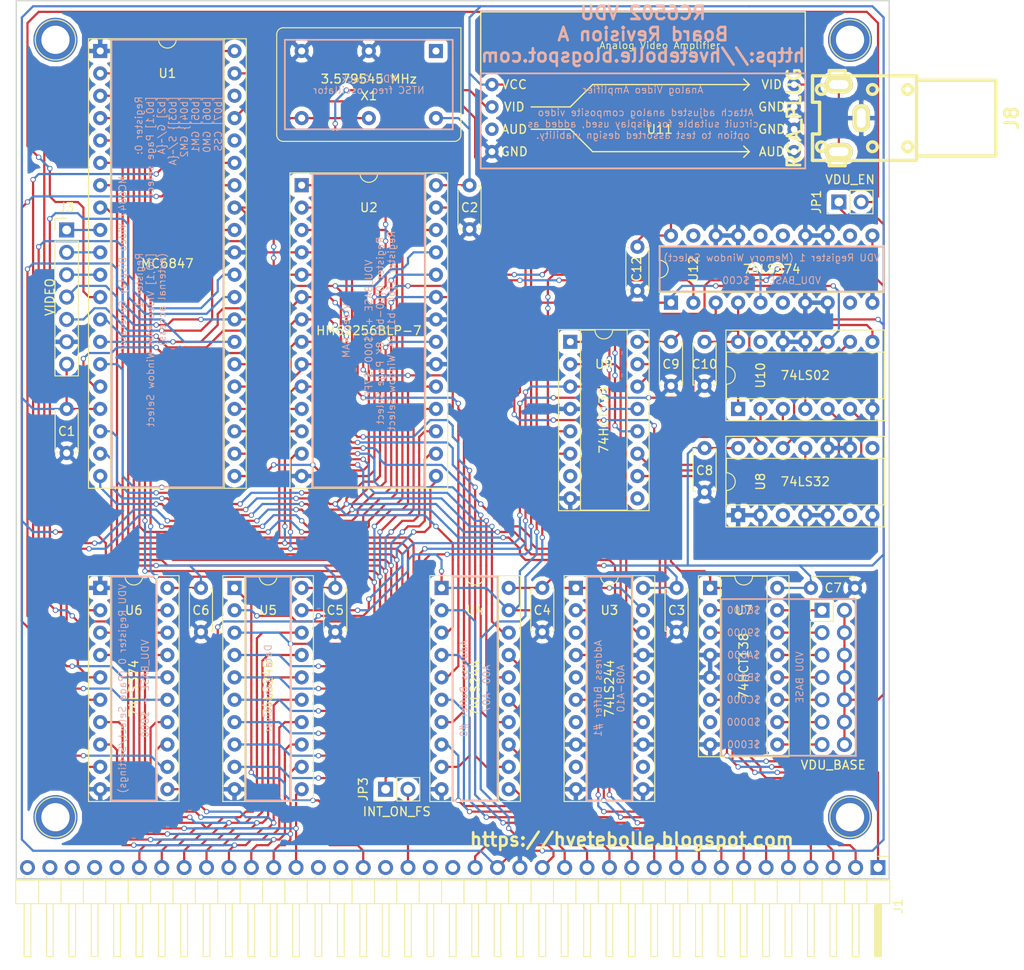
<source format=kicad_pcb>
(kicad_pcb (version 4) (host pcbnew 4.0.7)
  (layers (0 F.Cu signal) (31 B.Cu signal) (34 B.Paste user) (35 F.Paste user) (36 B.SilkS user) (37 F.SilkS user) (38 B.Mask user) (39 F.Mask user) (44 Edge.Cuts user))
  (net 0 "")
  (net 1 VCC)
  (net 2 A15)
  (net 3 A14)
  (net 4 A13)
  (net 5 A12)
  (net 6 A11)
  (net 7 A10)
  (net 8 A9)
  (net 9 A8)
  (net 10 A7)
  (net 11 A6)
  (net 12 A5)
  (net 13 A4)
  (net 14 A3)
  (net 15 A2)
  (net 16 A1)
  (net 17 A0)
  (net 18 PHI2)
  (net 19 "Net-(J1-Pad22)")
  (net 20 R/~W)
  (net 21 D0)
  (net 22 D1)
  (net 23 D2)
  (net 24 D3)
  (net 25 D4)
  (net 26 D5)
  (net 27 D6)
  (net 28 D7)
  (net 29 "Net-(J2-Pad1)")
  (net 30 VDU_BASE)
  (net 31 "Net-(J2-Pad3)")
  (net 32 "Net-(J2-Pad5)")
  (net 33 "Net-(J2-Pad7)")
  (net 34 "Net-(J2-Pad9)")
  (net 35 "Net-(J3-Pad1)")
  (net 36 "Net-(J3-Pad2)")
  (net 37 "Net-(J3-Pad3)")
  (net 38 Y)
  (net 39 VDU_CLK)
  (net 40 "Net-(J8-Pad2)")
  (net 41 ~VDU_DISABLE)
  (net 42 ~FS)
  (net 43 VA12)
  (net 44 VD6)
  (net 45 VA0)
  (net 46 VD0)
  (net 47 VA1)
  (net 48 VD1)
  (net 49 VA2)
  (net 50 VD2)
  (net 51 VA3)
  (net 52 VD3)
  (net 53 VA4)
  (net 54 VD4)
  (net 55 GM2)
  (net 56 VD5)
  (net 57 GM1)
  (net 58 GM0)
  (net 59 VD7)
  (net 60 VA5)
  (net 61 VA6)
  (net 62 S/~A)
  (net 63 VA7)
  (net 64 G/~A)
  (net 65 VA8)
  (net 66 VA9)
  (net 67 VA10)
  (net 68 CSS)
  (net 69 VA11)
  (net 70 VA14)
  (net 71 VA13)
  (net 72 RAM_RW)
  (net 73 ~CS_RAM_EXT)
  (net 74 "Net-(U10-Pad2)")
  (net 75 "Net-(U10-Pad1)")
  (net 76 GND)
  (net 77 ~REG0)
  (net 78 "Net-(U10-Pad6)")
  (net 79 "Net-(U10-Pad5)")
  (net 80 ~REG1)
  (net 81 "Net-(U10-Pad3)")
  (net 82 "Net-(U10-Pad4)")
  (net 83 "Net-(J2-Pad11)")
  (net 84 "Net-(J2-Pad13)")
  (module Capacitors_THT:C_Disc_D4.7mm_W2.5mm_P5.00mm (layer F.Cu) (at 58.42 90.805 270)
    (fp_text reference C1 (at 2.54 0 360) (layer F.SilkS))
    (fp_text value 100nF)
    (pad 1 thru_hole circle (at 0 0 270) (size 1.6 1.6) (drill 0.8) (layers *.Cu *.Mask) (net 1 VCC))
    (pad 2 thru_hole circle (at 5 0 270) (size 1.6 1.6) (drill 0.8) (layers *.Cu *.Mask) (net 76 GND))
  )
  (module Capacitors_THT:C_Disc_D4.7mm_W2.5mm_P5.00mm (layer F.Cu) (at 104.14 65.405 270)
    (fp_text reference C2 (at 2.54 0 360) (layer F.SilkS))
    (fp_text value 100nF)
    (pad 1 thru_hole circle (at 0 0 270) (size 1.6 1.6) (drill 0.8) (layers *.Cu *.Mask) (net 1 VCC))
    (pad 2 thru_hole circle (at 5 0 270) (size 1.6 1.6) (drill 0.8) (layers *.Cu *.Mask) (net 76 GND))
  )
  (module Capacitors_THT:C_Disc_D4.7mm_W2.5mm_P5.00mm (layer F.Cu) (at 127.635 111.125 270)
    (fp_text reference C3 (at 2.54 0 360) (layer F.SilkS))
    (fp_text value 100nF)
    (pad 1 thru_hole circle (at 0 0 270) (size 1.6 1.6) (drill 0.8) (layers *.Cu *.Mask) (net 1 VCC))
    (pad 2 thru_hole circle (at 5 0 270) (size 1.6 1.6) (drill 0.8) (layers *.Cu *.Mask) (net 76 GND))
  )
  (module Capacitors_THT:C_Disc_D4.7mm_W2.5mm_P5.00mm (layer F.Cu) (at 112.395 111.125 270)
    (fp_text reference C4 (at 2.54 0 360) (layer F.SilkS))
    (fp_text value 100nF)
    (pad 1 thru_hole circle (at 0 0 270) (size 1.6 1.6) (drill 0.8) (layers *.Cu *.Mask) (net 1 VCC))
    (pad 2 thru_hole circle (at 5 0 270) (size 1.6 1.6) (drill 0.8) (layers *.Cu *.Mask) (net 76 GND))
  )
  (module Capacitors_THT:C_Disc_D4.7mm_W2.5mm_P5.00mm (layer F.Cu) (at 88.9 111.125 270)
    (fp_text reference C5 (at 2.54 0 360) (layer F.SilkS))
    (fp_text value 100nF)
    (pad 1 thru_hole circle (at 0 0 270) (size 1.6 1.6) (drill 0.8) (layers *.Cu *.Mask) (net 1 VCC))
    (pad 2 thru_hole circle (at 5 0 270) (size 1.6 1.6) (drill 0.8) (layers *.Cu *.Mask) (net 76 GND))
  )
  (module Capacitors_THT:C_Disc_D4.7mm_W2.5mm_P5.00mm (layer F.Cu) (at 73.66 111.125 270)
    (fp_text reference C6 (at 2.54 0 360) (layer F.SilkS))
    (fp_text value 100nF)
    (pad 1 thru_hole circle (at 0 0 270) (size 1.6 1.6) (drill 0.8) (layers *.Cu *.Mask) (net 1 VCC))
    (pad 2 thru_hole circle (at 5 0 270) (size 1.6 1.6) (drill 0.8) (layers *.Cu *.Mask) (net 76 GND))
  )
  (module Capacitors_THT:C_Disc_D4.7mm_W2.5mm_P5.00mm (layer F.Cu) (at 142.875 111.125)
    (fp_text reference C7 (at 2.54 0) (layer F.SilkS))
    (fp_text value 100nF)
    (pad 1 thru_hole circle (at 0 0) (size 1.6 1.6) (drill 0.8) (layers *.Cu *.Mask) (net 1 VCC))
    (pad 2 thru_hole circle (at 5 0) (size 1.6 1.6) (drill 0.8) (layers *.Cu *.Mask) (net 76 GND))
  )
  (module Capacitors_THT:C_Disc_D4.7mm_W2.5mm_P5.00mm (layer F.Cu) (at 130.81 95.25 270)
    (fp_text reference C8 (at 2.54 0 360) (layer F.SilkS))
    (fp_text value 100nF)
    (pad 1 thru_hole circle (at 0 0 270) (size 1.6 1.6) (drill 0.8) (layers *.Cu *.Mask) (net 1 VCC))
    (pad 2 thru_hole circle (at 5 0 270) (size 1.6 1.6) (drill 0.8) (layers *.Cu *.Mask) (net 76 GND))
  )
  (module Capacitors_THT:C_Disc_D4.7mm_W2.5mm_P5.00mm (layer F.Cu) (at 127 83.185 270)
    (fp_text reference C9 (at 2.54 0 360) (layer F.SilkS))
    (fp_text value 100nF)
    (pad 1 thru_hole circle (at 0 0 270) (size 1.6 1.6) (drill 0.8) (layers *.Cu *.Mask) (net 1 VCC))
    (pad 2 thru_hole circle (at 5 0 270) (size 1.6 1.6) (drill 0.8) (layers *.Cu *.Mask) (net 76 GND))
  )
  (module Capacitors_THT:C_Disc_D4.7mm_W2.5mm_P5.00mm (layer F.Cu) (at 130.81 83.185 270)
    (fp_text reference C10 (at 2.54 0 360) (layer F.SilkS))
    (fp_text value 100nF)
    (pad 1 thru_hole circle (at 0 0 270) (size 1.6 1.6) (drill 0.8) (layers *.Cu *.Mask) (net 1 VCC))
    (pad 2 thru_hole circle (at 5 0 270) (size 1.6 1.6) (drill 0.8) (layers *.Cu *.Mask) (net 76 GND))
  )
  (module Pin_Headers:Pin_Header_Angled_1x39_Pitch2.54mm (layer F.Cu) (at 150.495 142.875 270)
    (fp_text reference J1 (at 4.385 -2.27 270) (layer F.SilkS))
    (fp_text value RC6502_Backplane)
    (pad 1 thru_hole rect (at 0 0 270) (size 1.7 1.7) (drill 1) (layers *.Cu *.Mask) (net 2 A15))
    (pad 2 thru_hole oval (at 0 2.54 270) (size 1.7 1.7) (drill 1) (layers *.Cu *.Mask) (net 3 A14))
    (pad 3 thru_hole oval (at 0 5.08 270) (size 1.7 1.7) (drill 1) (layers *.Cu *.Mask) (net 4 A13))
    (pad 4 thru_hole oval (at 0 7.62 270) (size 1.7 1.7) (drill 1) (layers *.Cu *.Mask) (net 5 A12))
    (pad 5 thru_hole oval (at 0 10.16 270) (size 1.7 1.7) (drill 1) (layers *.Cu *.Mask) (net 6 A11))
    (pad 6 thru_hole oval (at 0 12.7 270) (size 1.7 1.7) (drill 1) (layers *.Cu *.Mask) (net 7 A10))
    (pad 7 thru_hole oval (at 0 15.24 270) (size 1.7 1.7) (drill 1) (layers *.Cu *.Mask) (net 8 A9))
    (pad 8 thru_hole oval (at 0 17.78 270) (size 1.7 1.7) (drill 1) (layers *.Cu *.Mask) (net 9 A8))
    (pad 9 thru_hole oval (at 0 20.32 270) (size 1.7 1.7) (drill 1) (layers *.Cu *.Mask) (net 10 A7))
    (pad 10 thru_hole oval (at 0 22.86 270) (size 1.7 1.7) (drill 1) (layers *.Cu *.Mask) (net 11 A6))
    (pad 11 thru_hole oval (at 0 25.4 270) (size 1.7 1.7) (drill 1) (layers *.Cu *.Mask) (net 12 A5))
    (pad 12 thru_hole oval (at 0 27.94 270) (size 1.7 1.7) (drill 1) (layers *.Cu *.Mask) (net 13 A4))
    (pad 13 thru_hole oval (at 0 30.48 270) (size 1.7 1.7) (drill 1) (layers *.Cu *.Mask) (net 14 A3))
    (pad 14 thru_hole oval (at 0 33.02 270) (size 1.7 1.7) (drill 1) (layers *.Cu *.Mask) (net 15 A2))
    (pad 15 thru_hole oval (at 0 35.56 270) (size 1.7 1.7) (drill 1) (layers *.Cu *.Mask) (net 16 A1))
    (pad 16 thru_hole oval (at 0 38.1 270) (size 1.7 1.7) (drill 1) (layers *.Cu *.Mask) (net 17 A0))
    (pad 17 thru_hole oval (at 0 40.64 270) (size 1.7 1.7) (drill 1) (layers *.Cu *.Mask) (net 76 GND))
    (pad 18 thru_hole oval (at 0 43.18 270) (size 1.7 1.7) (drill 1) (layers *.Cu *.Mask) (net 1 VCC))
    (pad 19 thru_hole oval (at 0 45.72 270) (size 1.7 1.7) (drill 1) (layers *.Cu *.Mask) (net 18 PHI2))
    (pad 20 thru_hole oval (at 0 48.26 270) (size 1.7 1.7) (drill 1) (layers *.Cu *.Mask))
    (pad 21 thru_hole oval (at 0 50.8 270) (size 1.7 1.7) (drill 1) (layers *.Cu *.Mask))
    (pad 22 thru_hole oval (at 0 53.34 270) (size 1.7 1.7) (drill 1) (layers *.Cu *.Mask) (net 19 "Net-(J1-Pad22)"))
    (pad 23 thru_hole oval (at 0 55.88 270) (size 1.7 1.7) (drill 1) (layers *.Cu *.Mask))
    (pad 24 thru_hole oval (at 0 58.42 270) (size 1.7 1.7) (drill 1) (layers *.Cu *.Mask) (net 20 R/~W))
    (pad 25 thru_hole oval (at 0 60.96 270) (size 1.7 1.7) (drill 1) (layers *.Cu *.Mask))
    (pad 26 thru_hole oval (at 0 63.5 270) (size 1.7 1.7) (drill 1) (layers *.Cu *.Mask))
    (pad 27 thru_hole oval (at 0 66.04 270) (size 1.7 1.7) (drill 1) (layers *.Cu *.Mask) (net 21 D0))
    (pad 28 thru_hole oval (at 0 68.58 270) (size 1.7 1.7) (drill 1) (layers *.Cu *.Mask) (net 22 D1))
    (pad 29 thru_hole oval (at 0 71.12 270) (size 1.7 1.7) (drill 1) (layers *.Cu *.Mask) (net 23 D2))
    (pad 30 thru_hole oval (at 0 73.66 270) (size 1.7 1.7) (drill 1) (layers *.Cu *.Mask) (net 24 D3))
    (pad 31 thru_hole oval (at 0 76.2 270) (size 1.7 1.7) (drill 1) (layers *.Cu *.Mask) (net 25 D4))
    (pad 32 thru_hole oval (at 0 78.74 270) (size 1.7 1.7) (drill 1) (layers *.Cu *.Mask) (net 26 D5))
    (pad 33 thru_hole oval (at 0 81.28 270) (size 1.7 1.7) (drill 1) (layers *.Cu *.Mask) (net 27 D6))
    (pad 34 thru_hole oval (at 0 83.82 270) (size 1.7 1.7) (drill 1) (layers *.Cu *.Mask) (net 28 D7))
    (pad 35 thru_hole oval (at 0 86.36 270) (size 1.7 1.7) (drill 1) (layers *.Cu *.Mask))
    (pad 36 thru_hole oval (at 0 88.9 270) (size 1.7 1.7) (drill 1) (layers *.Cu *.Mask))
    (pad 37 thru_hole oval (at 0 91.44 270) (size 1.7 1.7) (drill 1) (layers *.Cu *.Mask))
    (pad 38 thru_hole oval (at 0 93.98 270) (size 1.7 1.7) (drill 1) (layers *.Cu *.Mask))
    (pad 39 thru_hole oval (at 0 96.52 270) (size 1.7 1.7) (drill 1) (layers *.Cu *.Mask))
  )
  (module mounting:Mounting (layer F.Cu) (at 57.15 48.895)
    (fp_text reference J4 hide)
    (fp_text value Hole hide)
    (pad 1 thru_hole circle (at 0 0) (size 5 5) (drill 3.2) (layers *.Cu *.Mask))
  )
  (module mounting:Mounting (layer F.Cu) (at 57.15 137.16)
    (fp_text reference J5 hide)
    (fp_text value Hole hide)
    (pad 1 thru_hole circle (at 0 0) (size 5 5) (drill 3.2) (layers *.Cu *.Mask))
  )
  (module mounting:Mounting (layer F.Cu) (at 147.32 137.16)
    (fp_text reference J6 hide)
    (fp_text value Hole hide)
    (pad 1 thru_hole circle (at 0 0) (size 5 5) (drill 3.2) (layers *.Cu *.Mask))
  )
  (module mounting:Mounting (layer F.Cu) (at 147.32 48.895)
    (fp_text reference J7 hide)
    (fp_text value Hole hide)
    (pad 1 thru_hole circle (at 0 0) (size 5 5) (drill 3.2) (layers *.Cu *.Mask))
  )
  (module rca:rca_yellow (layer F.Cu) (at 149.86 57.785 90)
    (fp_text reference J8 (at 0 15.7988 90) (layer F.SilkS) (effects (font (thickness 0.3048))))
    (fp_text value RCA_PLUG (at 0 -8.89 90) (layer F.SilkS) (effects (font (thickness 0.3048))))
    (pad 2 thru_hole oval (at 3.81 -3.81 90) (size 1.99898 3.19786) (drill oval 0.99568 2.1971) (layers *.Cu *.Mask F.SilkS) (net 40 "Net-(J8-Pad2)"))
    (pad 1 thru_hole oval (at 0 -1.27 90) (size 3.19786 1.99898) (drill oval 2.1971 0.99568) (layers *.Cu *.Mask F.SilkS) (net 76 GND))
    (pad 2 thru_hole oval (at -3.81 -3.81 90) (size 1.99898 3.19786) (drill oval 0.99568 2.1971) (layers *.Cu *.Mask F.SilkS) (net 40 "Net-(J8-Pad2)"))
  )
  (module Pin_Headers:Pin_Header_Straight_1x02_Pitch2.54mm (layer F.Cu) (at 146.05 67.31 90)
    (fp_text reference JP1 (at 0 -2.54 270) (layer F.SilkS))
    (fp_text value VDU_EN (at 2.54 1.27 180) (layer F.SilkS))
    (pad 1 thru_hole rect (at 0 0 90) (size 1.7 1.7) (drill 1) (layers *.Cu *.Mask) (net 30 VDU_BASE))
    (pad 2 thru_hole oval (at 0 2.54 90) (size 1.7 1.7) (drill 1) (layers *.Cu *.Mask) (net 41 ~VDU_DISABLE))
  )
  (module Pin_Headers:Pin_Header_Straight_1x02_Pitch2.54mm (layer F.Cu) (at 94.615 133.985 90)
    (fp_text reference JP3 (at 0 -2.54 270) (layer F.SilkS))
    (fp_text value INT_ON_FS (at -2.54 1.27 180) (layer F.SilkS))
    (pad 1 thru_hole rect (at 0 0 90) (size 1.7 1.7) (drill 1) (layers *.Cu *.Mask) (net 42 ~FS))
    (pad 2 thru_hole oval (at 0 2.54 90) (size 1.7 1.7) (drill 1) (layers *.Cu *.Mask) (net 19 "Net-(J1-Pad22)"))
  )
  (module Housings_DIP:DIP-40_W15.24mm_Socket (layer F.Cu) (at 62.23 50.165)
    (fp_text reference U1 (at 7.62 2.54) (layer F.SilkS))
    (fp_text value MC6847 (at 7.62 24.13) (layer F.SilkS))
    (pad 1 thru_hole rect (at 0 0) (size 1.6 1.6) (drill 0.8) (layers *.Cu *.Mask) (net 76 GND))
    (pad 21 thru_hole oval (at 15.24 48.26) (size 1.6 1.6) (drill 0.8) (layers *.Cu *.Mask) (net 43 VA12))
    (pad 2 thru_hole oval (at 0 2.54) (size 1.6 1.6) (drill 0.8) (layers *.Cu *.Mask) (net 44 VD6))
    (pad 22 thru_hole oval (at 15.24 45.72) (size 1.6 1.6) (drill 0.8) (layers *.Cu *.Mask) (net 45 VA0))
    (pad 3 thru_hole oval (at 0 5.08) (size 1.6 1.6) (drill 0.8) (layers *.Cu *.Mask) (net 46 VD0))
    (pad 23 thru_hole oval (at 15.24 43.18) (size 1.6 1.6) (drill 0.8) (layers *.Cu *.Mask) (net 47 VA1))
    (pad 4 thru_hole oval (at 0 7.62) (size 1.6 1.6) (drill 0.8) (layers *.Cu *.Mask) (net 48 VD1))
    (pad 24 thru_hole oval (at 15.24 40.64) (size 1.6 1.6) (drill 0.8) (layers *.Cu *.Mask) (net 49 VA2))
    (pad 5 thru_hole oval (at 0 10.16) (size 1.6 1.6) (drill 0.8) (layers *.Cu *.Mask) (net 50 VD2))
    (pad 25 thru_hole oval (at 15.24 38.1) (size 1.6 1.6) (drill 0.8) (layers *.Cu *.Mask) (net 51 VA3))
    (pad 6 thru_hole oval (at 0 12.7) (size 1.6 1.6) (drill 0.8) (layers *.Cu *.Mask) (net 52 VD3))
    (pad 26 thru_hole oval (at 15.24 35.56) (size 1.6 1.6) (drill 0.8) (layers *.Cu *.Mask) (net 53 VA4))
    (pad 7 thru_hole oval (at 0 15.24) (size 1.6 1.6) (drill 0.8) (layers *.Cu *.Mask) (net 54 VD4))
    (pad 27 thru_hole oval (at 15.24 33.02) (size 1.6 1.6) (drill 0.8) (layers *.Cu *.Mask) (net 55 GM2))
    (pad 8 thru_hole oval (at 0 17.78) (size 1.6 1.6) (drill 0.8) (layers *.Cu *.Mask) (net 56 VD5))
    (pad 28 thru_hole oval (at 15.24 30.48) (size 1.6 1.6) (drill 0.8) (layers *.Cu *.Mask) (net 38 Y))
    (pad 9 thru_hole oval (at 0 20.32) (size 1.6 1.6) (drill 0.8) (layers *.Cu *.Mask) (net 35 "Net-(J3-Pad1)"))
    (pad 29 thru_hole oval (at 15.24 27.94) (size 1.6 1.6) (drill 0.8) (layers *.Cu *.Mask) (net 57 GM1))
    (pad 10 thru_hole oval (at 0 22.86) (size 1.6 1.6) (drill 0.8) (layers *.Cu *.Mask) (net 36 "Net-(J3-Pad2)"))
    (pad 30 thru_hole oval (at 15.24 25.4) (size 1.6 1.6) (drill 0.8) (layers *.Cu *.Mask) (net 58 GM0))
    (pad 11 thru_hole oval (at 0 25.4) (size 1.6 1.6) (drill 0.8) (layers *.Cu *.Mask) (net 37 "Net-(J3-Pad3)"))
    (pad 31 thru_hole oval (at 15.24 22.86) (size 1.6 1.6) (drill 0.8) (layers *.Cu *.Mask) (net 76 GND))
    (pad 12 thru_hole oval (at 0 27.94) (size 1.6 1.6) (drill 0.8) (layers *.Cu *.Mask) (net 41 ~VDU_DISABLE))
    (pad 32 thru_hole oval (at 15.24 20.32) (size 1.6 1.6) (drill 0.8) (layers *.Cu *.Mask) (net 59 VD7))
    (pad 13 thru_hole oval (at 0 30.48) (size 1.6 1.6) (drill 0.8) (layers *.Cu *.Mask) (net 60 VA5))
    (pad 33 thru_hole oval (at 15.24 17.78) (size 1.6 1.6) (drill 0.8) (layers *.Cu *.Mask) (net 39 VDU_CLK))
    (pad 14 thru_hole oval (at 0 33.02) (size 1.6 1.6) (drill 0.8) (layers *.Cu *.Mask) (net 61 VA6))
    (pad 34 thru_hole oval (at 15.24 15.24) (size 1.6 1.6) (drill 0.8) (layers *.Cu *.Mask) (net 62 S/~A))
    (pad 15 thru_hole oval (at 0 35.56) (size 1.6 1.6) (drill 0.8) (layers *.Cu *.Mask) (net 63 VA7))
    (pad 35 thru_hole oval (at 15.24 12.7) (size 1.6 1.6) (drill 0.8) (layers *.Cu *.Mask) (net 64 G/~A))
    (pad 16 thru_hole oval (at 0 38.1) (size 1.6 1.6) (drill 0.8) (layers *.Cu *.Mask) (net 65 VA8))
    (pad 36 thru_hole oval (at 15.24 10.16) (size 1.6 1.6) (drill 0.8) (layers *.Cu *.Mask))
    (pad 17 thru_hole oval (at 0 40.64) (size 1.6 1.6) (drill 0.8) (layers *.Cu *.Mask) (net 1 VCC))
    (pad 37 thru_hole oval (at 15.24 7.62) (size 1.6 1.6) (drill 0.8) (layers *.Cu *.Mask) (net 42 ~FS))
    (pad 18 thru_hole oval (at 0 43.18) (size 1.6 1.6) (drill 0.8) (layers *.Cu *.Mask) (net 66 VA9))
    (pad 38 thru_hole oval (at 15.24 5.08) (size 1.6 1.6) (drill 0.8) (layers *.Cu *.Mask))
    (pad 19 thru_hole oval (at 0 45.72) (size 1.6 1.6) (drill 0.8) (layers *.Cu *.Mask) (net 67 VA10))
    (pad 39 thru_hole oval (at 15.24 2.54) (size 1.6 1.6) (drill 0.8) (layers *.Cu *.Mask) (net 68 CSS))
    (pad 20 thru_hole oval (at 0 48.26) (size 1.6 1.6) (drill 0.8) (layers *.Cu *.Mask) (net 69 VA11))
    (pad 40 thru_hole oval (at 15.24 0) (size 1.6 1.6) (drill 0.8) (layers *.Cu *.Mask) (net 59 VD7))
  )
  (module Housings_DIP:DIP-28_W15.24mm_Socket (layer F.Cu) (at 85.09 65.405)
    (fp_text reference U2 (at 7.62 2.54) (layer F.SilkS))
    (fp_text value HM62256BLP-7 (at 7.62 16.51) (layer F.SilkS))
    (pad 1 thru_hole rect (at 0 0) (size 1.6 1.6) (drill 0.8) (layers *.Cu *.Mask) (net 70 VA14))
    (pad 15 thru_hole oval (at 15.24 33.02) (size 1.6 1.6) (drill 0.8) (layers *.Cu *.Mask) (net 52 VD3))
    (pad 2 thru_hole oval (at 0 2.54) (size 1.6 1.6) (drill 0.8) (layers *.Cu *.Mask) (net 43 VA12))
    (pad 16 thru_hole oval (at 15.24 30.48) (size 1.6 1.6) (drill 0.8) (layers *.Cu *.Mask) (net 54 VD4))
    (pad 3 thru_hole oval (at 0 5.08) (size 1.6 1.6) (drill 0.8) (layers *.Cu *.Mask) (net 63 VA7))
    (pad 17 thru_hole oval (at 15.24 27.94) (size 1.6 1.6) (drill 0.8) (layers *.Cu *.Mask) (net 56 VD5))
    (pad 4 thru_hole oval (at 0 7.62) (size 1.6 1.6) (drill 0.8) (layers *.Cu *.Mask) (net 61 VA6))
    (pad 18 thru_hole oval (at 15.24 25.4) (size 1.6 1.6) (drill 0.8) (layers *.Cu *.Mask) (net 44 VD6))
    (pad 5 thru_hole oval (at 0 10.16) (size 1.6 1.6) (drill 0.8) (layers *.Cu *.Mask) (net 60 VA5))
    (pad 19 thru_hole oval (at 15.24 22.86) (size 1.6 1.6) (drill 0.8) (layers *.Cu *.Mask) (net 59 VD7))
    (pad 6 thru_hole oval (at 0 12.7) (size 1.6 1.6) (drill 0.8) (layers *.Cu *.Mask) (net 53 VA4))
    (pad 20 thru_hole oval (at 15.24 20.32) (size 1.6 1.6) (drill 0.8) (layers *.Cu *.Mask) (net 76 GND))
    (pad 7 thru_hole oval (at 0 15.24) (size 1.6 1.6) (drill 0.8) (layers *.Cu *.Mask) (net 51 VA3))
    (pad 21 thru_hole oval (at 15.24 17.78) (size 1.6 1.6) (drill 0.8) (layers *.Cu *.Mask) (net 67 VA10))
    (pad 8 thru_hole oval (at 0 17.78) (size 1.6 1.6) (drill 0.8) (layers *.Cu *.Mask) (net 49 VA2))
    (pad 22 thru_hole oval (at 15.24 15.24) (size 1.6 1.6) (drill 0.8) (layers *.Cu *.Mask) (net 76 GND))
    (pad 9 thru_hole oval (at 0 20.32) (size 1.6 1.6) (drill 0.8) (layers *.Cu *.Mask) (net 47 VA1))
    (pad 23 thru_hole oval (at 15.24 12.7) (size 1.6 1.6) (drill 0.8) (layers *.Cu *.Mask) (net 69 VA11))
    (pad 10 thru_hole oval (at 0 22.86) (size 1.6 1.6) (drill 0.8) (layers *.Cu *.Mask) (net 45 VA0))
    (pad 24 thru_hole oval (at 15.24 10.16) (size 1.6 1.6) (drill 0.8) (layers *.Cu *.Mask) (net 66 VA9))
    (pad 11 thru_hole oval (at 0 25.4) (size 1.6 1.6) (drill 0.8) (layers *.Cu *.Mask) (net 46 VD0))
    (pad 25 thru_hole oval (at 15.24 7.62) (size 1.6 1.6) (drill 0.8) (layers *.Cu *.Mask) (net 65 VA8))
    (pad 12 thru_hole oval (at 0 27.94) (size 1.6 1.6) (drill 0.8) (layers *.Cu *.Mask) (net 48 VD1))
    (pad 26 thru_hole oval (at 15.24 5.08) (size 1.6 1.6) (drill 0.8) (layers *.Cu *.Mask) (net 71 VA13))
    (pad 13 thru_hole oval (at 0 30.48) (size 1.6 1.6) (drill 0.8) (layers *.Cu *.Mask) (net 50 VD2))
    (pad 27 thru_hole oval (at 15.24 2.54) (size 1.6 1.6) (drill 0.8) (layers *.Cu *.Mask) (net 72 RAM_RW))
    (pad 14 thru_hole oval (at 0 33.02) (size 1.6 1.6) (drill 0.8) (layers *.Cu *.Mask) (net 76 GND))
    (pad 28 thru_hole oval (at 15.24 0) (size 1.6 1.6) (drill 0.8) (layers *.Cu *.Mask) (net 1 VCC))
  )
  (module Housings_DIP:DIP-16_W7.62mm_Socket (layer F.Cu) (at 131.445 111.125)
    (fp_text reference U7 (at 3.81 2.54) (layer F.SilkS))
    (fp_text value 74HCT138 (at 3.81 8.89 90) (layer F.SilkS))
    (pad 1 thru_hole rect (at 0 0) (size 1.6 1.6) (drill 0.8) (layers *.Cu *.Mask) (net 5 A12))
    (pad 9 thru_hole oval (at 7.62 17.78) (size 1.6 1.6) (drill 0.8) (layers *.Cu *.Mask) (net 84 "Net-(J2-Pad13)"))
    (pad 2 thru_hole oval (at 0 2.54) (size 1.6 1.6) (drill 0.8) (layers *.Cu *.Mask) (net 4 A13))
    (pad 10 thru_hole oval (at 7.62 15.24) (size 1.6 1.6) (drill 0.8) (layers *.Cu *.Mask) (net 83 "Net-(J2-Pad11)"))
    (pad 3 thru_hole oval (at 0 5.08) (size 1.6 1.6) (drill 0.8) (layers *.Cu *.Mask) (net 3 A14))
    (pad 11 thru_hole oval (at 7.62 12.7) (size 1.6 1.6) (drill 0.8) (layers *.Cu *.Mask) (net 34 "Net-(J2-Pad9)"))
    (pad 4 thru_hole oval (at 0 7.62) (size 1.6 1.6) (drill 0.8) (layers *.Cu *.Mask) (net 76 GND))
    (pad 12 thru_hole oval (at 7.62 10.16) (size 1.6 1.6) (drill 0.8) (layers *.Cu *.Mask) (net 33 "Net-(J2-Pad7)"))
    (pad 5 thru_hole oval (at 0 10.16) (size 1.6 1.6) (drill 0.8) (layers *.Cu *.Mask) (net 76 GND))
    (pad 13 thru_hole oval (at 7.62 7.62) (size 1.6 1.6) (drill 0.8) (layers *.Cu *.Mask) (net 32 "Net-(J2-Pad5)"))
    (pad 6 thru_hole oval (at 0 12.7) (size 1.6 1.6) (drill 0.8) (layers *.Cu *.Mask) (net 2 A15))
    (pad 14 thru_hole oval (at 7.62 5.08) (size 1.6 1.6) (drill 0.8) (layers *.Cu *.Mask) (net 31 "Net-(J2-Pad3)"))
    (pad 7 thru_hole oval (at 0 15.24) (size 1.6 1.6) (drill 0.8) (layers *.Cu *.Mask))
    (pad 15 thru_hole oval (at 7.62 2.54) (size 1.6 1.6) (drill 0.8) (layers *.Cu *.Mask) (net 29 "Net-(J2-Pad1)"))
    (pad 8 thru_hole oval (at 0 17.78) (size 1.6 1.6) (drill 0.8) (layers *.Cu *.Mask) (net 76 GND))
    (pad 16 thru_hole oval (at 7.62 0) (size 1.6 1.6) (drill 0.8) (layers *.Cu *.Mask) (net 1 VCC))
  )
  (module Pin_Headers:Pin_Header_Straight_1x07_Pitch2.54mm (layer F.Cu) (at 58.42 70.485)
    (fp_text reference J3 (at 0 -2.54) (layer F.SilkS))
    (fp_text value VIDEO (at -1.905 7.62 90) (layer F.SilkS))
    (pad 1 thru_hole rect (at 0 0) (size 1.7 1.7) (drill 1) (layers *.Cu *.Mask) (net 35 "Net-(J3-Pad1)"))
    (pad 2 thru_hole oval (at 0 2.54) (size 1.7 1.7) (drill 1) (layers *.Cu *.Mask) (net 36 "Net-(J3-Pad2)"))
    (pad 3 thru_hole oval (at 0 5.08) (size 1.7 1.7) (drill 1) (layers *.Cu *.Mask) (net 37 "Net-(J3-Pad3)"))
    (pad 4 thru_hole oval (at 0 7.62) (size 1.7 1.7) (drill 1) (layers *.Cu *.Mask) (net 38 Y))
    (pad 5 thru_hole oval (at 0 10.16) (size 1.7 1.7) (drill 1) (layers *.Cu *.Mask) (net 39 VDU_CLK))
    (pad 6 thru_hole oval (at 0 12.7) (size 1.7 1.7) (drill 1) (layers *.Cu *.Mask) (net 76 GND))
    (pad 7 thru_hole oval (at 0 15.24) (size 1.7 1.7) (drill 1) (layers *.Cu *.Mask) (net 1 VCC))
  )
  (module Capacitors_THT:C_Disc_D4.7mm_W2.5mm_P5.00mm (layer F.Cu) (at 123.19 72.39 270)
    (fp_text reference C12 (at 2.54 0.084999 270) (layer F.SilkS))
    (fp_text value 100nF)
    (pad 1 thru_hole circle (at 0 0 270) (size 1.6 1.6) (drill 0.8) (layers *.Cu *.Mask) (net 1 VCC))
    (pad 2 thru_hole circle (at 5 0 270) (size 1.6 1.6) (drill 0.8) (layers *.Cu *.Mask) (net 76 GND))
  )
  (module Housings_DIP:DIP-14_W7.62mm_Socket (layer F.Cu) (at 134.62 102.87 90)
    (fp_text reference U8 (at 3.81 2.54 90) (layer F.SilkS))
    (fp_text value 74LS32 (at 3.81 7.62 180) (layer F.SilkS))
    (pad 1 thru_hole rect (at 0 0 90) (size 1.6 1.6) (drill 0.8) (layers *.Cu *.Mask) (net 76 GND))
    (pad 8 thru_hole oval (at 7.62 15.24 90) (size 1.6 1.6) (drill 0.8) (layers *.Cu *.Mask))
    (pad 2 thru_hole oval (at 0 2.54 90) (size 1.6 1.6) (drill 0.8) (layers *.Cu *.Mask) (net 76 GND))
    (pad 9 thru_hole oval (at 7.62 12.7 90) (size 1.6 1.6) (drill 0.8) (layers *.Cu *.Mask) (net 76 GND))
    (pad 3 thru_hole oval (at 0 5.08 90) (size 1.6 1.6) (drill 0.8) (layers *.Cu *.Mask))
    (pad 10 thru_hole oval (at 7.62 10.16 90) (size 1.6 1.6) (drill 0.8) (layers *.Cu *.Mask) (net 76 GND))
    (pad 4 thru_hole oval (at 0 7.62 90) (size 1.6 1.6) (drill 0.8) (layers *.Cu *.Mask) (net 76 GND))
    (pad 11 thru_hole oval (at 7.62 7.62 90) (size 1.6 1.6) (drill 0.8) (layers *.Cu *.Mask) (net 72 RAM_RW))
    (pad 5 thru_hole oval (at 0 10.16 90) (size 1.6 1.6) (drill 0.8) (layers *.Cu *.Mask) (net 76 GND))
    (pad 12 thru_hole oval (at 7.62 5.08 90) (size 1.6 1.6) (drill 0.8) (layers *.Cu *.Mask) (net 73 ~CS_RAM_EXT))
    (pad 6 thru_hole oval (at 0 12.7 90) (size 1.6 1.6) (drill 0.8) (layers *.Cu *.Mask))
    (pad 13 thru_hole oval (at 7.62 2.54 90) (size 1.6 1.6) (drill 0.8) (layers *.Cu *.Mask) (net 20 R/~W))
    (pad 7 thru_hole oval (at 0 15.24 90) (size 1.6 1.6) (drill 0.8) (layers *.Cu *.Mask) (net 76 GND))
    (pad 14 thru_hole oval (at 7.62 0 90) (size 1.6 1.6) (drill 0.8) (layers *.Cu *.Mask) (net 1 VCC))
  )
  (module Housings_DIP:DIP-16_W7.62mm_Socket (layer F.Cu) (at 115.57 83.185)
    (fp_text reference U9 (at 3.81 2.54) (layer F.SilkS))
    (fp_text value 74HCT138 (at 3.81 8.89 90) (layer F.SilkS))
    (pad 1 thru_hole rect (at 0 0) (size 1.6 1.6) (drill 0.8) (layers *.Cu *.Mask) (net 7 A10))
    (pad 9 thru_hole oval (at 7.62 17.78) (size 1.6 1.6) (drill 0.8) (layers *.Cu *.Mask))
    (pad 2 thru_hole oval (at 0 2.54) (size 1.6 1.6) (drill 0.8) (layers *.Cu *.Mask) (net 6 A11))
    (pad 10 thru_hole oval (at 7.62 15.24) (size 1.6 1.6) (drill 0.8) (layers *.Cu *.Mask) (net 78 "Net-(U10-Pad6)"))
    (pad 3 thru_hole oval (at 0 5.08) (size 1.6 1.6) (drill 0.8) (layers *.Cu *.Mask) (net 20 R/~W))
    (pad 11 thru_hole oval (at 7.62 12.7) (size 1.6 1.6) (drill 0.8) (layers *.Cu *.Mask) (net 79 "Net-(U10-Pad5)"))
    (pad 4 thru_hole oval (at 0 7.62) (size 1.6 1.6) (drill 0.8) (layers *.Cu *.Mask) (net 76 GND))
    (pad 12 thru_hole oval (at 7.62 10.16) (size 1.6 1.6) (drill 0.8) (layers *.Cu *.Mask) (net 80 ~REG1))
    (pad 5 thru_hole oval (at 0 10.16) (size 1.6 1.6) (drill 0.8) (layers *.Cu *.Mask) (net 30 VDU_BASE))
    (pad 13 thru_hole oval (at 7.62 7.62) (size 1.6 1.6) (drill 0.8) (layers *.Cu *.Mask) (net 77 ~REG0))
    (pad 6 thru_hole oval (at 0 12.7) (size 1.6 1.6) (drill 0.8) (layers *.Cu *.Mask) (net 18 PHI2))
    (pad 14 thru_hole oval (at 7.62 5.08) (size 1.6 1.6) (drill 0.8) (layers *.Cu *.Mask) (net 81 "Net-(U10-Pad3)"))
    (pad 7 thru_hole oval (at 0 15.24) (size 1.6 1.6) (drill 0.8) (layers *.Cu *.Mask))
    (pad 15 thru_hole oval (at 7.62 2.54) (size 1.6 1.6) (drill 0.8) (layers *.Cu *.Mask) (net 74 "Net-(U10-Pad2)"))
    (pad 8 thru_hole oval (at 0 17.78) (size 1.6 1.6) (drill 0.8) (layers *.Cu *.Mask) (net 76 GND))
    (pad 16 thru_hole oval (at 7.62 0) (size 1.6 1.6) (drill 0.8) (layers *.Cu *.Mask) (net 1 VCC))
  )
  (module Housings_DIP:DIP-14_W7.62mm_Socket (layer F.Cu) (at 134.62 90.805 90)
    (fp_text reference U10 (at 3.81 2.54 90) (layer F.SilkS))
    (fp_text value 74LS02 (at 3.81 7.62 180) (layer F.SilkS))
    (pad 1 thru_hole rect (at 0 0 90) (size 1.6 1.6) (drill 0.8) (layers *.Cu *.Mask) (net 75 "Net-(U10-Pad1)"))
    (pad 8 thru_hole oval (at 7.62 15.24 90) (size 1.6 1.6) (drill 0.8) (layers *.Cu *.Mask) (net 75 "Net-(U10-Pad1)"))
    (pad 2 thru_hole oval (at 0 2.54 90) (size 1.6 1.6) (drill 0.8) (layers *.Cu *.Mask) (net 74 "Net-(U10-Pad2)"))
    (pad 9 thru_hole oval (at 7.62 12.7 90) (size 1.6 1.6) (drill 0.8) (layers *.Cu *.Mask) (net 82 "Net-(U10-Pad4)"))
    (pad 3 thru_hole oval (at 0 5.08 90) (size 1.6 1.6) (drill 0.8) (layers *.Cu *.Mask) (net 81 "Net-(U10-Pad3)"))
    (pad 10 thru_hole oval (at 7.62 10.16 90) (size 1.6 1.6) (drill 0.8) (layers *.Cu *.Mask) (net 73 ~CS_RAM_EXT))
    (pad 4 thru_hole oval (at 0 7.62 90) (size 1.6 1.6) (drill 0.8) (layers *.Cu *.Mask) (net 82 "Net-(U10-Pad4)"))
    (pad 11 thru_hole oval (at 7.62 7.62 90) (size 1.6 1.6) (drill 0.8) (layers *.Cu *.Mask) (net 76 GND))
    (pad 5 thru_hole oval (at 0 10.16 90) (size 1.6 1.6) (drill 0.8) (layers *.Cu *.Mask) (net 79 "Net-(U10-Pad5)"))
    (pad 12 thru_hole oval (at 7.62 5.08 90) (size 1.6 1.6) (drill 0.8) (layers *.Cu *.Mask) (net 76 GND))
    (pad 6 thru_hole oval (at 0 12.7 90) (size 1.6 1.6) (drill 0.8) (layers *.Cu *.Mask) (net 78 "Net-(U10-Pad6)"))
    (pad 13 thru_hole oval (at 7.62 2.54 90) (size 1.6 1.6) (drill 0.8) (layers *.Cu *.Mask))
    (pad 7 thru_hole oval (at 0 15.24 90) (size 1.6 1.6) (drill 0.8) (layers *.Cu *.Mask) (net 76 GND))
    (pad 14 thru_hole oval (at 7.62 0 90) (size 1.6 1.6) (drill 0.8) (layers *.Cu *.Mask) (net 1 VCC))
  )
  (module Housings_DIP:DIP-20_W7.62mm (layer F.Cu) (at 127 78.74 90)
    (fp_text reference U12 (at 3.81 2.54 90) (layer F.SilkS))
    (fp_text value 74LS374 (at 3.81 11.43 180) (layer F.SilkS))
    (pad 1 thru_hole rect (at 0 0 90) (size 1.6 1.6) (drill 0.8) (layers *.Cu *.Mask) (net 73 ~CS_RAM_EXT))
    (pad 11 thru_hole oval (at 7.62 22.86 90) (size 1.6 1.6) (drill 0.8) (layers *.Cu *.Mask) (net 80 ~REG1))
    (pad 2 thru_hole oval (at 0 2.54 90) (size 1.6 1.6) (drill 0.8) (layers *.Cu *.Mask) (net 69 VA11))
    (pad 12 thru_hole oval (at 7.62 20.32 90) (size 1.6 1.6) (drill 0.8) (layers *.Cu *.Mask))
    (pad 3 thru_hole oval (at 0 5.08 90) (size 1.6 1.6) (drill 0.8) (layers *.Cu *.Mask) (net 6 A11))
    (pad 13 thru_hole oval (at 7.62 17.78 90) (size 1.6 1.6) (drill 0.8) (layers *.Cu *.Mask) (net 76 GND))
    (pad 4 thru_hole oval (at 0 7.62 90) (size 1.6 1.6) (drill 0.8) (layers *.Cu *.Mask) (net 5 A12))
    (pad 14 thru_hole oval (at 7.62 15.24 90) (size 1.6 1.6) (drill 0.8) (layers *.Cu *.Mask) (net 76 GND))
    (pad 5 thru_hole oval (at 0 10.16 90) (size 1.6 1.6) (drill 0.8) (layers *.Cu *.Mask) (net 43 VA12))
    (pad 15 thru_hole oval (at 7.62 12.7 90) (size 1.6 1.6) (drill 0.8) (layers *.Cu *.Mask))
    (pad 6 thru_hole oval (at 0 12.7 90) (size 1.6 1.6) (drill 0.8) (layers *.Cu *.Mask))
    (pad 16 thru_hole oval (at 7.62 10.16 90) (size 1.6 1.6) (drill 0.8) (layers *.Cu *.Mask))
    (pad 7 thru_hole oval (at 0 15.24 90) (size 1.6 1.6) (drill 0.8) (layers *.Cu *.Mask) (net 76 GND))
    (pad 17 thru_hole oval (at 7.62 7.62 90) (size 1.6 1.6) (drill 0.8) (layers *.Cu *.Mask) (net 76 GND))
    (pad 8 thru_hole oval (at 0 17.78 90) (size 1.6 1.6) (drill 0.8) (layers *.Cu *.Mask) (net 76 GND))
    (pad 18 thru_hole oval (at 7.62 5.08 90) (size 1.6 1.6) (drill 0.8) (layers *.Cu *.Mask) (net 76 GND))
    (pad 9 thru_hole oval (at 0 20.32 90) (size 1.6 1.6) (drill 0.8) (layers *.Cu *.Mask))
    (pad 19 thru_hole oval (at 7.62 2.54 90) (size 1.6 1.6) (drill 0.8) (layers *.Cu *.Mask))
    (pad 10 thru_hole oval (at 0 22.86 90) (size 1.6 1.6) (drill 0.8) (layers *.Cu *.Mask) (net 76 GND))
    (pad 20 thru_hole oval (at 7.62 0 90) (size 1.6 1.6) (drill 0.8) (layers *.Cu *.Mask) (net 1 VCC))
  )
  (module Oscillator:Oscillator_DIP-14 (layer F.Cu) (at 100.33 50.165 180)
    (fp_text reference X1 (at 7.62 -5.08 180) (layer F.SilkS))
    (fp_text value "3.579545 MHz" (at 7.62 -3.175 180) (layer F.SilkS))
    (pad 7 thru_hole circle (at 7.62 0 180) (size 1.6 1.6) (drill 0.8) (layers *.Cu *.Mask) (net 76 GND))
    (pad 8 thru_hole circle (at 7.62 -7.62 180) (size 1.6 1.6) (drill 0.8) (layers *.Cu *.Mask) (net 39 VDU_CLK))
    (pad 1 thru_hole rect (at 0 0 180) (size 1.6 1.6) (drill 0.8) (layers *.Cu *.Mask))
    (pad 14 thru_hole circle (at 0 -7.62 180) (size 1.6 1.6) (drill 0.8) (layers *.Cu *.Mask) (net 1 VCC))
    (pad 8 thru_hole circle (at 15.24 -7.62 180) (size 1.6 1.6) (drill 0.8) (layers *.Cu *.Mask) (net 39 VDU_CLK))
    (pad 7 thru_hole circle (at 15.24 0 180) (size 1.6 1.6) (drill 0.8) (layers *.Cu *.Mask) (net 76 GND))
  )
  (module vdu_amplifier:Amplifier (layer F.Cu) (at 125.73 57.785)
    (fp_text reference U11 (at 0 1.27) (layer F.SilkS))
    (fp_text value VDU_Port)
    (fp_text user GND (at 12.7 -1.27) (layer F.SilkS))
    (fp_text user GND (at 12.7 1.27) (layer F.SilkS))
    (fp_text user AUD (at 12.7 3.81) (layer F.SilkS))
    (fp_text user VID (at 12.7 -3.81) (layer F.SilkS))
    (fp_text user AUD (at -16.51 1.27) (layer F.SilkS))
    (fp_text user VID (at -16.51 -1.27) (layer F.SilkS))
    (fp_text user GND (at -16.51 3.81) (layer F.SilkS))
    (fp_text user VCC (at -16.51 -3.81) (layer F.SilkS))
    (pad 1 thru_hole circle (at -19.05 -3.81) (size 1.524 1.524) (drill 0.762) (layers *.Cu *.Mask) (net 1 VCC))
    (pad 2 thru_hole circle (at -19.05 -1.27) (size 1.524 1.524) (drill 0.762) (layers *.Cu *.Mask) (net 38 Y))
    (pad 4 thru_hole circle (at -19.05 1.27) (size 1.524 1.524) (drill 0.762) (layers *.Cu *.Mask))
    (pad 6 thru_hole circle (at -19.05 3.81) (size 1.524 1.524) (drill 0.762) (layers *.Cu *.Mask) (net 76 GND))
    (pad 3 thru_hole circle (at 15.24 -3.81) (size 1.524 1.524) (drill 0.762) (layers *.Cu *.Mask) (net 40 "Net-(J8-Pad2)"))
    (pad 6 thru_hole circle (at 15.24 -1.27) (size 1.524 1.524) (drill 0.762) (layers *.Cu *.Mask) (net 76 GND))
    (pad 6 thru_hole circle (at 15.24 1.27) (size 1.524 1.524) (drill 0.762) (layers *.Cu *.Mask) (net 76 GND))
    (pad 5 thru_hole circle (at 15.24 3.81) (size 1.524 1.524) (drill 0.762) (layers *.Cu *.Mask))
  )
  (module Pin_Headers:Pin_Header_Straight_2x07_Pitch2.54mm (layer F.Cu) (at 144.145 113.665)
    (fp_text reference J2)
    (fp_text value VDU_BASE (at 1.27 17.57) (layer F.SilkS))
    (pad 1 thru_hole rect (at 0 0) (size 1.7 1.7) (drill 1) (layers *.Cu *.Mask) (net 29 "Net-(J2-Pad1)"))
    (pad 2 thru_hole oval (at 2.54 0) (size 1.7 1.7) (drill 1) (layers *.Cu *.Mask) (net 30 VDU_BASE))
    (pad 3 thru_hole oval (at 0 2.54) (size 1.7 1.7) (drill 1) (layers *.Cu *.Mask) (net 31 "Net-(J2-Pad3)"))
    (pad 4 thru_hole oval (at 2.54 2.54) (size 1.7 1.7) (drill 1) (layers *.Cu *.Mask) (net 30 VDU_BASE))
    (pad 5 thru_hole oval (at 0 5.08) (size 1.7 1.7) (drill 1) (layers *.Cu *.Mask) (net 32 "Net-(J2-Pad5)"))
    (pad 6 thru_hole oval (at 2.54 5.08) (size 1.7 1.7) (drill 1) (layers *.Cu *.Mask) (net 30 VDU_BASE))
    (pad 7 thru_hole oval (at 0 7.62) (size 1.7 1.7) (drill 1) (layers *.Cu *.Mask) (net 33 "Net-(J2-Pad7)"))
    (pad 8 thru_hole oval (at 2.54 7.62) (size 1.7 1.7) (drill 1) (layers *.Cu *.Mask) (net 30 VDU_BASE))
    (pad 9 thru_hole oval (at 0 10.16) (size 1.7 1.7) (drill 1) (layers *.Cu *.Mask) (net 34 "Net-(J2-Pad9)"))
    (pad 10 thru_hole oval (at 2.54 10.16) (size 1.7 1.7) (drill 1) (layers *.Cu *.Mask) (net 30 VDU_BASE))
    (pad 11 thru_hole oval (at 0 12.7) (size 1.7 1.7) (drill 1) (layers *.Cu *.Mask) (net 83 "Net-(J2-Pad11)"))
    (pad 12 thru_hole oval (at 2.54 12.7) (size 1.7 1.7) (drill 1) (layers *.Cu *.Mask) (net 30 VDU_BASE))
    (pad 13 thru_hole oval (at 0 15.24) (size 1.7 1.7) (drill 1) (layers *.Cu *.Mask) (net 84 "Net-(J2-Pad13)"))
    (pad 14 thru_hole oval (at 2.54 15.24) (size 1.7 1.7) (drill 1) (layers *.Cu *.Mask) (net 30 VDU_BASE))
  )
  (module Housings_DIP:DIP-20_W7.62mm_Socket (layer F.Cu) (at 116.205 111.125)
    (fp_text reference U3 (at 3.81 2.54) (layer F.SilkS))
    (fp_text value 74LS244 (at 3.81 11.43 90) (layer F.SilkS))
    (pad 1 thru_hole rect (at 0 0) (size 1.6 1.6) (drill 0.8) (layers *.Cu *.Mask) (net 73 ~CS_RAM_EXT))
    (pad 11 thru_hole oval (at 7.62 22.86) (size 1.6 1.6) (drill 0.8) (layers *.Cu *.Mask) (net 76 GND))
    (pad 2 thru_hole oval (at 0 2.54) (size 1.6 1.6) (drill 0.8) (layers *.Cu *.Mask) (net 9 A8))
    (pad 12 thru_hole oval (at 7.62 20.32) (size 1.6 1.6) (drill 0.8) (layers *.Cu *.Mask))
    (pad 3 thru_hole oval (at 0 5.08) (size 1.6 1.6) (drill 0.8) (layers *.Cu *.Mask))
    (pad 13 thru_hole oval (at 7.62 17.78) (size 1.6 1.6) (drill 0.8) (layers *.Cu *.Mask) (net 76 GND))
    (pad 4 thru_hole oval (at 0 7.62) (size 1.6 1.6) (drill 0.8) (layers *.Cu *.Mask) (net 8 A9))
    (pad 14 thru_hole oval (at 7.62 15.24) (size 1.6 1.6) (drill 0.8) (layers *.Cu *.Mask) (net 67 VA10))
    (pad 5 thru_hole oval (at 0 10.16) (size 1.6 1.6) (drill 0.8) (layers *.Cu *.Mask))
    (pad 15 thru_hole oval (at 7.62 12.7) (size 1.6 1.6) (drill 0.8) (layers *.Cu *.Mask) (net 76 GND))
    (pad 6 thru_hole oval (at 0 12.7) (size 1.6 1.6) (drill 0.8) (layers *.Cu *.Mask) (net 7 A10))
    (pad 16 thru_hole oval (at 7.62 10.16) (size 1.6 1.6) (drill 0.8) (layers *.Cu *.Mask) (net 66 VA9))
    (pad 7 thru_hole oval (at 0 15.24) (size 1.6 1.6) (drill 0.8) (layers *.Cu *.Mask))
    (pad 17 thru_hole oval (at 7.62 7.62) (size 1.6 1.6) (drill 0.8) (layers *.Cu *.Mask) (net 76 GND))
    (pad 8 thru_hole oval (at 0 17.78) (size 1.6 1.6) (drill 0.8) (layers *.Cu *.Mask) (net 76 GND))
    (pad 18 thru_hole oval (at 7.62 5.08) (size 1.6 1.6) (drill 0.8) (layers *.Cu *.Mask) (net 65 VA8))
    (pad 9 thru_hole oval (at 0 20.32) (size 1.6 1.6) (drill 0.8) (layers *.Cu *.Mask))
    (pad 19 thru_hole oval (at 7.62 2.54) (size 1.6 1.6) (drill 0.8) (layers *.Cu *.Mask) (net 73 ~CS_RAM_EXT))
    (pad 10 thru_hole oval (at 0 22.86) (size 1.6 1.6) (drill 0.8) (layers *.Cu *.Mask) (net 76 GND))
    (pad 20 thru_hole oval (at 7.62 0) (size 1.6 1.6) (drill 0.8) (layers *.Cu *.Mask) (net 1 VCC))
  )
  (module Housings_DIP:DIP-20_W7.62mm_Socket (layer F.Cu) (at 100.965 111.125)
    (fp_text reference U4 (at 3.81 2.54) (layer F.SilkS))
    (fp_text value 74LS244 (at 3.81 11.43 90) (layer F.SilkS))
    (pad 1 thru_hole rect (at 0 0) (size 1.6 1.6) (drill 0.8) (layers *.Cu *.Mask) (net 73 ~CS_RAM_EXT))
    (pad 11 thru_hole oval (at 7.62 22.86) (size 1.6 1.6) (drill 0.8) (layers *.Cu *.Mask) (net 13 A4))
    (pad 2 thru_hole oval (at 0 2.54) (size 1.6 1.6) (drill 0.8) (layers *.Cu *.Mask) (net 17 A0))
    (pad 12 thru_hole oval (at 7.62 20.32) (size 1.6 1.6) (drill 0.8) (layers *.Cu *.Mask) (net 51 VA3))
    (pad 3 thru_hole oval (at 0 5.08) (size 1.6 1.6) (drill 0.8) (layers *.Cu *.Mask) (net 63 VA7))
    (pad 13 thru_hole oval (at 7.62 17.78) (size 1.6 1.6) (drill 0.8) (layers *.Cu *.Mask) (net 12 A5))
    (pad 4 thru_hole oval (at 0 7.62) (size 1.6 1.6) (drill 0.8) (layers *.Cu *.Mask) (net 16 A1))
    (pad 14 thru_hole oval (at 7.62 15.24) (size 1.6 1.6) (drill 0.8) (layers *.Cu *.Mask) (net 49 VA2))
    (pad 5 thru_hole oval (at 0 10.16) (size 1.6 1.6) (drill 0.8) (layers *.Cu *.Mask) (net 61 VA6))
    (pad 15 thru_hole oval (at 7.62 12.7) (size 1.6 1.6) (drill 0.8) (layers *.Cu *.Mask) (net 11 A6))
    (pad 6 thru_hole oval (at 0 12.7) (size 1.6 1.6) (drill 0.8) (layers *.Cu *.Mask) (net 15 A2))
    (pad 16 thru_hole oval (at 7.62 10.16) (size 1.6 1.6) (drill 0.8) (layers *.Cu *.Mask) (net 47 VA1))
    (pad 7 thru_hole oval (at 0 15.24) (size 1.6 1.6) (drill 0.8) (layers *.Cu *.Mask) (net 60 VA5))
    (pad 17 thru_hole oval (at 7.62 7.62) (size 1.6 1.6) (drill 0.8) (layers *.Cu *.Mask) (net 10 A7))
    (pad 8 thru_hole oval (at 0 17.78) (size 1.6 1.6) (drill 0.8) (layers *.Cu *.Mask) (net 14 A3))
    (pad 18 thru_hole oval (at 7.62 5.08) (size 1.6 1.6) (drill 0.8) (layers *.Cu *.Mask) (net 45 VA0))
    (pad 9 thru_hole oval (at 0 20.32) (size 1.6 1.6) (drill 0.8) (layers *.Cu *.Mask) (net 53 VA4))
    (pad 19 thru_hole oval (at 7.62 2.54) (size 1.6 1.6) (drill 0.8) (layers *.Cu *.Mask) (net 73 ~CS_RAM_EXT))
    (pad 10 thru_hole oval (at 0 22.86) (size 1.6 1.6) (drill 0.8) (layers *.Cu *.Mask) (net 76 GND))
    (pad 20 thru_hole oval (at 7.62 0) (size 1.6 1.6) (drill 0.8) (layers *.Cu *.Mask) (net 1 VCC))
  )
  (module Housings_DIP:DIP-20_W7.62mm_Socket (layer F.Cu) (at 77.47 111.125)
    (fp_text reference U5 (at 3.81 2.54) (layer F.SilkS))
    (fp_text value 74LS245 (at 3.81 11.43 90) (layer F.SilkS))
    (pad 1 thru_hole rect (at 0 0) (size 1.6 1.6) (drill 0.8) (layers *.Cu *.Mask) (net 20 R/~W))
    (pad 11 thru_hole oval (at 7.62 22.86) (size 1.6 1.6) (drill 0.8) (layers *.Cu *.Mask) (net 21 D0))
    (pad 2 thru_hole oval (at 0 2.54) (size 1.6 1.6) (drill 0.8) (layers *.Cu *.Mask) (net 59 VD7))
    (pad 12 thru_hole oval (at 7.62 20.32) (size 1.6 1.6) (drill 0.8) (layers *.Cu *.Mask) (net 22 D1))
    (pad 3 thru_hole oval (at 0 5.08) (size 1.6 1.6) (drill 0.8) (layers *.Cu *.Mask) (net 44 VD6))
    (pad 13 thru_hole oval (at 7.62 17.78) (size 1.6 1.6) (drill 0.8) (layers *.Cu *.Mask) (net 23 D2))
    (pad 4 thru_hole oval (at 0 7.62) (size 1.6 1.6) (drill 0.8) (layers *.Cu *.Mask) (net 56 VD5))
    (pad 14 thru_hole oval (at 7.62 15.24) (size 1.6 1.6) (drill 0.8) (layers *.Cu *.Mask) (net 24 D3))
    (pad 5 thru_hole oval (at 0 10.16) (size 1.6 1.6) (drill 0.8) (layers *.Cu *.Mask) (net 54 VD4))
    (pad 15 thru_hole oval (at 7.62 12.7) (size 1.6 1.6) (drill 0.8) (layers *.Cu *.Mask) (net 25 D4))
    (pad 6 thru_hole oval (at 0 12.7) (size 1.6 1.6) (drill 0.8) (layers *.Cu *.Mask) (net 52 VD3))
    (pad 16 thru_hole oval (at 7.62 10.16) (size 1.6 1.6) (drill 0.8) (layers *.Cu *.Mask) (net 26 D5))
    (pad 7 thru_hole oval (at 0 15.24) (size 1.6 1.6) (drill 0.8) (layers *.Cu *.Mask) (net 50 VD2))
    (pad 17 thru_hole oval (at 7.62 7.62) (size 1.6 1.6) (drill 0.8) (layers *.Cu *.Mask) (net 27 D6))
    (pad 8 thru_hole oval (at 0 17.78) (size 1.6 1.6) (drill 0.8) (layers *.Cu *.Mask) (net 48 VD1))
    (pad 18 thru_hole oval (at 7.62 5.08) (size 1.6 1.6) (drill 0.8) (layers *.Cu *.Mask) (net 28 D7))
    (pad 9 thru_hole oval (at 0 20.32) (size 1.6 1.6) (drill 0.8) (layers *.Cu *.Mask) (net 46 VD0))
    (pad 19 thru_hole oval (at 7.62 2.54) (size 1.6 1.6) (drill 0.8) (layers *.Cu *.Mask) (net 73 ~CS_RAM_EXT))
    (pad 10 thru_hole oval (at 0 22.86) (size 1.6 1.6) (drill 0.8) (layers *.Cu *.Mask) (net 76 GND))
    (pad 20 thru_hole oval (at 7.62 0) (size 1.6 1.6) (drill 0.8) (layers *.Cu *.Mask) (net 1 VCC))
  )
  (module Housings_DIP:DIP-20_W7.62mm_Socket (layer F.Cu) (at 62.23 111.125)
    (fp_text reference U6 (at 3.81 2.54) (layer F.SilkS))
    (fp_text value 74LS374 (at 3.81 11.43 90) (layer F.SilkS))
    (pad 1 thru_hole rect (at 0 0) (size 1.6 1.6) (drill 0.8) (layers *.Cu *.Mask) (net 76 GND))
    (pad 11 thru_hole oval (at 7.62 22.86) (size 1.6 1.6) (drill 0.8) (layers *.Cu *.Mask) (net 77 ~REG0))
    (pad 2 thru_hole oval (at 0 2.54) (size 1.6 1.6) (drill 0.8) (layers *.Cu *.Mask) (net 71 VA13))
    (pad 12 thru_hole oval (at 7.62 20.32) (size 1.6 1.6) (drill 0.8) (layers *.Cu *.Mask) (net 55 GM2))
    (pad 3 thru_hole oval (at 0 5.08) (size 1.6 1.6) (drill 0.8) (layers *.Cu *.Mask) (net 21 D0))
    (pad 13 thru_hole oval (at 7.62 17.78) (size 1.6 1.6) (drill 0.8) (layers *.Cu *.Mask) (net 25 D4))
    (pad 4 thru_hole oval (at 0 7.62) (size 1.6 1.6) (drill 0.8) (layers *.Cu *.Mask) (net 22 D1))
    (pad 14 thru_hole oval (at 7.62 15.24) (size 1.6 1.6) (drill 0.8) (layers *.Cu *.Mask) (net 26 D5))
    (pad 5 thru_hole oval (at 0 10.16) (size 1.6 1.6) (drill 0.8) (layers *.Cu *.Mask) (net 70 VA14))
    (pad 15 thru_hole oval (at 7.62 12.7) (size 1.6 1.6) (drill 0.8) (layers *.Cu *.Mask) (net 57 GM1))
    (pad 6 thru_hole oval (at 0 12.7) (size 1.6 1.6) (drill 0.8) (layers *.Cu *.Mask) (net 64 G/~A))
    (pad 16 thru_hole oval (at 7.62 10.16) (size 1.6 1.6) (drill 0.8) (layers *.Cu *.Mask) (net 58 GM0))
    (pad 7 thru_hole oval (at 0 15.24) (size 1.6 1.6) (drill 0.8) (layers *.Cu *.Mask) (net 23 D2))
    (pad 17 thru_hole oval (at 7.62 7.62) (size 1.6 1.6) (drill 0.8) (layers *.Cu *.Mask) (net 27 D6))
    (pad 8 thru_hole oval (at 0 17.78) (size 1.6 1.6) (drill 0.8) (layers *.Cu *.Mask) (net 24 D3))
    (pad 18 thru_hole oval (at 7.62 5.08) (size 1.6 1.6) (drill 0.8) (layers *.Cu *.Mask) (net 28 D7))
    (pad 9 thru_hole oval (at 0 20.32) (size 1.6 1.6) (drill 0.8) (layers *.Cu *.Mask) (net 62 S/~A))
    (pad 19 thru_hole oval (at 7.62 2.54) (size 1.6 1.6) (drill 0.8) (layers *.Cu *.Mask) (net 68 CSS))
    (pad 10 thru_hole oval (at 0 22.86) (size 1.6 1.6) (drill 0.8) (layers *.Cu *.Mask) (net 76 GND))
    (pad 20 thru_hole oval (at 7.62 0) (size 1.6 1.6) (drill 0.8) (layers *.Cu *.Mask) (net 1 VCC))
  )
  (gr_text "Analog Video Amplifier\n\nAttach adjusted analog composite video \ncircuit suitable for display used, added as\noption to test assorted design viability." (at 123.825 57.15) (layer B.SilkS) (effects (font (size 0.8 0.8) (thickness 0.1)) (justify mirror)))
  (gr_line (start 105.41 63.5) (end 105.41 52.705) (angle 90) (layer B.SilkS) (width 0.2))
  (gr_line (start 142.24 63.5) (end 105.41 63.5) (angle 90) (layer B.SilkS) (width 0.2))
  (gr_line (start 142.24 52.705) (end 142.24 63.5) (angle 90) (layer B.SilkS) (width 0.2))
  (gr_line (start 105.41 52.705) (end 142.24 52.705) (angle 90) (layer B.SilkS) (width 0.2))
  (gr_text "RC6502 VDU\nBoard Revision A\nhttps://hvetebolle.blogspot.com" (at 123.825 48.26) (layer B.SilkS) (effects (font (size 1.5 1.5) (thickness 0.3)) (justify mirror)))
  (gr_text "VDU Clock\nNTSC freq. oscillator" (at 92.71 53.975) (layer B.SilkS) (effects (font (size 0.8 0.8) (thickness 0.1)) (justify mirror)))
  (gr_line (start 83.185 59.055) (end 83.185 48.895) (angle 90) (layer B.SilkS) (width 0.2))
  (gr_line (start 102.235 59.055) (end 83.185 59.055) (angle 90) (layer B.SilkS) (width 0.2))
  (gr_line (start 102.235 48.895) (end 102.235 59.055) (angle 90) (layer B.SilkS) (width 0.2))
  (gr_line (start 83.185 48.895) (end 102.235 48.895) (angle 90) (layer B.SilkS) (width 0.2))
  (gr_text "Analog Video Amplifier" (at 125.73 49.53) (layer F.SilkS) (effects (font (size 0.8 0.8) (thickness 0.1))))
  (gr_text "Data Transceiver" (at 81.28 122.555 90) (layer B.SilkS) (effects (font (size 0.8 0.8) (thickness 0.1)) (justify mirror)))
  (gr_line (start 78.74 135.255) (end 78.74 109.855) (angle 90) (layer B.SilkS) (width 0.2))
  (gr_line (start 83.82 135.255) (end 78.74 135.255) (angle 90) (layer B.SilkS) (width 0.2))
  (gr_line (start 83.82 109.855) (end 83.82 135.255) (angle 90) (layer B.SilkS) (width 0.2))
  (gr_line (start 78.74 109.855) (end 83.82 109.855) (angle 90) (layer B.SilkS) (width 0.2))
  (gr_text "Address Buffer #0\n\nA00-A07" (at 104.775 122.555 90) (layer B.SilkS) (effects (font (size 0.8 0.8) (thickness 0.1)) (justify mirror)))
  (gr_text "Address Buffer #1\n\nA08-A10" (at 120.015 122.555 90) (layer B.SilkS) (effects (font (size 0.8 0.8) (thickness 0.1)) (justify mirror)))
  (gr_line (start 107.315 135.255) (end 107.315 109.855) (angle 90) (layer B.SilkS) (width 0.2))
  (gr_line (start 102.235 135.255) (end 107.315 135.255) (angle 90) (layer B.SilkS) (width 0.2))
  (gr_line (start 102.235 109.855) (end 102.235 135.255) (angle 90) (layer B.SilkS) (width 0.2))
  (gr_line (start 107.315 109.855) (end 102.235 109.855) (angle 90) (layer B.SilkS) (width 0.2))
  (gr_line (start 117.475 135.255) (end 117.475 109.855) (angle 90) (layer B.SilkS) (width 0.2))
  (gr_line (start 122.555 135.255) (end 117.475 135.255) (angle 90) (layer B.SilkS) (width 0.2))
  (gr_line (start 122.555 109.855) (end 122.555 135.255) (angle 90) (layer B.SilkS) (width 0.2))
  (gr_line (start 117.475 109.855) (end 122.555 109.855) (angle 90) (layer B.SilkS) (width 0.2))
  (gr_text "Register 1:\n[b0,1] Video RAM Window Select\n(external access)\n" (at 67.945 73.025 90) (layer B.SilkS) (effects (font (size 0.8 0.8) (thickness 0.1)) (justify left mirror)))
  (gr_text "Register 0:\n[b0,1] Page select\n[b2] G/~A\n[b03] S/~A\n[b04] GM2\n[b05] GM1\n[b06] GM0\n[b07] CSS" (at 71.12 55.245 90) (layer B.SilkS) (effects (font (size 0.8 0.8) (thickness 0.1)) (justify left mirror)))
  (gr_text "MC6847 Video Display Generator" (at 64.77 74.295 90) (layer B.SilkS) (effects (font (size 0.8 0.8) (thickness 0.1)) (justify mirror)))
  (gr_line (start 63.5 48.895) (end 63.5 99.695) (angle 90) (layer B.SilkS) (width 0.2))
  (gr_line (start 76.2 48.895) (end 63.5 48.895) (angle 90) (layer B.SilkS) (width 0.2))
  (gr_line (start 76.2 99.695) (end 76.2 48.895) (angle 90) (layer B.SilkS) (width 0.2))
  (gr_line (start 63.5 99.695) (end 76.2 99.695) (angle 90) (layer B.SilkS) (width 0.2))
  (gr_line (start 86.36 99.695) (end 86.36 64.135) (angle 90) (layer B.SilkS) (width 0.2))
  (gr_line (start 99.06 99.695) (end 86.36 99.695) (angle 90) (layer B.SilkS) (width 0.2))
  (gr_line (start 99.06 64.135) (end 99.06 99.695) (angle 90) (layer B.SilkS) (width 0.2))
  (gr_line (start 86.36 64.135) (end 99.06 64.135) (angle 90) (layer B.SilkS) (width 0.2))
  (gr_line (start 147.955 130.175) (end 132.715 130.175) (angle 90) (layer B.SilkS) (width 0.2))
  (gr_line (start 147.955 112.395) (end 132.715 112.395) (angle 90) (layer B.SilkS) (width 0.2))
  (gr_line (start 147.955 130.175) (end 147.955 112.395) (angle 90) (layer B.SilkS) (width 0.2))
  (gr_line (start 132.715 112.395) (end 132.715 130.175) (angle 90) (layer B.SilkS) (width 0.2))
  (gr_text "VDU BASE" (at 141.605 121.285 90) (layer B.SilkS) (effects (font (size 0.8 0.8) (thickness 0.1)) (justify mirror)))
  (gr_text "Video RAM\n\nVDU_BASE + [$000-$7FF]\nRegister 0[b0-b1] 8K Page Select\nRegister 1[b0-b1] 2K Window Select" (at 92.71 81.915 90) (layer B.SilkS) (effects (font (size 0.8 0.8) (thickness 0.1)) (justify mirror)))
  (gr_text "VDU Register 0 (Page Select/Settings)\n\nVDU_BASE + $800" (at 66.04 122.555 90) (layer B.SilkS) (effects (font (size 0.8 0.8) (thickness 0.1)) (justify mirror)))
  (gr_text "VDU Register 1 (Memory Window Select)\n\nVDU_BASE + $C00" (at 138.43 74.93) (layer B.SilkS) (effects (font (size 0.8 0.8) (thickness 0.1)) (justify mirror)))
  (gr_line (start 63.5 135.255) (end 63.5 109.855) (angle 90) (layer B.SilkS) (width 0.2))
  (gr_line (start 68.58 135.255) (end 63.5 135.255) (angle 90) (layer B.SilkS) (width 0.2))
  (gr_line (start 68.58 109.855) (end 68.58 135.255) (angle 90) (layer B.SilkS) (width 0.2))
  (gr_line (start 63.5 109.855) (end 68.58 109.855) (angle 90) (layer B.SilkS) (width 0.2))
  (gr_line (start 125.73 77.47) (end 125.73 72.39) (angle 90) (layer B.SilkS) (width 0.2))
  (gr_line (start 151.13 77.47) (end 125.73 77.47) (angle 90) (layer B.SilkS) (width 0.2))
  (gr_line (start 151.13 72.39) (end 151.13 77.47) (angle 90) (layer B.SilkS) (width 0.2))
  (gr_line (start 125.73 72.39) (end 151.13 72.39) (angle 90) (layer B.SilkS) (width 0.2))
  (gr_text https://hvetebolle.blogspot.com (at 122.555 139.7) (layer F.SilkS) (effects (font (size 1.5 1.5) (thickness 0.3))))
  (gr_text $E000 (at 135.255 128.905) (layer B.SilkS) (effects (font (size 0.8 0.8) (thickness 0.1)) (justify mirror)))
  (gr_text $D000 (at 135.255 126.365) (layer B.SilkS) (effects (font (size 0.8 0.8) (thickness 0.1)) (justify mirror)))
  (gr_text $C000 (at 135.255 123.825) (layer B.SilkS) (effects (font (size 0.8 0.8) (thickness 0.1)) (justify mirror)))
  (gr_text $A000 (at 135.255 118.745) (layer B.SilkS) (effects (font (size 0.8 0.8) (thickness 0.1)) (justify mirror)))
  (gr_text $9000 (at 135.255 116.205) (layer B.SilkS) (effects (font (size 0.8 0.8) (thickness 0.1)) (justify mirror)))
  (gr_text $8000 (at 135.255 113.665) (layer B.SilkS) (effects (font (size 0.8 0.8) (thickness 0.1)) (justify mirror)))
  (gr_text $B000 (at 135.255 121.285) (layer B.SilkS) (effects (font (size 0.8 0.8) (thickness 0.1)) (justify mirror)))
  (gr_line (start 151.765 144.145) (end 52.705 144.145) (angle 90) (layer Edge.Cuts) (width 0.15))
  (gr_line (start 151.765 44.45) (end 52.705 44.45) (angle 90) (layer Edge.Cuts) (width 0.15))
  (gr_line (start 151.765 144.145) (end 151.765 44.45) (angle 90) (layer Edge.Cuts) (width 0.15))
  (gr_line (start 52.705 44.45) (end 52.705 144.145) (angle 90) (layer Edge.Cuts) (width 0.15))
  (segment (start 63.5 108.585) (end 62.865 107.95) (width 0.25) (layer F.Cu) (net 1))
  (segment (start 62.865 107.95) (end 62.865 106.045) (width 0.25) (layer F.Cu) (net 1))
  (segment (start 62.865 106.045) (end 61.595 104.775) (width 0.25) (layer F.Cu) (net 1))
  (segment (start 61.595 104.775) (end 57.15 104.775) (width 0.25) (layer F.Cu) (net 1))
  (via (at 57.15 104.775) (size 0.6) (drill 0.4) (layers F.Cu B.Cu) (net 1))
  (segment (start 57.15 104.775) (end 54.61 104.775) (width 0.25) (layer B.Cu) (net 1))
  (segment (start 54.61 104.775) (end 53.34 103.505) (width 0.25) (layer B.Cu) (net 1))
  (segment (start 134.62 81.915) (end 128.27 81.915) (width 0.25) (layer F.Cu) (net 1))
  (segment (start 128.27 81.915) (end 127 83.185) (width 0.25) (layer F.Cu) (net 1))
  (via (at 150.495 80.645) (size 0.6) (drill 0.4) (layers F.Cu B.Cu) (net 1))
  (segment (start 150.495 80.645) (end 135.89 80.645) (width 0.25) (layer F.Cu) (net 1))
  (segment (start 135.89 80.645) (end 134.62 81.915) (width 0.25) (layer F.Cu) (net 1))
  (segment (start 134.62 81.915) (end 134.62 83.185) (width 0.25) (layer F.Cu) (net 1))
  (segment (start 127 83.185) (end 123.19 83.185) (width 0.25) (layer F.Cu) (net 1))
  (segment (start 130.81 83.185) (end 134.62 83.185) (width 0.25) (layer F.Cu) (net 1))
  (segment (start 119.38 108.585) (end 114.935 108.585) (width 0.25) (layer F.Cu) (net 1))
  (segment (start 114.935 108.585) (end 112.395 111.125) (width 0.25) (layer F.Cu) (net 1))
  (via (at 119.38 108.585) (size 0.6) (drill 0.4) (layers F.Cu B.Cu) (net 1))
  (segment (start 58.42 90.805) (end 62.23 90.805) (width 0.25) (layer F.Cu) (net 1))
  (segment (start 106.68 53.975) (end 124.46 53.975) (width 0.25) (layer F.Cu) (net 1))
  (segment (start 124.46 53.975) (end 127 56.515) (width 0.25) (layer F.Cu) (net 1))
  (segment (start 127 56.515) (end 127 71.12) (width 0.25) (layer F.Cu) (net 1))
  (segment (start 106.68 53.975) (end 105.41 53.975) (width 0.25) (layer B.Cu) (net 1))
  (segment (start 105.41 53.975) (end 104.14 52.705) (width 0.25) (layer B.Cu) (net 1))
  (segment (start 123.19 72.39) (end 123.19 71.755) (width 0.25) (layer F.Cu) (net 1))
  (segment (start 123.19 71.755) (end 123.825 71.12) (width 0.25) (layer F.Cu) (net 1))
  (segment (start 123.825 71.12) (end 127 71.12) (width 0.25) (layer F.Cu) (net 1))
  (segment (start 68.58 108.585) (end 63.5 108.585) (width 0.25) (layer F.Cu) (net 1))
  (via (at 68.58 108.585) (size 0.6) (drill 0.4) (layers F.Cu B.Cu) (net 1))
  (segment (start 58.42 85.725) (end 58.42 90.805) (width 0.25) (layer F.Cu) (net 1))
  (segment (start 128.905 108.585) (end 128.905 95.885) (width 0.25) (layer B.Cu) (net 1))
  (segment (start 128.905 95.885) (end 129.54 95.25) (width 0.25) (layer B.Cu) (net 1))
  (segment (start 129.54 95.25) (end 130.81 95.25) (width 0.25) (layer B.Cu) (net 1))
  (segment (start 139.065 111.125) (end 142.875 111.125) (width 0.25) (layer B.Cu) (net 1))
  (segment (start 123.825 111.125) (end 127.635 111.125) (width 0.25) (layer B.Cu) (net 1))
  (segment (start 150.495 80.645) (end 151.13 81.28) (width 0.25) (layer B.Cu) (net 1))
  (segment (start 130.81 95.25) (end 134.62 95.25) (width 0.25) (layer F.Cu) (net 1))
  (segment (start 118.745 140.97) (end 112.395 140.97) (width 0.25) (layer B.Cu) (net 1))
  (segment (start 151.13 139.7) (end 149.86 140.97) (width 0.25) (layer B.Cu) (net 1))
  (segment (start 149.86 140.97) (end 118.745 140.97) (width 0.25) (layer B.Cu) (net 1))
  (segment (start 151.13 107.315) (end 151.13 139.7) (width 0.25) (layer B.Cu) (net 1))
  (segment (start 112.395 140.97) (end 109.22 140.97) (width 0.25) (layer F.Cu) (net 1))
  (via (at 112.395 140.97) (size 0.6) (drill 0.4) (layers F.Cu B.Cu) (net 1))
  (segment (start 126.365 108.585) (end 119.38 108.585) (width 0.25) (layer B.Cu) (net 1))
  (segment (start 109.22 140.97) (end 107.315 142.875) (width 0.25) (layer F.Cu) (net 1))
  (segment (start 72.39 108.585) (end 73.66 109.855) (width 0.25) (layer B.Cu) (net 1))
  (segment (start 73.66 109.855) (end 73.66 111.125) (width 0.25) (layer B.Cu) (net 1))
  (segment (start 53.34 107.315) (end 53.34 139.7) (width 0.25) (layer B.Cu) (net 1))
  (segment (start 53.34 139.7) (end 54.61 140.97) (width 0.25) (layer B.Cu) (net 1))
  (segment (start 54.61 140.97) (end 99.06 140.97) (width 0.25) (layer B.Cu) (net 1))
  (segment (start 105.41 140.97) (end 107.315 142.875) (width 0.25) (layer B.Cu) (net 1))
  (segment (start 99.06 140.97) (end 105.41 140.97) (width 0.25) (layer B.Cu) (net 1))
  (segment (start 74.93 108.585) (end 72.39 108.585) (width 0.25) (layer B.Cu) (net 1))
  (segment (start 72.39 108.585) (end 68.58 108.585) (width 0.25) (layer B.Cu) (net 1))
  (segment (start 53.34 92.71) (end 53.34 89.535) (width 0.25) (layer B.Cu) (net 1))
  (segment (start 53.34 107.315) (end 53.34 103.505) (width 0.25) (layer B.Cu) (net 1))
  (segment (start 53.34 103.505) (end 53.34 92.71) (width 0.25) (layer B.Cu) (net 1))
  (segment (start 58.42 90.805) (end 54.61 90.805) (width 0.25) (layer B.Cu) (net 1))
  (segment (start 54.61 90.805) (end 53.34 89.535) (width 0.25) (layer B.Cu) (net 1))
  (segment (start 105.41 45.085) (end 54.61 45.085) (width 0.25) (layer B.Cu) (net 1))
  (segment (start 53.34 46.355) (end 53.34 89.535) (width 0.25) (layer B.Cu) (net 1))
  (segment (start 54.61 45.085) (end 53.34 46.355) (width 0.25) (layer B.Cu) (net 1))
  (segment (start 141.605 108.585) (end 149.86 108.585) (width 0.25) (layer B.Cu) (net 1))
  (segment (start 151.13 90.805) (end 151.13 84.455) (width 0.25) (layer B.Cu) (net 1))
  (segment (start 151.13 107.315) (end 151.13 94.615) (width 0.25) (layer B.Cu) (net 1))
  (segment (start 151.13 94.615) (end 151.13 93.345) (width 0.25) (layer B.Cu) (net 1))
  (segment (start 151.13 93.345) (end 151.13 90.805) (width 0.25) (layer B.Cu) (net 1))
  (segment (start 149.86 108.585) (end 151.13 107.315) (width 0.25) (layer B.Cu) (net 1))
  (segment (start 135.89 45.085) (end 149.86 45.085) (width 0.25) (layer B.Cu) (net 1))
  (segment (start 151.13 46.355) (end 151.13 81.28) (width 0.25) (layer B.Cu) (net 1))
  (segment (start 151.13 81.28) (end 151.13 84.455) (width 0.25) (layer B.Cu) (net 1))
  (segment (start 149.86 45.085) (end 151.13 46.355) (width 0.25) (layer B.Cu) (net 1))
  (segment (start 104.14 59.055) (end 104.14 52.705) (width 0.25) (layer B.Cu) (net 1))
  (segment (start 104.14 52.705) (end 104.14 46.99) (width 0.25) (layer B.Cu) (net 1))
  (segment (start 105.41 45.085) (end 135.89 45.085) (width 0.25) (layer B.Cu) (net 1))
  (segment (start 104.14 46.355) (end 105.41 45.085) (width 0.25) (layer B.Cu) (net 1))
  (segment (start 104.14 46.99) (end 104.14 46.355) (width 0.25) (layer B.Cu) (net 1))
  (segment (start 100.33 57.785) (end 102.87 57.785) (width 0.25) (layer B.Cu) (net 1))
  (segment (start 104.14 59.055) (end 104.14 65.405) (width 0.25) (layer B.Cu) (net 1))
  (segment (start 102.87 57.785) (end 104.14 59.055) (width 0.25) (layer B.Cu) (net 1))
  (segment (start 100.33 65.405) (end 104.14 65.405) (width 0.25) (layer F.Cu) (net 1))
  (segment (start 126.365 108.585) (end 128.905 108.585) (width 0.25) (layer B.Cu) (net 1))
  (segment (start 128.905 108.585) (end 141.605 108.585) (width 0.25) (layer B.Cu) (net 1))
  (segment (start 142.875 109.855) (end 142.875 111.125) (width 0.25) (layer B.Cu) (net 1))
  (segment (start 141.605 108.585) (end 142.875 109.855) (width 0.25) (layer B.Cu) (net 1))
  (segment (start 127.635 109.855) (end 127.635 111.125) (width 0.25) (layer B.Cu) (net 1))
  (segment (start 126.365 108.585) (end 127.635 109.855) (width 0.25) (layer B.Cu) (net 1))
  (segment (start 88.9 109.855) (end 88.9 111.125) (width 0.25) (layer B.Cu) (net 1))
  (segment (start 87.63 108.585) (end 88.9 109.855) (width 0.25) (layer B.Cu) (net 1))
  (segment (start 74.93 108.585) (end 87.63 108.585) (width 0.25) (layer B.Cu) (net 1))
  (segment (start 108.585 111.125) (end 112.395 111.125) (width 0.25) (layer F.Cu) (net 1))
  (segment (start 85.09 111.125) (end 88.9 111.125) (width 0.25) (layer F.Cu) (net 1))
  (segment (start 69.85 111.125) (end 73.66 111.125) (width 0.25) (layer F.Cu) (net 1))
  (segment (start 135.89 130.81) (end 133.985 130.81) (width 0.25) (layer B.Cu) (net 2))
  (segment (start 133.985 130.81) (end 133.35 130.175) (width 0.25) (layer B.Cu) (net 2))
  (via (at 133.35 130.175) (size 0.6) (drill 0.4) (layers F.Cu B.Cu) (net 2))
  (segment (start 133.35 130.175) (end 133.35 124.46) (width 0.25) (layer F.Cu) (net 2))
  (segment (start 133.35 124.46) (end 132.715 123.825) (width 0.25) (layer F.Cu) (net 2))
  (segment (start 132.715 123.825) (end 131.445 123.825) (width 0.25) (layer F.Cu) (net 2))
  (segment (start 139.7 130.81) (end 137.795 130.81) (width 0.25) (layer F.Cu) (net 2))
  (via (at 137.795 130.81) (size 0.6) (drill 0.4) (layers F.Cu B.Cu) (net 2))
  (segment (start 137.795 130.81) (end 135.89 130.81) (width 0.25) (layer B.Cu) (net 2))
  (segment (start 149.225 130.81) (end 139.7 130.81) (width 0.25) (layer F.Cu) (net 2))
  (segment (start 150.495 142.875) (end 150.495 132.08) (width 0.25) (layer F.Cu) (net 2))
  (segment (start 150.495 132.08) (end 149.225 130.81) (width 0.25) (layer F.Cu) (net 2))
  (segment (start 131.445 116.205) (end 133.35 116.205) (width 0.25) (layer F.Cu) (net 3))
  (segment (start 133.35 116.205) (end 133.985 116.84) (width 0.25) (layer F.Cu) (net 3))
  (segment (start 133.985 116.84) (end 133.985 130.81) (width 0.25) (layer F.Cu) (net 3))
  (segment (start 133.985 130.81) (end 134.62 131.445) (width 0.25) (layer F.Cu) (net 3))
  (via (at 134.62 131.445) (size 0.6) (drill 0.4) (layers F.Cu B.Cu) (net 3))
  (segment (start 134.62 131.445) (end 135.89 131.445) (width 0.25) (layer B.Cu) (net 3))
  (segment (start 142.875 131.445) (end 138.43 131.445) (width 0.25) (layer F.Cu) (net 3))
  (segment (start 144.145 132.715) (end 142.875 131.445) (width 0.25) (layer F.Cu) (net 3))
  (segment (start 147.955 142.875) (end 147.955 140.97) (width 0.25) (layer F.Cu) (net 3))
  (segment (start 146.05 140.335) (end 144.145 138.43) (width 0.25) (layer F.Cu) (net 3))
  (segment (start 147.32 140.335) (end 146.05 140.335) (width 0.25) (layer F.Cu) (net 3))
  (segment (start 147.955 140.97) (end 147.32 140.335) (width 0.25) (layer F.Cu) (net 3))
  (segment (start 144.145 138.43) (end 144.145 132.715) (width 0.25) (layer F.Cu) (net 3))
  (via (at 138.43 131.445) (size 0.6) (drill 0.4) (layers F.Cu B.Cu) (net 3))
  (segment (start 138.43 131.445) (end 135.89 131.445) (width 0.25) (layer B.Cu) (net 3))
  (segment (start 131.445 113.665) (end 133.985 113.665) (width 0.25) (layer F.Cu) (net 4))
  (segment (start 133.985 113.665) (end 134.62 114.3) (width 0.25) (layer F.Cu) (net 4))
  (segment (start 134.62 114.3) (end 134.62 130.175) (width 0.25) (layer F.Cu) (net 4))
  (segment (start 134.62 130.175) (end 136.525 132.08) (width 0.25) (layer F.Cu) (net 4))
  (via (at 136.525 132.08) (size 0.6) (drill 0.4) (layers F.Cu B.Cu) (net 4))
  (segment (start 136.525 132.08) (end 139.065 132.08) (width 0.25) (layer B.Cu) (net 4))
  (segment (start 142.24 132.08) (end 139.065 132.08) (width 0.25) (layer F.Cu) (net 4))
  (segment (start 142.875 132.715) (end 142.24 132.08) (width 0.25) (layer F.Cu) (net 4))
  (segment (start 145.415 140.97) (end 145.415 142.875) (width 0.25) (layer F.Cu) (net 4))
  (segment (start 145.415 140.97) (end 142.875 138.43) (width 0.25) (layer F.Cu) (net 4))
  (segment (start 142.875 138.43) (end 142.875 132.715) (width 0.25) (layer F.Cu) (net 4))
  (via (at 139.065 132.08) (size 0.6) (drill 0.4) (layers F.Cu B.Cu) (net 4))
  (segment (start 134.62 78.74) (end 134.62 80.645) (width 0.25) (layer F.Cu) (net 5))
  (segment (start 134.62 80.645) (end 133.985 81.28) (width 0.25) (layer F.Cu) (net 5))
  (segment (start 133.985 81.28) (end 122.555 81.28) (width 0.25) (layer F.Cu) (net 5))
  (segment (start 122.555 81.28) (end 121.92 81.915) (width 0.25) (layer F.Cu) (net 5))
  (segment (start 121.92 81.915) (end 121.92 83.82) (width 0.25) (layer F.Cu) (net 5))
  (segment (start 121.92 100.33) (end 121.92 83.82) (width 0.25) (layer F.Cu) (net 5))
  (segment (start 127 106.68) (end 127 103.505) (width 0.25) (layer F.Cu) (net 5))
  (segment (start 127 103.505) (end 126.365 102.87) (width 0.25) (layer F.Cu) (net 5))
  (segment (start 126.365 102.87) (end 123.19 102.87) (width 0.25) (layer F.Cu) (net 5))
  (segment (start 123.19 102.87) (end 121.92 101.6) (width 0.25) (layer F.Cu) (net 5))
  (segment (start 121.92 101.6) (end 121.92 100.33) (width 0.25) (layer F.Cu) (net 5))
  (segment (start 131.445 111.125) (end 131.445 109.855) (width 0.25) (layer F.Cu) (net 5))
  (segment (start 131.445 109.855) (end 130.81 109.22) (width 0.25) (layer F.Cu) (net 5))
  (segment (start 130.81 109.22) (end 128.085002 109.22) (width 0.25) (layer F.Cu) (net 5))
  (segment (start 128.085002 109.22) (end 127 108.134998) (width 0.25) (layer F.Cu) (net 5))
  (segment (start 127 108.134998) (end 127 106.68) (width 0.25) (layer F.Cu) (net 5))
  (segment (start 137.16 131.445) (end 135.255 129.54) (width 0.25) (layer F.Cu) (net 5))
  (segment (start 135.255 129.54) (end 135.255 111.76) (width 0.25) (layer F.Cu) (net 5))
  (segment (start 135.255 111.76) (end 134.62 111.125) (width 0.25) (layer F.Cu) (net 5))
  (segment (start 131.445 111.125) (end 134.62 111.125) (width 0.25) (layer F.Cu) (net 5))
  (segment (start 142.875 139.7) (end 142.875 142.875) (width 0.25) (layer F.Cu) (net 5))
  (segment (start 142.875 139.7) (end 141.605 138.43) (width 0.25) (layer F.Cu) (net 5))
  (segment (start 137.16 131.445) (end 137.16 132.08) (width 0.25) (layer F.Cu) (net 5))
  (segment (start 141.605 133.35) (end 140.97 132.715) (width 0.25) (layer F.Cu) (net 5))
  (segment (start 141.605 138.43) (end 141.605 133.35) (width 0.25) (layer F.Cu) (net 5))
  (segment (start 137.795 132.715) (end 140.97 132.715) (width 0.25) (layer F.Cu) (net 5))
  (segment (start 137.16 132.08) (end 137.795 132.715) (width 0.25) (layer F.Cu) (net 5))
  (segment (start 132.08 78.74) (end 132.08 80.01) (width 0.25) (layer F.Cu) (net 6))
  (segment (start 132.08 80.01) (end 131.445 80.645) (width 0.25) (layer F.Cu) (net 6))
  (segment (start 131.445 80.645) (end 121.92 80.645) (width 0.25) (layer F.Cu) (net 6))
  (segment (start 121.92 80.645) (end 121.285 81.28) (width 0.25) (layer F.Cu) (net 6))
  (segment (start 121.285 81.28) (end 121.285 86.36) (width 0.25) (layer F.Cu) (net 6))
  (segment (start 122.555 103.505) (end 125.73 103.505) (width 0.25) (layer F.Cu) (net 6))
  (segment (start 125.73 103.505) (end 126.365 104.14) (width 0.25) (layer F.Cu) (net 6))
  (segment (start 126.365 104.14) (end 126.365 107.315) (width 0.25) (layer F.Cu) (net 6))
  (segment (start 121.285 101.6) (end 121.285 102.235) (width 0.25) (layer F.Cu) (net 6))
  (segment (start 121.285 102.235) (end 122.555 103.505) (width 0.25) (layer F.Cu) (net 6))
  (segment (start 121.285 101.6) (end 121.285 86.36) (width 0.25) (layer F.Cu) (net 6))
  (segment (start 121.285 86.36) (end 120.65 85.725) (width 0.25) (layer F.Cu) (net 6))
  (segment (start 120.65 85.725) (end 115.57 85.725) (width 0.25) (layer F.Cu) (net 6))
  (segment (start 126.365 113.03) (end 126.365 107.315) (width 0.25) (layer F.Cu) (net 6))
  (segment (start 126.365 131.445) (end 126.365 135.255) (width 0.25) (layer F.Cu) (net 6))
  (segment (start 126.365 135.255) (end 127 135.89) (width 0.25) (layer F.Cu) (net 6))
  (segment (start 127 135.89) (end 130.81 135.89) (width 0.25) (layer F.Cu) (net 6))
  (segment (start 140.335 142.875) (end 140.335 136.525) (width 0.25) (layer F.Cu) (net 6))
  (segment (start 140.335 136.525) (end 139.7 135.89) (width 0.25) (layer F.Cu) (net 6))
  (segment (start 139.7 135.89) (end 130.81 135.89) (width 0.25) (layer F.Cu) (net 6))
  (segment (start 126.365 131.445) (end 126.365 113.03) (width 0.25) (layer F.Cu) (net 6))
  (segment (start 120.015 85.09) (end 120.015 83.82) (width 0.25) (layer F.Cu) (net 7))
  (segment (start 120.015 83.82) (end 119.38 83.185) (width 0.25) (layer F.Cu) (net 7))
  (segment (start 119.38 83.185) (end 115.57 83.185) (width 0.25) (layer F.Cu) (net 7))
  (segment (start 120.65 102.87) (end 120.015 102.235) (width 0.25) (layer F.Cu) (net 7))
  (segment (start 120.015 102.235) (end 120.015 86.36) (width 0.25) (layer F.Cu) (net 7))
  (segment (start 121.92 104.14) (end 125.095 104.14) (width 0.25) (layer F.Cu) (net 7))
  (segment (start 125.095 104.14) (end 125.73 104.775) (width 0.25) (layer F.Cu) (net 7))
  (segment (start 125.73 104.775) (end 125.73 107.95) (width 0.25) (layer F.Cu) (net 7))
  (segment (start 120.65 102.87) (end 121.92 104.14) (width 0.25) (layer F.Cu) (net 7))
  (via (at 120.015 86.36) (size 0.6) (drill 0.4) (layers F.Cu B.Cu) (net 7))
  (segment (start 120.015 86.36) (end 120.015 85.09) (width 0.25) (layer B.Cu) (net 7))
  (via (at 120.015 85.09) (size 0.6) (drill 0.4) (layers F.Cu B.Cu) (net 7))
  (segment (start 126.365 136.525) (end 125.73 135.89) (width 0.25) (layer F.Cu) (net 7))
  (segment (start 125.73 135.89) (end 125.73 107.95) (width 0.25) (layer F.Cu) (net 7))
  (segment (start 116.205 123.825) (end 118.11 123.825) (width 0.25) (layer F.Cu) (net 7))
  (segment (start 118.11 123.825) (end 118.745 124.46) (width 0.25) (layer F.Cu) (net 7))
  (segment (start 118.745 124.46) (end 118.745 134.62) (width 0.25) (layer F.Cu) (net 7))
  (via (at 118.745 134.62) (size 0.6) (drill 0.4) (layers F.Cu B.Cu) (net 7))
  (segment (start 118.745 134.62) (end 118.745 135.89) (width 0.25) (layer B.Cu) (net 7))
  (segment (start 137.795 137.16) (end 137.16 136.525) (width 0.25) (layer F.Cu) (net 7))
  (segment (start 137.16 136.525) (end 126.365 136.525) (width 0.25) (layer F.Cu) (net 7))
  (segment (start 126.365 136.525) (end 123.19 136.525) (width 0.25) (layer F.Cu) (net 7))
  (segment (start 137.795 137.16) (end 137.795 142.875) (width 0.25) (layer F.Cu) (net 7))
  (segment (start 119.38 136.525) (end 123.19 136.525) (width 0.25) (layer F.Cu) (net 7))
  (via (at 119.38 136.525) (size 0.6) (drill 0.4) (layers F.Cu B.Cu) (net 7))
  (segment (start 118.745 135.89) (end 119.38 136.525) (width 0.25) (layer B.Cu) (net 7))
  (segment (start 116.205 118.745) (end 118.11 118.745) (width 0.25) (layer F.Cu) (net 8))
  (segment (start 118.11 118.745) (end 119.38 120.015) (width 0.25) (layer F.Cu) (net 8))
  (segment (start 119.38 120.015) (end 119.38 135.255) (width 0.25) (layer F.Cu) (net 8))
  (via (at 119.38 135.255) (size 0.6) (drill 0.4) (layers F.Cu B.Cu) (net 8))
  (segment (start 135.255 137.795) (end 135.255 142.875) (width 0.25) (layer F.Cu) (net 8))
  (segment (start 135.255 137.795) (end 134.62 137.16) (width 0.25) (layer F.Cu) (net 8))
  (segment (start 123.19 137.16) (end 134.62 137.16) (width 0.25) (layer F.Cu) (net 8))
  (segment (start 121.285 137.16) (end 123.19 137.16) (width 0.25) (layer F.Cu) (net 8))
  (via (at 121.285 137.16) (size 0.6) (drill 0.4) (layers F.Cu B.Cu) (net 8))
  (segment (start 119.38 135.255) (end 121.285 137.16) (width 0.25) (layer B.Cu) (net 8))
  (segment (start 120.015 115.57) (end 120.015 114.3) (width 0.25) (layer F.Cu) (net 9))
  (segment (start 120.015 114.3) (end 119.38 113.665) (width 0.25) (layer F.Cu) (net 9))
  (segment (start 119.38 113.665) (end 116.205 113.665) (width 0.25) (layer F.Cu) (net 9))
  (segment (start 120.015 134.62) (end 120.015 115.57) (width 0.25) (layer F.Cu) (net 9))
  (via (at 120.015 134.62) (size 0.6) (drill 0.4) (layers F.Cu B.Cu) (net 9))
  (segment (start 132.715 138.43) (end 132.08 137.795) (width 0.25) (layer F.Cu) (net 9))
  (segment (start 132.08 137.795) (end 123.19 137.795) (width 0.25) (layer F.Cu) (net 9))
  (segment (start 132.715 142.875) (end 132.715 138.43) (width 0.25) (layer F.Cu) (net 9))
  (segment (start 120.015 134.62) (end 123.19 137.795) (width 0.25) (layer B.Cu) (net 9))
  (via (at 123.19 137.795) (size 0.6) (drill 0.4) (layers F.Cu B.Cu) (net 9))
  (segment (start 114.3 133.985) (end 113.665 133.35) (width 0.25) (layer F.Cu) (net 10))
  (segment (start 113.665 133.35) (end 112.395 133.35) (width 0.25) (layer F.Cu) (net 10))
  (segment (start 112.395 133.35) (end 111.76 132.715) (width 0.25) (layer F.Cu) (net 10))
  (segment (start 111.76 132.715) (end 111.76 121.92) (width 0.25) (layer F.Cu) (net 10))
  (segment (start 111.76 121.92) (end 108.585 118.745) (width 0.25) (layer F.Cu) (net 10))
  (segment (start 130.175 139.065) (end 130.175 142.875) (width 0.25) (layer F.Cu) (net 10))
  (segment (start 118.745 137.16) (end 117.475 135.89) (width 0.25) (layer F.Cu) (net 10))
  (segment (start 120.015 137.16) (end 118.745 137.16) (width 0.25) (layer F.Cu) (net 10))
  (segment (start 120.65 137.795) (end 120.015 137.16) (width 0.25) (layer F.Cu) (net 10))
  (segment (start 121.92 137.795) (end 120.65 137.795) (width 0.25) (layer F.Cu) (net 10))
  (segment (start 122.555 138.43) (end 121.92 137.795) (width 0.25) (layer F.Cu) (net 10))
  (segment (start 129.54 138.43) (end 122.555 138.43) (width 0.25) (layer F.Cu) (net 10))
  (segment (start 130.175 139.065) (end 129.54 138.43) (width 0.25) (layer F.Cu) (net 10))
  (segment (start 116.205 135.89) (end 117.475 135.89) (width 0.25) (layer F.Cu) (net 10))
  (segment (start 114.935 135.89) (end 116.205 135.89) (width 0.25) (layer F.Cu) (net 10))
  (segment (start 114.3 135.255) (end 114.935 135.89) (width 0.25) (layer F.Cu) (net 10))
  (segment (start 114.3 133.985) (end 114.3 135.255) (width 0.25) (layer F.Cu) (net 10))
  (segment (start 113.665 134.62) (end 113.03 133.985) (width 0.25) (layer F.Cu) (net 11))
  (segment (start 113.03 133.985) (end 111.76 133.985) (width 0.25) (layer F.Cu) (net 11))
  (segment (start 111.76 133.985) (end 111.125 133.35) (width 0.25) (layer F.Cu) (net 11))
  (segment (start 111.125 133.35) (end 111.125 126.365) (width 0.25) (layer F.Cu) (net 11))
  (segment (start 111.125 126.365) (end 108.585 123.825) (width 0.25) (layer F.Cu) (net 11))
  (segment (start 115.57 136.525) (end 114.3 136.525) (width 0.25) (layer F.Cu) (net 11))
  (segment (start 127.635 139.7) (end 127 139.065) (width 0.25) (layer F.Cu) (net 11))
  (segment (start 127 139.065) (end 121.92 139.065) (width 0.25) (layer F.Cu) (net 11))
  (segment (start 121.92 139.065) (end 121.285 138.43) (width 0.25) (layer F.Cu) (net 11))
  (segment (start 121.285 138.43) (end 120.015 138.43) (width 0.25) (layer F.Cu) (net 11))
  (segment (start 120.015 138.43) (end 119.38 137.795) (width 0.25) (layer F.Cu) (net 11))
  (segment (start 119.38 137.795) (end 118.11 137.795) (width 0.25) (layer F.Cu) (net 11))
  (segment (start 118.11 137.795) (end 116.84 136.525) (width 0.25) (layer F.Cu) (net 11))
  (segment (start 116.84 136.525) (end 115.57 136.525) (width 0.25) (layer F.Cu) (net 11))
  (segment (start 127.635 142.875) (end 127.635 139.7) (width 0.25) (layer F.Cu) (net 11))
  (segment (start 113.665 135.89) (end 113.665 134.62) (width 0.25) (layer F.Cu) (net 11))
  (segment (start 114.3 136.525) (end 113.665 135.89) (width 0.25) (layer F.Cu) (net 11))
  (segment (start 113.03 135.255) (end 112.395 134.62) (width 0.25) (layer F.Cu) (net 12))
  (segment (start 112.395 134.62) (end 111.125 134.62) (width 0.25) (layer F.Cu) (net 12))
  (segment (start 111.125 134.62) (end 110.49 133.985) (width 0.25) (layer F.Cu) (net 12))
  (segment (start 110.49 133.985) (end 110.49 130.81) (width 0.25) (layer F.Cu) (net 12))
  (segment (start 110.49 130.81) (end 108.585 128.905) (width 0.25) (layer F.Cu) (net 12))
  (segment (start 125.095 140.335) (end 124.46 139.7) (width 0.25) (layer F.Cu) (net 12))
  (segment (start 124.46 139.7) (end 121.285 139.7) (width 0.25) (layer F.Cu) (net 12))
  (segment (start 121.285 139.7) (end 120.65 139.065) (width 0.25) (layer F.Cu) (net 12))
  (segment (start 120.65 139.065) (end 119.38 139.065) (width 0.25) (layer F.Cu) (net 12))
  (segment (start 119.38 139.065) (end 118.745 138.43) (width 0.25) (layer F.Cu) (net 12))
  (segment (start 118.745 138.43) (end 117.475 138.43) (width 0.25) (layer F.Cu) (net 12))
  (segment (start 117.475 138.43) (end 116.205 137.16) (width 0.25) (layer F.Cu) (net 12))
  (segment (start 116.205 137.16) (end 114.935 137.16) (width 0.25) (layer F.Cu) (net 12))
  (segment (start 125.095 141.605) (end 125.095 142.875) (width 0.25) (layer F.Cu) (net 12))
  (segment (start 125.095 141.605) (end 125.095 140.335) (width 0.25) (layer F.Cu) (net 12))
  (segment (start 113.665 137.16) (end 114.935 137.16) (width 0.25) (layer F.Cu) (net 12))
  (segment (start 113.03 136.525) (end 113.665 137.16) (width 0.25) (layer F.Cu) (net 12))
  (segment (start 113.03 135.255) (end 113.03 136.525) (width 0.25) (layer F.Cu) (net 12))
  (segment (start 112.395 135.89) (end 111.76 135.255) (width 0.25) (layer F.Cu) (net 13))
  (segment (start 111.76 135.255) (end 110.49 135.255) (width 0.25) (layer F.Cu) (net 13))
  (segment (start 110.49 135.255) (end 109.22 133.985) (width 0.25) (layer F.Cu) (net 13))
  (segment (start 109.22 133.985) (end 108.585 133.985) (width 0.25) (layer F.Cu) (net 13))
  (segment (start 112.395 137.16) (end 112.395 135.89) (width 0.25) (layer F.Cu) (net 13))
  (segment (start 120.65 140.335) (end 120.015 139.7) (width 0.25) (layer F.Cu) (net 13))
  (segment (start 120.015 139.7) (end 118.745 139.7) (width 0.25) (layer F.Cu) (net 13))
  (segment (start 118.745 139.7) (end 118.11 139.065) (width 0.25) (layer F.Cu) (net 13))
  (segment (start 118.11 139.065) (end 116.84 139.065) (width 0.25) (layer F.Cu) (net 13))
  (segment (start 116.84 139.065) (end 115.57 137.795) (width 0.25) (layer F.Cu) (net 13))
  (segment (start 115.57 137.795) (end 113.03 137.795) (width 0.25) (layer F.Cu) (net 13))
  (segment (start 113.03 137.795) (end 112.395 137.16) (width 0.25) (layer F.Cu) (net 13))
  (segment (start 122.555 142.875) (end 122.555 140.97) (width 0.25) (layer F.Cu) (net 13))
  (segment (start 121.92 140.335) (end 121.285 140.335) (width 0.25) (layer F.Cu) (net 13))
  (segment (start 122.555 140.97) (end 121.92 140.335) (width 0.25) (layer F.Cu) (net 13))
  (segment (start 121.285 140.335) (end 120.65 140.335) (width 0.25) (layer F.Cu) (net 13))
  (segment (start 113.03 138.43) (end 112.395 138.43) (width 0.25) (layer F.Cu) (net 14))
  (via (at 102.87 135.255) (size 0.6) (drill 0.4) (layers F.Cu B.Cu) (net 14))
  (segment (start 102.87 130.175) (end 102.87 135.255) (width 0.25) (layer B.Cu) (net 14))
  (segment (start 101.6 128.905) (end 102.87 130.175) (width 0.25) (layer B.Cu) (net 14))
  (segment (start 102.87 135.255) (end 103.505 135.89) (width 0.25) (layer F.Cu) (net 14))
  (segment (start 120.015 140.97) (end 119.38 140.335) (width 0.25) (layer F.Cu) (net 14))
  (segment (start 119.38 140.335) (end 118.11 140.335) (width 0.25) (layer F.Cu) (net 14))
  (segment (start 118.11 140.335) (end 117.475 139.7) (width 0.25) (layer F.Cu) (net 14))
  (segment (start 117.475 139.7) (end 116.205 139.7) (width 0.25) (layer F.Cu) (net 14))
  (segment (start 116.205 139.7) (end 114.935 138.43) (width 0.25) (layer F.Cu) (net 14))
  (segment (start 114.935 138.43) (end 113.03 138.43) (width 0.25) (layer F.Cu) (net 14))
  (segment (start 120.015 140.97) (end 120.015 142.875) (width 0.25) (layer F.Cu) (net 14))
  (segment (start 111.125 135.89) (end 103.505 135.89) (width 0.25) (layer F.Cu) (net 14))
  (segment (start 111.76 136.525) (end 111.125 135.89) (width 0.25) (layer F.Cu) (net 14))
  (segment (start 111.76 137.795) (end 111.76 136.525) (width 0.25) (layer F.Cu) (net 14))
  (segment (start 112.395 138.43) (end 111.76 137.795) (width 0.25) (layer F.Cu) (net 14))
  (segment (start 100.965 128.905) (end 101.6 128.905) (width 0.25) (layer B.Cu) (net 14))
  (segment (start 104.14 136.525) (end 110.49 136.525) (width 0.25) (layer F.Cu) (net 15))
  (segment (start 103.505 135.89) (end 104.14 136.525) (width 0.25) (layer B.Cu) (net 15))
  (via (at 104.14 136.525) (size 0.6) (drill 0.4) (layers F.Cu B.Cu) (net 15))
  (segment (start 103.505 135.89) (end 103.505 132.715) (width 0.25) (layer B.Cu) (net 15))
  (segment (start 100.965 123.825) (end 102.235 123.825) (width 0.25) (layer B.Cu) (net 15))
  (segment (start 103.505 125.095) (end 103.505 132.715) (width 0.25) (layer B.Cu) (net 15))
  (segment (start 102.235 123.825) (end 103.505 125.095) (width 0.25) (layer B.Cu) (net 15))
  (segment (start 117.475 140.97) (end 116.84 140.335) (width 0.25) (layer F.Cu) (net 15))
  (segment (start 116.84 140.335) (end 115.57 140.335) (width 0.25) (layer F.Cu) (net 15))
  (segment (start 115.57 140.335) (end 114.3 139.065) (width 0.25) (layer F.Cu) (net 15))
  (segment (start 114.3 139.065) (end 112.395 139.065) (width 0.25) (layer F.Cu) (net 15))
  (segment (start 117.475 140.97) (end 117.475 142.875) (width 0.25) (layer F.Cu) (net 15))
  (segment (start 111.76 139.065) (end 112.395 139.065) (width 0.25) (layer F.Cu) (net 15))
  (segment (start 111.125 138.43) (end 111.76 139.065) (width 0.25) (layer F.Cu) (net 15))
  (segment (start 111.125 137.16) (end 111.125 138.43) (width 0.25) (layer F.Cu) (net 15))
  (segment (start 110.49 136.525) (end 111.125 137.16) (width 0.25) (layer F.Cu) (net 15))
  (segment (start 111.76 139.7) (end 111.125 139.7) (width 0.25) (layer F.Cu) (net 16))
  (segment (start 104.14 135.255) (end 106.045 137.16) (width 0.25) (layer B.Cu) (net 16))
  (via (at 106.045 137.16) (size 0.6) (drill 0.4) (layers F.Cu B.Cu) (net 16))
  (segment (start 100.965 118.745) (end 102.87 118.745) (width 0.25) (layer B.Cu) (net 16))
  (segment (start 104.14 120.015) (end 104.14 132.08) (width 0.25) (layer B.Cu) (net 16))
  (segment (start 102.87 118.745) (end 104.14 120.015) (width 0.25) (layer B.Cu) (net 16))
  (segment (start 104.14 132.08) (end 104.14 135.255) (width 0.25) (layer B.Cu) (net 16))
  (segment (start 114.935 140.97) (end 114.935 142.875) (width 0.25) (layer F.Cu) (net 16))
  (segment (start 114.935 140.97) (end 113.665 139.7) (width 0.25) (layer F.Cu) (net 16))
  (segment (start 111.76 139.7) (end 113.665 139.7) (width 0.25) (layer F.Cu) (net 16))
  (segment (start 109.855 137.16) (end 106.045 137.16) (width 0.25) (layer F.Cu) (net 16))
  (segment (start 110.49 137.795) (end 109.855 137.16) (width 0.25) (layer F.Cu) (net 16))
  (segment (start 110.49 139.065) (end 110.49 137.795) (width 0.25) (layer F.Cu) (net 16))
  (segment (start 111.125 139.7) (end 110.49 139.065) (width 0.25) (layer F.Cu) (net 16))
  (segment (start 111.76 140.335) (end 113.03 140.335) (width 0.25) (layer F.Cu) (net 17))
  (segment (start 113.03 140.335) (end 113.665 140.97) (width 0.25) (layer F.Cu) (net 17))
  (segment (start 113.665 140.97) (end 113.665 141.605) (width 0.25) (layer F.Cu) (net 17))
  (segment (start 113.665 141.605) (end 112.395 142.875) (width 0.25) (layer F.Cu) (net 17))
  (segment (start 110.49 140.335) (end 109.855 139.7) (width 0.25) (layer F.Cu) (net 17))
  (via (at 107.95 137.795) (size 0.6) (drill 0.4) (layers F.Cu B.Cu) (net 17))
  (segment (start 107.95 137.795) (end 104.775 134.62) (width 0.25) (layer B.Cu) (net 17))
  (segment (start 100.965 113.665) (end 103.505 113.665) (width 0.25) (layer B.Cu) (net 17))
  (segment (start 104.775 114.935) (end 104.775 132.08) (width 0.25) (layer B.Cu) (net 17))
  (segment (start 103.505 113.665) (end 104.775 114.935) (width 0.25) (layer B.Cu) (net 17))
  (segment (start 104.775 132.08) (end 104.775 134.62) (width 0.25) (layer B.Cu) (net 17))
  (segment (start 111.76 140.335) (end 110.49 140.335) (width 0.25) (layer F.Cu) (net 17))
  (segment (start 109.22 137.795) (end 107.95 137.795) (width 0.25) (layer F.Cu) (net 17))
  (segment (start 109.855 138.43) (end 109.22 137.795) (width 0.25) (layer F.Cu) (net 17))
  (segment (start 109.855 139.7) (end 109.855 138.43) (width 0.25) (layer F.Cu) (net 17))
  (segment (start 112.395 107.95) (end 112.395 105.41) (width 0.25) (layer B.Cu) (net 18))
  (via (at 112.395 105.41) (size 0.6) (drill 0.4) (layers F.Cu B.Cu) (net 18))
  (segment (start 112.395 105.41) (end 112.395 96.52) (width 0.25) (layer F.Cu) (net 18))
  (segment (start 112.395 96.52) (end 113.03 95.885) (width 0.25) (layer F.Cu) (net 18))
  (segment (start 113.03 95.885) (end 113.665 95.885) (width 0.25) (layer F.Cu) (net 18))
  (segment (start 110.49 110.49) (end 110.49 109.855) (width 0.25) (layer B.Cu) (net 18))
  (segment (start 110.49 109.855) (end 112.395 107.95) (width 0.25) (layer B.Cu) (net 18))
  (segment (start 113.665 95.885) (end 115.57 95.885) (width 0.25) (layer F.Cu) (net 18))
  (segment (start 110.49 114.3) (end 110.49 110.49) (width 0.25) (layer B.Cu) (net 18))
  (segment (start 109.855 114.935) (end 110.49 114.3) (width 0.25) (layer B.Cu) (net 18))
  (segment (start 109.22 139.065) (end 108.585 138.43) (width 0.25) (layer F.Cu) (net 18))
  (via (at 108.585 138.43) (size 0.6) (drill 0.4) (layers F.Cu B.Cu) (net 18))
  (segment (start 108.585 138.43) (end 108.585 137.16) (width 0.25) (layer B.Cu) (net 18))
  (segment (start 108.585 137.16) (end 105.41 133.985) (width 0.25) (layer B.Cu) (net 18))
  (segment (start 105.41 133.985) (end 105.41 116.84) (width 0.25) (layer B.Cu) (net 18))
  (segment (start 105.41 116.84) (end 107.315 114.935) (width 0.25) (layer B.Cu) (net 18))
  (segment (start 107.315 114.935) (end 109.855 114.935) (width 0.25) (layer B.Cu) (net 18))
  (segment (start 104.775 142.875) (end 104.775 141.605) (width 0.25) (layer F.Cu) (net 18))
  (segment (start 104.775 141.605) (end 106.045 140.335) (width 0.25) (layer F.Cu) (net 18))
  (segment (start 106.045 140.335) (end 108.585 140.335) (width 0.25) (layer F.Cu) (net 18))
  (segment (start 108.585 140.335) (end 109.22 139.7) (width 0.25) (layer F.Cu) (net 18))
  (segment (start 109.22 139.7) (end 109.22 139.065) (width 0.25) (layer F.Cu) (net 18))
  (segment (start 97.155 142.875) (end 97.155 133.985) (width 0.25) (layer F.Cu) (net 19))
  (segment (start 98.425 108.585) (end 98.425 107.315) (width 0.25) (layer F.Cu) (net 20))
  (segment (start 98.425 107.315) (end 99.06 106.68) (width 0.25) (layer F.Cu) (net 20))
  (segment (start 109.855 106.68) (end 102.235 106.68) (width 0.25) (layer B.Cu) (net 20))
  (segment (start 102.235 106.68) (end 99.06 106.68) (width 0.25) (layer B.Cu) (net 20))
  (segment (start 90.17 132.715) (end 90.17 132.08) (width 0.25) (layer F.Cu) (net 20))
  (segment (start 90.17 132.08) (end 90.805 131.445) (width 0.25) (layer F.Cu) (net 20))
  (segment (start 90.805 131.445) (end 91.44 131.445) (width 0.25) (layer F.Cu) (net 20))
  (segment (start 98.425 130.175) (end 98.425 130.81) (width 0.25) (layer F.Cu) (net 20))
  (segment (start 98.425 130.81) (end 97.79 131.445) (width 0.25) (layer F.Cu) (net 20))
  (segment (start 97.79 131.445) (end 91.44 131.445) (width 0.25) (layer F.Cu) (net 20))
  (segment (start 90.17 132.715) (end 89.535 133.35) (width 0.25) (layer F.Cu) (net 20))
  (segment (start 89.535 133.35) (end 88.265 133.35) (width 0.25) (layer F.Cu) (net 20))
  (segment (start 88.265 133.35) (end 87.63 133.985) (width 0.25) (layer F.Cu) (net 20))
  (segment (start 79.375 113.03) (end 77.47 111.125) (width 0.25) (layer F.Cu) (net 20))
  (segment (start 79.375 114.3) (end 79.375 113.03) (width 0.25) (layer F.Cu) (net 20))
  (segment (start 83.82 135.255) (end 83.185 134.62) (width 0.25) (layer B.Cu) (net 20))
  (segment (start 83.185 134.62) (end 83.185 133.35) (width 0.25) (layer B.Cu) (net 20))
  (segment (start 83.185 133.35) (end 82.55 132.715) (width 0.25) (layer B.Cu) (net 20))
  (segment (start 82.55 132.715) (end 80.01 132.715) (width 0.25) (layer B.Cu) (net 20))
  (segment (start 80.01 132.715) (end 79.375 132.08) (width 0.25) (layer B.Cu) (net 20))
  (via (at 79.375 132.08) (size 0.6) (drill 0.4) (layers F.Cu B.Cu) (net 20))
  (segment (start 124.46 89.535) (end 120.015 89.535) (width 0.25) (layer B.Cu) (net 20))
  (segment (start 120.015 89.535) (end 119.38 88.9) (width 0.25) (layer B.Cu) (net 20))
  (segment (start 110.49 104.775) (end 110.49 103.505) (width 0.25) (layer B.Cu) (net 20))
  (via (at 110.49 103.505) (size 0.6) (drill 0.4) (layers F.Cu B.Cu) (net 20))
  (segment (start 110.49 103.505) (end 110.49 88.9) (width 0.25) (layer F.Cu) (net 20))
  (via (at 110.49 88.9) (size 0.6) (drill 0.4) (layers F.Cu B.Cu) (net 20))
  (segment (start 110.49 88.9) (end 111.125 88.265) (width 0.25) (layer B.Cu) (net 20))
  (segment (start 111.125 88.265) (end 115.57 88.265) (width 0.25) (layer B.Cu) (net 20))
  (segment (start 109.855 106.68) (end 110.49 106.045) (width 0.25) (layer B.Cu) (net 20))
  (segment (start 110.49 106.045) (end 110.49 104.775) (width 0.25) (layer B.Cu) (net 20))
  (segment (start 79.375 132.08) (end 79.375 114.3) (width 0.25) (layer F.Cu) (net 20))
  (segment (start 98.425 110.49) (end 98.425 108.585) (width 0.25) (layer F.Cu) (net 20))
  (via (at 99.06 106.68) (size 0.6) (drill 0.4) (layers F.Cu B.Cu) (net 20))
  (segment (start 137.16 95.25) (end 137.16 94.615) (width 0.25) (layer F.Cu) (net 20))
  (segment (start 137.16 94.615) (end 136.525 93.98) (width 0.25) (layer F.Cu) (net 20))
  (segment (start 136.525 93.98) (end 128.905 93.98) (width 0.25) (layer F.Cu) (net 20))
  (segment (start 128.905 93.98) (end 128.27 93.345) (width 0.25) (layer F.Cu) (net 20))
  (segment (start 128.27 93.345) (end 128.27 90.17) (width 0.25) (layer F.Cu) (net 20))
  (segment (start 128.27 90.17) (end 127.635 89.535) (width 0.25) (layer F.Cu) (net 20))
  (segment (start 127.635 89.535) (end 124.46 89.535) (width 0.25) (layer F.Cu) (net 20))
  (via (at 124.46 89.535) (size 0.6) (drill 0.4) (layers F.Cu B.Cu) (net 20))
  (via (at 119.38 88.9) (size 0.6) (drill 0.4) (layers F.Cu B.Cu) (net 20))
  (segment (start 119.38 88.9) (end 118.745 88.265) (width 0.25) (layer F.Cu) (net 20))
  (segment (start 118.745 88.265) (end 115.57 88.265) (width 0.25) (layer F.Cu) (net 20))
  (segment (start 87.63 135.89) (end 86.995 135.255) (width 0.25) (layer F.Cu) (net 20))
  (segment (start 86.995 135.255) (end 86.36 135.255) (width 0.25) (layer F.Cu) (net 20))
  (via (at 86.36 135.255) (size 0.6) (drill 0.4) (layers F.Cu B.Cu) (net 20))
  (segment (start 86.36 135.255) (end 83.82 135.255) (width 0.25) (layer B.Cu) (net 20))
  (segment (start 92.075 142.875) (end 92.075 140.97) (width 0.25) (layer F.Cu) (net 20))
  (segment (start 92.075 140.97) (end 91.44 140.335) (width 0.25) (layer F.Cu) (net 20))
  (segment (start 91.44 140.335) (end 88.265 140.335) (width 0.25) (layer F.Cu) (net 20))
  (segment (start 88.265 140.335) (end 87.63 139.7) (width 0.25) (layer F.Cu) (net 20))
  (segment (start 87.63 139.7) (end 87.63 135.89) (width 0.25) (layer F.Cu) (net 20))
  (segment (start 87.63 135.89) (end 87.63 133.985) (width 0.25) (layer F.Cu) (net 20))
  (segment (start 98.425 130.175) (end 98.425 110.49) (width 0.25) (layer F.Cu) (net 20))
  (segment (start 66.04 137.16) (end 66.04 137.795) (width 0.25) (layer F.Cu) (net 21))
  (segment (start 65.405 116.205) (end 66.04 116.84) (width 0.25) (layer F.Cu) (net 21))
  (segment (start 66.04 116.84) (end 66.04 137.16) (width 0.25) (layer F.Cu) (net 21))
  (segment (start 62.23 116.205) (end 65.405 116.205) (width 0.25) (layer F.Cu) (net 21))
  (via (at 84.455 138.43) (size 0.6) (drill 0.4) (layers F.Cu B.Cu) (net 21))
  (segment (start 71.755 138.43) (end 84.455 138.43) (width 0.25) (layer B.Cu) (net 21))
  (via (at 71.755 138.43) (size 0.6) (drill 0.4) (layers F.Cu B.Cu) (net 21))
  (segment (start 66.675 138.43) (end 71.755 138.43) (width 0.25) (layer F.Cu) (net 21))
  (segment (start 66.04 137.795) (end 66.675 138.43) (width 0.25) (layer F.Cu) (net 21))
  (segment (start 84.455 142.875) (end 84.455 138.43) (width 0.25) (layer F.Cu) (net 21))
  (segment (start 84.455 138.43) (end 84.455 134.62) (width 0.25) (layer F.Cu) (net 21))
  (segment (start 84.455 134.62) (end 85.09 133.985) (width 0.25) (layer F.Cu) (net 21))
  (segment (start 65.405 136.525) (end 65.405 138.43) (width 0.25) (layer F.Cu) (net 22))
  (segment (start 64.77 118.745) (end 65.405 119.38) (width 0.25) (layer F.Cu) (net 22))
  (segment (start 65.405 119.38) (end 65.405 136.525) (width 0.25) (layer F.Cu) (net 22))
  (segment (start 62.23 118.745) (end 64.77 118.745) (width 0.25) (layer F.Cu) (net 22))
  (via (at 83.82 139.065) (size 0.6) (drill 0.4) (layers F.Cu B.Cu) (net 22))
  (segment (start 69.85 139.065) (end 83.82 139.065) (width 0.25) (layer B.Cu) (net 22))
  (via (at 69.85 139.065) (size 0.6) (drill 0.4) (layers F.Cu B.Cu) (net 22))
  (segment (start 66.04 139.065) (end 69.85 139.065) (width 0.25) (layer F.Cu) (net 22))
  (segment (start 65.405 138.43) (end 66.04 139.065) (width 0.25) (layer F.Cu) (net 22))
  (segment (start 83.82 132.715) (end 83.82 132.08) (width 0.25) (layer F.Cu) (net 22))
  (segment (start 81.915 141.605) (end 81.915 140.97) (width 0.25) (layer F.Cu) (net 22))
  (segment (start 81.915 140.97) (end 82.55 140.335) (width 0.25) (layer F.Cu) (net 22))
  (segment (start 82.55 140.335) (end 83.185 140.335) (width 0.25) (layer F.Cu) (net 22))
  (segment (start 83.185 140.335) (end 83.82 139.7) (width 0.25) (layer F.Cu) (net 22))
  (segment (start 83.82 139.7) (end 83.82 139.065) (width 0.25) (layer F.Cu) (net 22))
  (segment (start 83.82 139.065) (end 83.82 132.715) (width 0.25) (layer F.Cu) (net 22))
  (segment (start 81.915 142.875) (end 81.915 141.605) (width 0.25) (layer F.Cu) (net 22))
  (segment (start 83.82 132.08) (end 84.455 131.445) (width 0.25) (layer F.Cu) (net 22))
  (segment (start 84.455 131.445) (end 85.09 131.445) (width 0.25) (layer F.Cu) (net 22))
  (segment (start 64.77 135.89) (end 64.77 139.065) (width 0.25) (layer F.Cu) (net 23))
  (segment (start 64.319998 126.365) (end 64.77 126.815002) (width 0.25) (layer F.Cu) (net 23))
  (segment (start 64.77 126.815002) (end 64.77 135.89) (width 0.25) (layer F.Cu) (net 23))
  (segment (start 62.23 126.365) (end 64.319998 126.365) (width 0.25) (layer F.Cu) (net 23))
  (via (at 81.915 139.7) (size 0.6) (drill 0.4) (layers F.Cu B.Cu) (net 23))
  (segment (start 67.945 139.7) (end 81.915 139.7) (width 0.25) (layer B.Cu) (net 23))
  (via (at 67.945 139.7) (size 0.6) (drill 0.4) (layers F.Cu B.Cu) (net 23))
  (segment (start 65.405 139.7) (end 67.945 139.7) (width 0.25) (layer F.Cu) (net 23))
  (segment (start 64.77 139.065) (end 65.405 139.7) (width 0.25) (layer F.Cu) (net 23))
  (segment (start 79.375 140.97) (end 80.01 140.335) (width 0.25) (layer F.Cu) (net 23))
  (segment (start 83.185 129.54) (end 83.82 128.905) (width 0.25) (layer F.Cu) (net 23))
  (segment (start 83.185 139.065) (end 83.185 129.54) (width 0.25) (layer F.Cu) (net 23))
  (segment (start 82.55 139.7) (end 83.185 139.065) (width 0.25) (layer F.Cu) (net 23))
  (segment (start 83.82 128.905) (end 85.09 128.905) (width 0.25) (layer F.Cu) (net 23))
  (segment (start 79.375 142.875) (end 79.375 140.97) (width 0.25) (layer F.Cu) (net 23))
  (segment (start 80.01 140.335) (end 81.28 140.335) (width 0.25) (layer F.Cu) (net 23))
  (segment (start 81.28 140.335) (end 81.915 139.7) (width 0.25) (layer F.Cu) (net 23))
  (segment (start 81.915 139.7) (end 82.55 139.7) (width 0.25) (layer F.Cu) (net 23))
  (segment (start 64.135 137.16) (end 64.135 139.7) (width 0.25) (layer F.Cu) (net 24))
  (segment (start 63.5 128.905) (end 64.135 129.54) (width 0.25) (layer F.Cu) (net 24))
  (segment (start 64.135 129.54) (end 64.135 137.16) (width 0.25) (layer F.Cu) (net 24))
  (segment (start 62.23 128.905) (end 63.5 128.905) (width 0.25) (layer F.Cu) (net 24))
  (via (at 77.47 140.335) (size 0.6) (drill 0.4) (layers F.Cu B.Cu) (net 24))
  (segment (start 66.04 140.335) (end 77.47 140.335) (width 0.25) (layer B.Cu) (net 24))
  (via (at 66.04 140.335) (size 0.6) (drill 0.4) (layers F.Cu B.Cu) (net 24))
  (segment (start 64.77 140.335) (end 66.04 140.335) (width 0.25) (layer F.Cu) (net 24))
  (segment (start 64.135 139.7) (end 64.77 140.335) (width 0.25) (layer F.Cu) (net 24))
  (segment (start 79.375 139.7) (end 78.74 140.335) (width 0.25) (layer F.Cu) (net 24))
  (segment (start 81.28 139.065) (end 81.915 139.065) (width 0.25) (layer F.Cu) (net 24))
  (segment (start 81.915 139.065) (end 82.55 138.43) (width 0.25) (layer F.Cu) (net 24))
  (segment (start 82.55 138.43) (end 82.55 127) (width 0.25) (layer F.Cu) (net 24))
  (segment (start 82.55 127) (end 83.185 126.365) (width 0.25) (layer F.Cu) (net 24))
  (segment (start 83.185 126.365) (end 85.09 126.365) (width 0.25) (layer F.Cu) (net 24))
  (segment (start 76.835 142.875) (end 76.835 140.97) (width 0.25) (layer F.Cu) (net 24))
  (segment (start 80.645 139.7) (end 79.375 139.7) (width 0.25) (layer F.Cu) (net 24))
  (segment (start 81.28 139.065) (end 80.645 139.7) (width 0.25) (layer F.Cu) (net 24))
  (segment (start 78.74 140.335) (end 77.47 140.335) (width 0.25) (layer F.Cu) (net 24))
  (segment (start 77.47 140.335) (end 76.835 140.97) (width 0.25) (layer F.Cu) (net 24))
  (segment (start 73.66 135.89) (end 74.295 136.525) (width 0.25) (layer F.Cu) (net 25))
  (via (at 74.295 136.525) (size 0.6) (drill 0.4) (layers F.Cu B.Cu) (net 25))
  (segment (start 74.295 136.525) (end 78.105 136.525) (width 0.25) (layer B.Cu) (net 25))
  (segment (start 78.105 136.525) (end 78.74 137.16) (width 0.25) (layer B.Cu) (net 25))
  (segment (start 78.74 137.16) (end 81.28 137.16) (width 0.25) (layer B.Cu) (net 25))
  (segment (start 81.28 137.16) (end 81.915 137.795) (width 0.25) (layer B.Cu) (net 25))
  (via (at 81.915 137.795) (size 0.6) (drill 0.4) (layers F.Cu B.Cu) (net 25))
  (segment (start 68.58 135.255) (end 69.215 135.89) (width 0.25) (layer F.Cu) (net 25))
  (segment (start 69.215 135.89) (end 73.66 135.89) (width 0.25) (layer F.Cu) (net 25))
  (segment (start 68.58 130.175) (end 68.58 129.54) (width 0.25) (layer F.Cu) (net 25))
  (segment (start 68.58 129.54) (end 69.215 128.905) (width 0.25) (layer F.Cu) (net 25))
  (segment (start 69.215 128.905) (end 69.85 128.905) (width 0.25) (layer F.Cu) (net 25))
  (segment (start 68.58 130.175) (end 68.58 135.255) (width 0.25) (layer F.Cu) (net 25))
  (segment (start 76.835 139.7) (end 76.2 140.335) (width 0.25) (layer F.Cu) (net 25))
  (segment (start 81.915 129.54) (end 81.915 135.89) (width 0.25) (layer F.Cu) (net 25))
  (segment (start 82.55 123.825) (end 81.915 124.46) (width 0.25) (layer F.Cu) (net 25))
  (segment (start 81.915 124.46) (end 81.915 129.54) (width 0.25) (layer F.Cu) (net 25))
  (segment (start 85.09 123.825) (end 82.55 123.825) (width 0.25) (layer F.Cu) (net 25))
  (segment (start 81.915 135.89) (end 81.915 136.525) (width 0.25) (layer F.Cu) (net 25))
  (segment (start 81.915 136.525) (end 81.915 137.795) (width 0.25) (layer F.Cu) (net 25))
  (segment (start 81.915 137.795) (end 81.28 138.43) (width 0.25) (layer F.Cu) (net 25))
  (segment (start 81.28 138.43) (end 80.645 138.43) (width 0.25) (layer F.Cu) (net 25))
  (segment (start 74.295 140.97) (end 74.295 142.875) (width 0.25) (layer F.Cu) (net 25))
  (segment (start 80.01 139.065) (end 78.105 139.065) (width 0.25) (layer F.Cu) (net 25))
  (segment (start 80.645 138.43) (end 80.01 139.065) (width 0.25) (layer F.Cu) (net 25))
  (segment (start 77.47 139.7) (end 76.835 139.7) (width 0.25) (layer F.Cu) (net 25))
  (segment (start 78.105 139.065) (end 77.47 139.7) (width 0.25) (layer F.Cu) (net 25))
  (segment (start 76.2 140.335) (end 74.93 140.335) (width 0.25) (layer F.Cu) (net 25))
  (segment (start 74.93 140.335) (end 74.295 140.97) (width 0.25) (layer F.Cu) (net 25))
  (segment (start 73.025 136.525) (end 73.66 137.16) (width 0.25) (layer F.Cu) (net 26))
  (via (at 73.66 137.16) (size 0.6) (drill 0.4) (layers F.Cu B.Cu) (net 26))
  (segment (start 73.66 137.16) (end 77.47 137.16) (width 0.25) (layer B.Cu) (net 26))
  (segment (start 77.47 137.16) (end 78.105 137.795) (width 0.25) (layer B.Cu) (net 26))
  (segment (start 78.105 137.795) (end 80.01 137.795) (width 0.25) (layer B.Cu) (net 26))
  (via (at 80.01 137.795) (size 0.6) (drill 0.4) (layers F.Cu B.Cu) (net 26))
  (segment (start 81.28 136.525) (end 81.28 137.16) (width 0.25) (layer F.Cu) (net 26))
  (segment (start 81.28 137.16) (end 80.645 137.795) (width 0.25) (layer F.Cu) (net 26))
  (segment (start 67.945 135.255) (end 67.945 135.89) (width 0.25) (layer F.Cu) (net 26))
  (segment (start 68.58 136.525) (end 73.025 136.525) (width 0.25) (layer F.Cu) (net 26))
  (segment (start 67.945 135.89) (end 68.58 136.525) (width 0.25) (layer F.Cu) (net 26))
  (segment (start 69.85 126.365) (end 68.58 126.365) (width 0.25) (layer F.Cu) (net 26))
  (segment (start 67.945 127) (end 67.945 135.255) (width 0.25) (layer F.Cu) (net 26))
  (segment (start 68.58 126.365) (end 67.945 127) (width 0.25) (layer F.Cu) (net 26))
  (segment (start 80.01 137.795) (end 79.375 138.43) (width 0.25) (layer F.Cu) (net 26))
  (segment (start 81.28 127) (end 81.28 136.525) (width 0.25) (layer F.Cu) (net 26))
  (segment (start 81.915 121.285) (end 81.28 121.92) (width 0.25) (layer F.Cu) (net 26))
  (segment (start 81.28 121.92) (end 81.28 127) (width 0.25) (layer F.Cu) (net 26))
  (segment (start 85.09 121.285) (end 81.915 121.285) (width 0.25) (layer F.Cu) (net 26))
  (segment (start 81.28 136.525) (end 81.28 136.709998) (width 0.25) (layer F.Cu) (net 26))
  (segment (start 80.645 137.795) (end 80.01 137.795) (width 0.25) (layer F.Cu) (net 26))
  (segment (start 71.755 140.97) (end 71.755 142.875) (width 0.25) (layer F.Cu) (net 26))
  (segment (start 79.375 138.43) (end 77.47 138.43) (width 0.25) (layer F.Cu) (net 26))
  (segment (start 77.47 138.43) (end 76.835 139.065) (width 0.25) (layer F.Cu) (net 26))
  (segment (start 76.835 139.065) (end 76.2 139.065) (width 0.25) (layer F.Cu) (net 26))
  (segment (start 76.2 139.065) (end 75.565 139.7) (width 0.25) (layer F.Cu) (net 26))
  (segment (start 75.565 139.7) (end 74.295 139.7) (width 0.25) (layer F.Cu) (net 26))
  (segment (start 74.295 139.7) (end 73.66 140.335) (width 0.25) (layer F.Cu) (net 26))
  (segment (start 73.66 140.335) (end 72.39 140.335) (width 0.25) (layer F.Cu) (net 26))
  (segment (start 72.39 140.335) (end 71.755 140.97) (width 0.25) (layer F.Cu) (net 26))
  (segment (start 72.39 137.16) (end 73.025 137.795) (width 0.25) (layer B.Cu) (net 27))
  (segment (start 73.025 137.795) (end 73.66 137.795) (width 0.25) (layer B.Cu) (net 27))
  (via (at 76.835 137.795) (size 0.6) (drill 0.4) (layers F.Cu B.Cu) (net 27))
  (segment (start 76.835 137.795) (end 73.66 137.795) (width 0.25) (layer B.Cu) (net 27))
  (via (at 72.39 137.16) (size 0.6) (drill 0.4) (layers F.Cu B.Cu) (net 27))
  (segment (start 80.645 136.525) (end 80.01 137.16) (width 0.25) (layer F.Cu) (net 27))
  (segment (start 76.835 137.795) (end 78.74 137.795) (width 0.25) (layer F.Cu) (net 27))
  (segment (start 78.74 137.795) (end 79.375 137.16) (width 0.25) (layer F.Cu) (net 27))
  (segment (start 67.31 135.89) (end 67.31 136.525) (width 0.25) (layer F.Cu) (net 27))
  (segment (start 67.31 136.525) (end 67.945 137.16) (width 0.25) (layer F.Cu) (net 27))
  (segment (start 67.945 137.16) (end 72.39 137.16) (width 0.25) (layer F.Cu) (net 27))
  (segment (start 69.85 118.745) (end 67.945 118.745) (width 0.25) (layer F.Cu) (net 27))
  (segment (start 67.31 119.38) (end 67.31 135.89) (width 0.25) (layer F.Cu) (net 27))
  (segment (start 67.945 118.745) (end 67.31 119.38) (width 0.25) (layer F.Cu) (net 27))
  (segment (start 80.01 137.16) (end 79.375 137.16) (width 0.25) (layer F.Cu) (net 27))
  (segment (start 80.645 119.38) (end 80.645 136.525) (width 0.25) (layer F.Cu) (net 27))
  (segment (start 69.215 140.97) (end 69.215 142.875) (width 0.25) (layer F.Cu) (net 27))
  (segment (start 76.835 137.795) (end 76.2 138.43) (width 0.25) (layer F.Cu) (net 27))
  (segment (start 76.2 138.43) (end 75.565 138.43) (width 0.25) (layer F.Cu) (net 27))
  (segment (start 75.565 138.43) (end 74.93 139.065) (width 0.25) (layer F.Cu) (net 27))
  (segment (start 74.93 139.065) (end 73.66 139.065) (width 0.25) (layer F.Cu) (net 27))
  (segment (start 73.66 139.065) (end 73.025 139.7) (width 0.25) (layer F.Cu) (net 27))
  (segment (start 73.025 139.7) (end 71.755 139.7) (width 0.25) (layer F.Cu) (net 27))
  (segment (start 71.755 139.7) (end 71.12 140.335) (width 0.25) (layer F.Cu) (net 27))
  (segment (start 71.12 140.335) (end 69.85 140.335) (width 0.25) (layer F.Cu) (net 27))
  (segment (start 69.85 140.335) (end 69.215 140.97) (width 0.25) (layer F.Cu) (net 27))
  (segment (start 85.09 118.745) (end 81.28 118.745) (width 0.25) (layer F.Cu) (net 27))
  (segment (start 80.645 119.38) (end 80.645 119.38) (width 0.25) (layer F.Cu) (net 27))
  (segment (start 81.28 118.745) (end 80.645 119.38) (width 0.25) (layer F.Cu) (net 27))
  (segment (start 78.105 137.16) (end 76.2 137.16) (width 0.25) (layer F.Cu) (net 28))
  (segment (start 66.675 136.525) (end 66.675 137.16) (width 0.25) (layer F.Cu) (net 28))
  (segment (start 67.31 116.205) (end 66.675 116.84) (width 0.25) (layer F.Cu) (net 28))
  (segment (start 66.675 116.84) (end 66.675 136.525) (width 0.25) (layer F.Cu) (net 28))
  (segment (start 69.85 116.205) (end 67.31 116.205) (width 0.25) (layer F.Cu) (net 28))
  (segment (start 73.66 137.795) (end 74.295 138.43) (width 0.25) (layer F.Cu) (net 28))
  (segment (start 67.31 137.795) (end 73.66 137.795) (width 0.25) (layer F.Cu) (net 28))
  (segment (start 66.675 137.16) (end 67.31 137.795) (width 0.25) (layer F.Cu) (net 28))
  (segment (start 67.31 140.335) (end 66.675 140.97) (width 0.25) (layer F.Cu) (net 28))
  (segment (start 68.58 140.335) (end 67.31 140.335) (width 0.25) (layer F.Cu) (net 28))
  (segment (start 69.215 139.7) (end 68.58 140.335) (width 0.25) (layer F.Cu) (net 28))
  (segment (start 70.485 139.7) (end 69.215 139.7) (width 0.25) (layer F.Cu) (net 28))
  (segment (start 71.12 139.065) (end 70.485 139.7) (width 0.25) (layer F.Cu) (net 28))
  (segment (start 71.755 139.065) (end 71.12 139.065) (width 0.25) (layer F.Cu) (net 28))
  (segment (start 72.39 139.065) (end 71.755 139.065) (width 0.25) (layer F.Cu) (net 28))
  (segment (start 73.025 138.43) (end 72.39 139.065) (width 0.25) (layer F.Cu) (net 28))
  (segment (start 74.295 138.43) (end 73.025 138.43) (width 0.25) (layer F.Cu) (net 28))
  (segment (start 74.93 137.795) (end 74.295 138.43) (width 0.25) (layer F.Cu) (net 28))
  (segment (start 75.565 137.795) (end 74.93 137.795) (width 0.25) (layer F.Cu) (net 28))
  (segment (start 76.2 137.16) (end 75.565 137.795) (width 0.25) (layer F.Cu) (net 28))
  (segment (start 78.74 136.525) (end 78.105 137.16) (width 0.25) (layer F.Cu) (net 28))
  (segment (start 78.74 136.525) (end 79.559998 136.525) (width 0.25) (layer F.Cu) (net 28))
  (segment (start 79.559998 136.525) (end 80.01 136.074998) (width 0.25) (layer F.Cu) (net 28))
  (segment (start 80.01 136.074998) (end 80.01 117.475) (width 0.25) (layer F.Cu) (net 28))
  (segment (start 66.675 142.875) (end 66.675 140.97) (width 0.25) (layer F.Cu) (net 28))
  (segment (start 80.01 117.475) (end 80.01 116.84) (width 0.25) (layer F.Cu) (net 28))
  (segment (start 80.01 116.84) (end 80.645 116.205) (width 0.25) (layer F.Cu) (net 28))
  (segment (start 80.645 116.205) (end 85.09 116.205) (width 0.25) (layer F.Cu) (net 28))
  (segment (start 139.065 113.665) (end 144.145 113.665) (width 0.25) (layer F.Cu) (net 29))
  (segment (start 146.685 126.365) (end 146.685 128.905) (width 0.25) (layer F.Cu) (net 30))
  (segment (start 146.685 123.825) (end 146.685 126.365) (width 0.25) (layer F.Cu) (net 30))
  (segment (start 146.685 116.205) (end 146.685 118.745) (width 0.25) (layer F.Cu) (net 30))
  (segment (start 146.685 113.665) (end 146.685 116.205) (width 0.25) (layer F.Cu) (net 30))
  (segment (start 146.685 121.285) (end 146.685 118.745) (width 0.25) (layer F.Cu) (net 30))
  (segment (start 146.685 123.825) (end 146.685 121.285) (width 0.25) (layer F.Cu) (net 30))
  (segment (start 150.495 123.825) (end 146.685 123.825) (width 0.25) (layer F.Cu) (net 30))
  (segment (start 113.03 91.44) (end 113.03 92.71) (width 0.25) (layer F.Cu) (net 30))
  (segment (start 113.03 92.71) (end 113.665 93.345) (width 0.25) (layer F.Cu) (net 30))
  (segment (start 113.665 93.345) (end 115.57 93.345) (width 0.25) (layer F.Cu) (net 30))
  (segment (start 151.13 76.835) (end 150.495 76.2) (width 0.25) (layer F.Cu) (net 30))
  (segment (start 150.495 76.2) (end 149.86 75.565) (width 0.25) (layer F.Cu) (net 30))
  (segment (start 149.86 75.565) (end 113.665 75.565) (width 0.25) (layer F.Cu) (net 30))
  (segment (start 113.665 75.565) (end 113.03 76.2) (width 0.25) (layer F.Cu) (net 30))
  (segment (start 113.03 76.2) (end 113.03 78.105) (width 0.25) (layer F.Cu) (net 30))
  (via (at 113.03 78.105) (size 0.6) (drill 0.4) (layers F.Cu B.Cu) (net 30))
  (segment (start 113.03 78.105) (end 113.03 79.375) (width 0.25) (layer B.Cu) (net 30))
  (via (at 113.03 79.375) (size 0.6) (drill 0.4) (layers F.Cu B.Cu) (net 30))
  (segment (start 113.03 79.375) (end 113.03 91.44) (width 0.25) (layer F.Cu) (net 30))
  (segment (start 146.05 67.31) (end 146.05 67.945) (width 0.25) (layer F.Cu) (net 30))
  (segment (start 146.05 67.945) (end 147.32 69.215) (width 0.25) (layer F.Cu) (net 30))
  (segment (start 147.32 69.215) (end 150.495 69.215) (width 0.25) (layer F.Cu) (net 30))
  (segment (start 150.495 69.215) (end 151.13 69.85) (width 0.25) (layer F.Cu) (net 30))
  (segment (start 151.13 69.85) (end 151.13 76.835) (width 0.25) (layer F.Cu) (net 30))
  (segment (start 151.13 76.835) (end 151.13 123.19) (width 0.25) (layer F.Cu) (net 30))
  (segment (start 151.13 123.19) (end 150.495 123.825) (width 0.25) (layer F.Cu) (net 30))
  (segment (start 139.065 116.205) (end 144.145 116.205) (width 0.25) (layer F.Cu) (net 31))
  (segment (start 139.065 118.745) (end 144.145 118.745) (width 0.25) (layer F.Cu) (net 32))
  (segment (start 139.065 121.285) (end 144.145 121.285) (width 0.25) (layer F.Cu) (net 33))
  (segment (start 139.065 123.825) (end 144.145 123.825) (width 0.25) (layer F.Cu) (net 34))
  (segment (start 58.42 70.485) (end 62.23 70.485) (width 0.25) (layer B.Cu) (net 35))
  (segment (start 58.42 73.025) (end 62.23 73.025) (width 0.25) (layer B.Cu) (net 36))
  (segment (start 58.42 75.565) (end 62.23 75.565) (width 0.25) (layer B.Cu) (net 37))
  (segment (start 80.645 76.835) (end 80.645 76.2) (width 0.25) (layer F.Cu) (net 38))
  (segment (start 80.645 76.2) (end 81.915 74.93) (width 0.25) (layer F.Cu) (net 38))
  (segment (start 81.915 74.93) (end 81.915 73.66) (width 0.25) (layer F.Cu) (net 38))
  (via (at 81.915 73.66) (size 0.6) (drill 0.4) (layers F.Cu B.Cu) (net 38))
  (segment (start 81.915 73.66) (end 81.915 72.39) (width 0.25) (layer B.Cu) (net 38))
  (via (at 81.915 72.39) (size 0.6) (drill 0.4) (layers F.Cu B.Cu) (net 38))
  (segment (start 81.915 72.39) (end 81.915 68.58) (width 0.25) (layer F.Cu) (net 38))
  (segment (start 81.915 68.58) (end 83.185 67.31) (width 0.25) (layer F.Cu) (net 38))
  (segment (start 83.185 67.31) (end 83.185 62.865) (width 0.25) (layer F.Cu) (net 38))
  (segment (start 83.185 62.865) (end 84.455 61.595) (width 0.25) (layer F.Cu) (net 38))
  (segment (start 84.455 61.595) (end 87.63 61.595) (width 0.25) (layer F.Cu) (net 38))
  (segment (start 87.63 61.595) (end 88.9 60.325) (width 0.25) (layer F.Cu) (net 38))
  (segment (start 88.9 60.325) (end 88.9 58.42) (width 0.25) (layer F.Cu) (net 38))
  (via (at 88.9 58.42) (size 0.6) (drill 0.4) (layers F.Cu B.Cu) (net 38))
  (segment (start 88.9 58.42) (end 88.9 55.88) (width 0.25) (layer B.Cu) (net 38))
  (segment (start 88.9 55.88) (end 89.535 55.245) (width 0.25) (layer B.Cu) (net 38))
  (segment (start 89.535 55.245) (end 90.17 54.61) (width 0.25) (layer B.Cu) (net 38))
  (via (at 90.17 54.61) (size 0.6) (drill 0.4) (layers F.Cu B.Cu) (net 38))
  (segment (start 90.17 54.61) (end 104.14 54.61) (width 0.25) (layer F.Cu) (net 38))
  (segment (start 104.14 54.61) (end 106.045 56.515) (width 0.25) (layer F.Cu) (net 38))
  (segment (start 106.045 56.515) (end 106.68 56.515) (width 0.25) (layer F.Cu) (net 38))
  (segment (start 77.47 80.645) (end 79.375 80.645) (width 0.25) (layer F.Cu) (net 38))
  (segment (start 79.375 80.645) (end 80.645 79.375) (width 0.25) (layer F.Cu) (net 38))
  (segment (start 80.645 79.375) (end 80.645 76.835) (width 0.25) (layer F.Cu) (net 38))
  (segment (start 69.85 81.28) (end 70.485 80.645) (width 0.25) (layer F.Cu) (net 38))
  (segment (start 70.485 80.645) (end 73.66 80.645) (width 0.25) (layer F.Cu) (net 38))
  (segment (start 63.5 77.47) (end 64.135 78.105) (width 0.25) (layer B.Cu) (net 38))
  (segment (start 64.135 78.105) (end 64.135 79.375) (width 0.25) (layer B.Cu) (net 38))
  (segment (start 64.135 79.375) (end 66.04 81.28) (width 0.25) (layer B.Cu) (net 38))
  (segment (start 66.04 81.28) (end 68.58 81.28) (width 0.25) (layer B.Cu) (net 38))
  (via (at 68.58 81.28) (size 0.6) (drill 0.4) (layers F.Cu B.Cu) (net 38))
  (segment (start 68.58 81.28) (end 69.85 81.28) (width 0.25) (layer F.Cu) (net 38))
  (via (at 73.66 80.645) (size 0.6) (drill 0.4) (layers F.Cu B.Cu) (net 38))
  (segment (start 73.66 80.645) (end 74.295 80.645) (width 0.25) (layer B.Cu) (net 38))
  (segment (start 74.295 80.645) (end 77.47 80.645) (width 0.25) (layer B.Cu) (net 38))
  (segment (start 62.865 76.835) (end 63.5 77.47) (width 0.25) (layer B.Cu) (net 38))
  (segment (start 58.42 78.105) (end 59.69 76.835) (width 0.25) (layer B.Cu) (net 38))
  (segment (start 59.69 76.835) (end 62.865 76.835) (width 0.25) (layer B.Cu) (net 38))
  (segment (start 82.55 59.055) (end 81.915 59.69) (width 0.25) (layer F.Cu) (net 39))
  (segment (start 81.915 59.69) (end 81.915 66.04) (width 0.25) (layer F.Cu) (net 39))
  (segment (start 81.915 66.04) (end 80.01 67.945) (width 0.25) (layer F.Cu) (net 39))
  (segment (start 82.55 59.055) (end 83.82 57.785) (width 0.25) (layer F.Cu) (net 39))
  (segment (start 83.82 57.785) (end 85.09 57.785) (width 0.25) (layer F.Cu) (net 39))
  (segment (start 74.93 77.47) (end 74.93 73.025) (width 0.25) (layer F.Cu) (net 39))
  (segment (start 74.93 73.025) (end 76.2 71.755) (width 0.25) (layer F.Cu) (net 39))
  (segment (start 76.2 71.755) (end 78.74 71.755) (width 0.25) (layer F.Cu) (net 39))
  (segment (start 78.74 71.755) (end 79.375 71.12) (width 0.25) (layer F.Cu) (net 39))
  (segment (start 79.375 71.12) (end 79.375 69.215) (width 0.25) (layer F.Cu) (net 39))
  (segment (start 79.375 69.215) (end 78.105 67.945) (width 0.25) (layer F.Cu) (net 39))
  (segment (start 78.105 67.945) (end 77.47 67.945) (width 0.25) (layer F.Cu) (net 39))
  (segment (start 69.215 81.915) (end 73.66 81.915) (width 0.25) (layer F.Cu) (net 39))
  (segment (start 73.66 81.915) (end 74.295 81.28) (width 0.25) (layer F.Cu) (net 39))
  (segment (start 61.595 79.375) (end 62.865 79.375) (width 0.25) (layer B.Cu) (net 39))
  (segment (start 58.42 80.645) (end 60.325 80.645) (width 0.25) (layer B.Cu) (net 39))
  (via (at 69.215 81.915) (size 0.6) (drill 0.4) (layers F.Cu B.Cu) (net 39))
  (segment (start 65.405 81.915) (end 69.215 81.915) (width 0.25) (layer B.Cu) (net 39))
  (segment (start 62.865 79.375) (end 65.405 81.915) (width 0.25) (layer B.Cu) (net 39))
  (segment (start 74.93 79.375) (end 74.93 77.47) (width 0.25) (layer F.Cu) (net 39))
  (segment (start 74.93 80.645) (end 74.93 79.375) (width 0.25) (layer F.Cu) (net 39))
  (segment (start 74.295 81.28) (end 74.93 80.645) (width 0.25) (layer F.Cu) (net 39))
  (segment (start 60.325 80.645) (end 61.595 79.375) (width 0.25) (layer B.Cu) (net 39))
  (segment (start 77.47 67.945) (end 80.01 67.945) (width 0.25) (layer F.Cu) (net 39))
  (segment (start 84.455 57.785) (end 85.09 57.785) (width 0.25) (layer F.Cu) (net 39))
  (segment (start 92.71 57.785) (end 85.09 57.785) (width 0.25) (layer F.Cu) (net 39))
  (segment (start 146.05 53.975) (end 146.05 61.595) (width 0.25) (layer F.Cu) (net 40))
  (segment (start 140.97 53.975) (end 146.05 53.975) (width 0.25) (layer F.Cu) (net 40))
  (segment (start 60.325 68.58) (end 60.325 67.945) (width 0.25) (layer F.Cu) (net 41))
  (segment (start 60.325 67.945) (end 59.69 67.31) (width 0.25) (layer F.Cu) (net 41))
  (segment (start 59.69 67.31) (end 57.15 67.31) (width 0.25) (layer F.Cu) (net 41))
  (segment (start 57.15 67.31) (end 56.515 66.675) (width 0.25) (layer F.Cu) (net 41))
  (segment (start 56.515 66.675) (end 56.515 63.5) (width 0.25) (layer F.Cu) (net 41))
  (via (at 56.515 63.5) (size 0.6) (drill 0.4) (layers F.Cu B.Cu) (net 41))
  (segment (start 56.515 63.5) (end 55.245 62.23) (width 0.25) (layer B.Cu) (net 41))
  (via (at 55.245 62.23) (size 0.6) (drill 0.4) (layers F.Cu B.Cu) (net 41))
  (segment (start 55.245 62.23) (end 53.975 60.96) (width 0.25) (layer F.Cu) (net 41))
  (segment (start 53.975 60.96) (end 53.975 46.99) (width 0.25) (layer F.Cu) (net 41))
  (segment (start 53.975 46.99) (end 55.245 45.72) (width 0.25) (layer F.Cu) (net 41))
  (segment (start 55.245 45.72) (end 149.225 45.72) (width 0.25) (layer F.Cu) (net 41))
  (segment (start 149.225 45.72) (end 150.495 46.99) (width 0.25) (layer F.Cu) (net 41))
  (segment (start 150.495 46.99) (end 150.495 66.675) (width 0.25) (layer F.Cu) (net 41))
  (segment (start 150.495 66.675) (end 149.86 67.31) (width 0.25) (layer F.Cu) (net 41))
  (segment (start 149.86 67.31) (end 148.59 67.31) (width 0.25) (layer F.Cu) (net 41))
  (segment (start 62.23 78.105) (end 60.96 78.105) (width 0.25) (layer F.Cu) (net 41))
  (segment (start 60.96 78.105) (end 60.325 77.47) (width 0.25) (layer F.Cu) (net 41))
  (segment (start 60.325 77.47) (end 60.325 68.58) (width 0.25) (layer F.Cu) (net 41))
  (segment (start 62.23 78.105) (end 62.865 78.105) (width 0.25) (layer B.Cu) (net 41))
  (segment (start 102.87 107.315) (end 101.6 107.315) (width 0.25) (layer B.Cu) (net 42))
  (via (at 101.6 107.315) (size 0.6) (drill 0.4) (layers F.Cu B.Cu) (net 42))
  (segment (start 99.06 109.22) (end 99.06 107.95) (width 0.25) (layer F.Cu) (net 42))
  (segment (start 99.06 107.95) (end 99.695 107.315) (width 0.25) (layer F.Cu) (net 42))
  (segment (start 99.695 107.315) (end 101.6 107.315) (width 0.25) (layer F.Cu) (net 42))
  (segment (start 102.87 107.315) (end 110.49 107.315) (width 0.25) (layer B.Cu) (net 42))
  (segment (start 99.06 130.175) (end 99.06 131.445) (width 0.25) (layer F.Cu) (net 42))
  (segment (start 99.06 131.445) (end 98.425 132.08) (width 0.25) (layer F.Cu) (net 42))
  (segment (start 98.425 132.08) (end 95.25 132.08) (width 0.25) (layer F.Cu) (net 42))
  (segment (start 95.25 132.08) (end 94.615 132.715) (width 0.25) (layer F.Cu) (net 42))
  (segment (start 94.615 132.715) (end 94.615 133.985) (width 0.25) (layer F.Cu) (net 42))
  (segment (start 83.82 55.88) (end 79.375 55.88) (width 0.25) (layer F.Cu) (net 42))
  (segment (start 79.375 55.88) (end 77.47 57.785) (width 0.25) (layer F.Cu) (net 42))
  (segment (start 83.82 55.88) (end 102.87 55.88) (width 0.25) (layer F.Cu) (net 42))
  (segment (start 102.87 55.88) (end 104.775 57.785) (width 0.25) (layer F.Cu) (net 42))
  (segment (start 104.775 57.785) (end 104.775 62.23) (width 0.25) (layer F.Cu) (net 42))
  (segment (start 104.775 62.23) (end 106.045 63.5) (width 0.25) (layer F.Cu) (net 42))
  (segment (start 106.045 63.5) (end 110.49 63.5) (width 0.25) (layer F.Cu) (net 42))
  (segment (start 110.49 63.5) (end 111.125 64.135) (width 0.25) (layer F.Cu) (net 42))
  (segment (start 111.125 64.135) (end 111.125 74.93) (width 0.25) (layer F.Cu) (net 42))
  (segment (start 111.125 104.775) (end 111.125 104.14) (width 0.25) (layer B.Cu) (net 42))
  (via (at 111.125 104.14) (size 0.6) (drill 0.4) (layers F.Cu B.Cu) (net 42))
  (segment (start 111.125 104.14) (end 111.125 74.93) (width 0.25) (layer F.Cu) (net 42))
  (segment (start 110.49 107.315) (end 111.125 106.68) (width 0.25) (layer B.Cu) (net 42))
  (segment (start 111.125 106.68) (end 111.125 104.775) (width 0.25) (layer B.Cu) (net 42))
  (segment (start 99.06 109.855) (end 99.06 109.22) (width 0.25) (layer F.Cu) (net 42))
  (segment (start 99.06 110.49) (end 99.06 109.855) (width 0.25) (layer F.Cu) (net 42))
  (segment (start 99.06 130.175) (end 99.06 110.49) (width 0.25) (layer F.Cu) (net 42))
  (segment (start 137.16 78.74) (end 137.16 75.565) (width 0.25) (layer B.Cu) (net 43))
  (segment (start 137.16 75.565) (end 136.525 74.93) (width 0.25) (layer B.Cu) (net 43))
  (via (at 136.525 74.93) (size 0.6) (drill 0.4) (layers F.Cu B.Cu) (net 43))
  (segment (start 136.525 74.93) (end 114.935 74.93) (width 0.25) (layer F.Cu) (net 43))
  (segment (start 114.935 74.93) (end 113.03 74.93) (width 0.25) (layer F.Cu) (net 43))
  (segment (start 113.03 74.93) (end 112.395 75.565) (width 0.25) (layer F.Cu) (net 43))
  (via (at 112.395 75.565) (size 0.6) (drill 0.4) (layers F.Cu B.Cu) (net 43))
  (segment (start 112.395 75.565) (end 109.22 75.565) (width 0.25) (layer B.Cu) (net 43))
  (via (at 109.22 75.565) (size 0.6) (drill 0.4) (layers F.Cu B.Cu) (net 43))
  (segment (start 109.22 75.565) (end 104.14 75.565) (width 0.25) (layer F.Cu) (net 43))
  (segment (start 104.14 75.565) (end 102.87 76.835) (width 0.25) (layer F.Cu) (net 43))
  (segment (start 102.87 76.835) (end 97.155 76.835) (width 0.25) (layer F.Cu) (net 43))
  (via (at 97.155 76.835) (size 0.6) (drill 0.4) (layers F.Cu B.Cu) (net 43))
  (segment (start 97.155 76.835) (end 96.52 76.835) (width 0.25) (layer B.Cu) (net 43))
  (segment (start 96.52 76.835) (end 95.885 76.835) (width 0.25) (layer B.Cu) (net 43))
  (segment (start 95.885 76.835) (end 94.615 78.105) (width 0.25) (layer B.Cu) (net 43))
  (segment (start 94.615 78.105) (end 93.345 78.105) (width 0.25) (layer B.Cu) (net 43))
  (via (at 93.345 78.105) (size 0.6) (drill 0.4) (layers F.Cu B.Cu) (net 43))
  (segment (start 92.71 96.52) (end 92.71 97.155) (width 0.25) (layer F.Cu) (net 43))
  (segment (start 92.71 97.155) (end 92.075 97.79) (width 0.25) (layer F.Cu) (net 43))
  (segment (start 92.075 97.79) (end 86.995 97.79) (width 0.25) (layer F.Cu) (net 43))
  (segment (start 86.995 97.79) (end 86.36 97.155) (width 0.25) (layer F.Cu) (net 43))
  (segment (start 77.47 98.425) (end 80.645 98.425) (width 0.25) (layer F.Cu) (net 43))
  (segment (start 80.645 98.425) (end 81.915 97.155) (width 0.25) (layer F.Cu) (net 43))
  (via (at 81.915 97.155) (size 0.6) (drill 0.4) (layers F.Cu B.Cu) (net 43))
  (segment (start 81.915 97.155) (end 86.36 97.155) (width 0.25) (layer B.Cu) (net 43))
  (via (at 86.36 97.155) (size 0.6) (drill 0.4) (layers F.Cu B.Cu) (net 43))
  (segment (start 92.71 96.52) (end 92.71 81.915) (width 0.25) (layer F.Cu) (net 43))
  (segment (start 92.71 81.915) (end 93.345 81.28) (width 0.25) (layer F.Cu) (net 43))
  (segment (start 93.345 81.28) (end 93.345 78.105) (width 0.25) (layer F.Cu) (net 43))
  (segment (start 93.345 78.105) (end 93.345 76.835) (width 0.25) (layer F.Cu) (net 43))
  (segment (start 93.345 76.835) (end 93.98 76.2) (width 0.25) (layer F.Cu) (net 43))
  (segment (start 93.98 76.2) (end 93.98 74.93) (width 0.25) (layer F.Cu) (net 43))
  (segment (start 93.98 74.93) (end 94.615 74.295) (width 0.25) (layer F.Cu) (net 43))
  (segment (start 94.615 74.295) (end 94.615 71.755) (width 0.25) (layer F.Cu) (net 43))
  (via (at 94.615 71.755) (size 0.6) (drill 0.4) (layers F.Cu B.Cu) (net 43))
  (segment (start 94.615 71.755) (end 94.615 69.85) (width 0.25) (layer B.Cu) (net 43))
  (via (at 94.615 69.85) (size 0.6) (drill 0.4) (layers F.Cu B.Cu) (net 43))
  (segment (start 94.615 69.85) (end 94.615 68.58) (width 0.25) (layer F.Cu) (net 43))
  (segment (start 94.615 68.58) (end 93.98 67.945) (width 0.25) (layer F.Cu) (net 43))
  (segment (start 93.98 67.945) (end 85.09 67.945) (width 0.25) (layer F.Cu) (net 43))
  (segment (start 67.31 109.22) (end 67.31 103.505) (width 0.25) (layer B.Cu) (net 44))
  (segment (start 100.33 90.805) (end 98.425 90.805) (width 0.25) (layer F.Cu) (net 44))
  (segment (start 98.425 90.805) (end 97.79 91.44) (width 0.25) (layer F.Cu) (net 44))
  (segment (start 97.79 91.44) (end 97.79 102.235) (width 0.25) (layer F.Cu) (net 44))
  (segment (start 97.79 102.235) (end 97.155 102.87) (width 0.25) (layer F.Cu) (net 44))
  (segment (start 97.155 102.87) (end 95.885 102.87) (width 0.25) (layer F.Cu) (net 44))
  (segment (start 95.885 102.87) (end 93.98 104.775) (width 0.25) (layer F.Cu) (net 44))
  (via (at 93.98 104.775) (size 0.6) (drill 0.4) (layers F.Cu B.Cu) (net 44))
  (segment (start 93.98 104.775) (end 93.98 109.855) (width 0.25) (layer B.Cu) (net 44))
  (via (at 93.98 109.855) (size 0.6) (drill 0.4) (layers F.Cu B.Cu) (net 44))
  (segment (start 69.215 109.22) (end 67.31 109.22) (width 0.25) (layer F.Cu) (net 44))
  (via (at 67.31 109.22) (size 0.6) (drill 0.4) (layers F.Cu B.Cu) (net 44))
  (via (at 67.31 103.505) (size 0.6) (drill 0.4) (layers F.Cu B.Cu) (net 44))
  (segment (start 93.98 109.855) (end 93.345 109.22) (width 0.25) (layer F.Cu) (net 44))
  (segment (start 93.345 109.22) (end 69.215 109.22) (width 0.25) (layer F.Cu) (net 44))
  (segment (start 67.31 103.505) (end 67.31 100.965) (width 0.25) (layer F.Cu) (net 44))
  (segment (start 62.23 52.705) (end 66.675 52.705) (width 0.25) (layer F.Cu) (net 44))
  (segment (start 66.675 52.705) (end 67.31 53.34) (width 0.25) (layer F.Cu) (net 44))
  (segment (start 67.31 53.34) (end 67.31 100.965) (width 0.25) (layer F.Cu) (net 44))
  (segment (start 93.345 117.475) (end 93.98 116.84) (width 0.25) (layer F.Cu) (net 44))
  (segment (start 93.98 116.84) (end 93.98 109.855) (width 0.25) (layer F.Cu) (net 44))
  (segment (start 92.075 117.475) (end 93.345 117.475) (width 0.25) (layer F.Cu) (net 44))
  (segment (start 77.47 116.205) (end 82.55 116.205) (width 0.25) (layer B.Cu) (net 44))
  (via (at 83.82 117.475) (size 0.6) (drill 0.4) (layers F.Cu B.Cu) (net 44))
  (segment (start 83.82 117.475) (end 83.82 117.475) (width 0.25) (layer B.Cu) (net 44))
  (segment (start 82.55 116.205) (end 83.82 117.475) (width 0.25) (layer B.Cu) (net 44))
  (segment (start 83.82 117.475) (end 92.075 117.475) (width 0.25) (layer F.Cu) (net 44))
  (segment (start 104.775 104.14) (end 106.045 104.14) (width 0.25) (layer B.Cu) (net 45))
  (segment (start 106.045 104.14) (end 106.68 104.14) (width 0.25) (layer B.Cu) (net 45))
  (segment (start 102.235 102.235) (end 104.14 104.14) (width 0.25) (layer B.Cu) (net 45))
  (segment (start 104.14 104.14) (end 104.775 104.14) (width 0.25) (layer B.Cu) (net 45))
  (via (at 106.68 104.14) (size 0.6) (drill 0.4) (layers F.Cu B.Cu) (net 45))
  (segment (start 106.68 104.14) (end 106.68 106.68) (width 0.25) (layer F.Cu) (net 45))
  (segment (start 85.09 88.265) (end 86.995 88.265) (width 0.25) (layer F.Cu) (net 45))
  (segment (start 86.995 88.265) (end 87.63 88.9) (width 0.25) (layer F.Cu) (net 45))
  (segment (start 87.63 88.9) (end 87.63 96.52) (width 0.25) (layer F.Cu) (net 45))
  (segment (start 87.63 96.52) (end 88.265 97.155) (width 0.25) (layer F.Cu) (net 45))
  (segment (start 88.265 97.155) (end 91.44 97.155) (width 0.25) (layer F.Cu) (net 45))
  (via (at 91.44 97.155) (size 0.6) (drill 0.4) (layers F.Cu B.Cu) (net 45))
  (segment (start 91.44 97.155) (end 92.075 97.79) (width 0.25) (layer B.Cu) (net 45))
  (segment (start 92.075 97.79) (end 92.075 100.33) (width 0.25) (layer B.Cu) (net 45))
  (segment (start 92.075 100.33) (end 92.71 100.965) (width 0.25) (layer B.Cu) (net 45))
  (segment (start 92.71 100.965) (end 100.965 100.965) (width 0.25) (layer B.Cu) (net 45))
  (segment (start 100.965 100.965) (end 102.235 102.235) (width 0.25) (layer B.Cu) (net 45))
  (segment (start 106.68 109.22) (end 106.68 106.68) (width 0.25) (layer F.Cu) (net 45))
  (segment (start 77.47 95.885) (end 81.28 95.885) (width 0.25) (layer F.Cu) (net 45))
  (segment (start 81.28 95.885) (end 81.915 95.25) (width 0.25) (layer F.Cu) (net 45))
  (segment (start 81.915 95.25) (end 81.915 90.805) (width 0.25) (layer F.Cu) (net 45))
  (segment (start 81.915 90.805) (end 84.455 88.265) (width 0.25) (layer F.Cu) (net 45))
  (segment (start 84.455 88.265) (end 85.09 88.265) (width 0.25) (layer F.Cu) (net 45))
  (segment (start 108.585 116.205) (end 107.95 116.205) (width 0.25) (layer F.Cu) (net 45))
  (segment (start 107.95 116.205) (end 106.68 114.935) (width 0.25) (layer F.Cu) (net 45))
  (segment (start 106.68 114.935) (end 106.68 109.22) (width 0.25) (layer F.Cu) (net 45))
  (segment (start 89.535 132.08) (end 89.535 131.445) (width 0.25) (layer F.Cu) (net 46))
  (segment (start 89.535 131.445) (end 90.17 130.81) (width 0.25) (layer F.Cu) (net 46))
  (segment (start 90.17 130.81) (end 90.805 130.81) (width 0.25) (layer F.Cu) (net 46))
  (segment (start 86.995 132.715) (end 88.9 132.715) (width 0.25) (layer F.Cu) (net 46))
  (segment (start 88.9 132.715) (end 89.535 132.08) (width 0.25) (layer F.Cu) (net 46))
  (segment (start 90.805 130.81) (end 97.155 130.81) (width 0.25) (layer F.Cu) (net 46))
  (segment (start 97.155 130.81) (end 97.79 130.175) (width 0.25) (layer F.Cu) (net 46))
  (segment (start 97.79 109.22) (end 97.79 106.045) (width 0.25) (layer F.Cu) (net 46))
  (segment (start 82.55 131.445) (end 83.82 132.715) (width 0.25) (layer B.Cu) (net 46))
  (segment (start 83.82 132.715) (end 86.995 132.715) (width 0.25) (layer B.Cu) (net 46))
  (via (at 86.995 132.715) (size 0.6) (drill 0.4) (layers F.Cu B.Cu) (net 46))
  (segment (start 77.47 131.445) (end 82.55 131.445) (width 0.25) (layer B.Cu) (net 46))
  (segment (start 97.79 130.175) (end 97.79 109.22) (width 0.25) (layer F.Cu) (net 46))
  (segment (start 97.155 105.41) (end 82.55 105.41) (width 0.25) (layer F.Cu) (net 46))
  (segment (start 97.79 106.045) (end 97.155 105.41) (width 0.25) (layer F.Cu) (net 46))
  (segment (start 85.09 90.805) (end 83.185 90.805) (width 0.25) (layer F.Cu) (net 46))
  (segment (start 83.185 90.805) (end 82.55 91.44) (width 0.25) (layer F.Cu) (net 46))
  (segment (start 82.55 91.44) (end 82.55 105.41) (width 0.25) (layer F.Cu) (net 46))
  (segment (start 68.58 104.775) (end 67.31 104.775) (width 0.25) (layer F.Cu) (net 46))
  (segment (start 67.31 104.775) (end 66.675 104.14) (width 0.25) (layer F.Cu) (net 46))
  (segment (start 66.675 104.14) (end 66.675 100.965) (width 0.25) (layer F.Cu) (net 46))
  (segment (start 82.55 105.41) (end 73.025 105.41) (width 0.25) (layer F.Cu) (net 46))
  (segment (start 73.025 105.41) (end 72.39 104.775) (width 0.25) (layer F.Cu) (net 46))
  (segment (start 72.39 104.775) (end 68.58 104.775) (width 0.25) (layer F.Cu) (net 46))
  (segment (start 62.23 55.245) (end 66.04 55.245) (width 0.25) (layer F.Cu) (net 46))
  (segment (start 66.04 55.245) (end 66.675 55.88) (width 0.25) (layer F.Cu) (net 46))
  (segment (start 66.675 55.88) (end 66.675 100.965) (width 0.25) (layer F.Cu) (net 46))
  (segment (start 105.41 103.505) (end 106.045 103.505) (width 0.25) (layer B.Cu) (net 47))
  (segment (start 104.775 103.505) (end 105.41 103.505) (width 0.25) (layer B.Cu) (net 47))
  (segment (start 104.775 103.505) (end 102.87 101.6) (width 0.25) (layer B.Cu) (net 47))
  (via (at 106.045 103.505) (size 0.6) (drill 0.4) (layers F.Cu B.Cu) (net 47))
  (segment (start 106.045 103.505) (end 106.045 106.045) (width 0.25) (layer F.Cu) (net 47))
  (segment (start 85.09 85.725) (end 87.63 85.725) (width 0.25) (layer F.Cu) (net 47))
  (segment (start 87.63 85.725) (end 88.265 86.36) (width 0.25) (layer F.Cu) (net 47))
  (segment (start 88.265 86.36) (end 88.265 95.885) (width 0.25) (layer F.Cu) (net 47))
  (segment (start 88.265 95.885) (end 88.9 96.52) (width 0.25) (layer F.Cu) (net 47))
  (segment (start 88.9 96.52) (end 92.075 96.52) (width 0.25) (layer F.Cu) (net 47))
  (via (at 92.075 96.52) (size 0.6) (drill 0.4) (layers F.Cu B.Cu) (net 47))
  (segment (start 92.075 96.52) (end 92.71 97.155) (width 0.25) (layer B.Cu) (net 47))
  (segment (start 92.71 97.155) (end 92.71 99.695) (width 0.25) (layer B.Cu) (net 47))
  (segment (start 92.71 99.695) (end 93.345 100.33) (width 0.25) (layer B.Cu) (net 47))
  (segment (start 93.345 100.33) (end 101.6 100.33) (width 0.25) (layer B.Cu) (net 47))
  (segment (start 101.6 100.33) (end 102.87 101.6) (width 0.25) (layer B.Cu) (net 47))
  (segment (start 106.045 108.585) (end 106.045 106.045) (width 0.25) (layer F.Cu) (net 47))
  (segment (start 85.09 85.725) (end 85.09 86.36) (width 0.25) (layer F.Cu) (net 47))
  (segment (start 85.09 86.36) (end 81.28 90.17) (width 0.25) (layer F.Cu) (net 47))
  (segment (start 81.28 90.17) (end 81.28 92.71) (width 0.25) (layer F.Cu) (net 47))
  (segment (start 81.28 92.71) (end 80.645 93.345) (width 0.25) (layer F.Cu) (net 47))
  (segment (start 80.645 93.345) (end 77.47 93.345) (width 0.25) (layer F.Cu) (net 47))
  (segment (start 108.585 121.285) (end 107.315 121.285) (width 0.25) (layer F.Cu) (net 47))
  (segment (start 106.045 120.015) (end 106.045 108.585) (width 0.25) (layer F.Cu) (net 47))
  (segment (start 107.315 121.285) (end 106.045 120.015) (width 0.25) (layer F.Cu) (net 47))
  (segment (start 85.09 93.345) (end 83.82 93.345) (width 0.25) (layer F.Cu) (net 48))
  (segment (start 83.82 93.345) (end 83.185 93.98) (width 0.25) (layer F.Cu) (net 48))
  (segment (start 83.185 93.98) (end 83.185 104.14) (width 0.25) (layer F.Cu) (net 48))
  (via (at 83.185 104.14) (size 0.6) (drill 0.4) (layers F.Cu B.Cu) (net 48))
  (segment (start 83.185 104.14) (end 83.185 106.045) (width 0.25) (layer B.Cu) (net 48))
  (via (at 83.185 106.045) (size 0.6) (drill 0.4) (layers F.Cu B.Cu) (net 48))
  (segment (start 71.12 105.41) (end 71.755 105.41) (width 0.25) (layer F.Cu) (net 48))
  (segment (start 71.755 105.41) (end 72.39 106.045) (width 0.25) (layer F.Cu) (net 48))
  (segment (start 68.58 105.41) (end 66.675 105.41) (width 0.25) (layer F.Cu) (net 48))
  (segment (start 97.155 109.22) (end 97.155 106.68) (width 0.25) (layer F.Cu) (net 48))
  (segment (start 97.155 106.68) (end 96.52 106.045) (width 0.25) (layer F.Cu) (net 48))
  (segment (start 96.52 106.045) (end 83.185 106.045) (width 0.25) (layer F.Cu) (net 48))
  (segment (start 83.185 106.045) (end 72.39 106.045) (width 0.25) (layer F.Cu) (net 48))
  (segment (start 71.12 105.41) (end 68.58 105.41) (width 0.25) (layer F.Cu) (net 48))
  (segment (start 66.675 105.41) (end 66.04 104.775) (width 0.25) (layer F.Cu) (net 48))
  (segment (start 66.04 104.775) (end 66.04 100.965) (width 0.25) (layer F.Cu) (net 48))
  (segment (start 62.23 57.785) (end 65.405 57.785) (width 0.25) (layer F.Cu) (net 48))
  (segment (start 65.405 57.785) (end 66.04 58.42) (width 0.25) (layer F.Cu) (net 48))
  (segment (start 66.04 58.42) (end 66.04 100.965) (width 0.25) (layer F.Cu) (net 48))
  (segment (start 96.52 130.175) (end 97.155 129.54) (width 0.25) (layer F.Cu) (net 48))
  (segment (start 97.155 129.54) (end 97.155 109.22) (width 0.25) (layer F.Cu) (net 48))
  (segment (start 82.55 128.905) (end 77.47 128.905) (width 0.25) (layer B.Cu) (net 48))
  (via (at 86.995 130.175) (size 0.6) (drill 0.4) (layers F.Cu B.Cu) (net 48))
  (segment (start 83.82 130.175) (end 86.995 130.175) (width 0.25) (layer B.Cu) (net 48))
  (segment (start 82.55 128.905) (end 83.82 130.175) (width 0.25) (layer B.Cu) (net 48))
  (segment (start 86.995 130.175) (end 95.25 130.175) (width 0.25) (layer F.Cu) (net 48))
  (segment (start 95.25 130.175) (end 96.52 130.175) (width 0.25) (layer F.Cu) (net 48))
  (segment (start 105.41 102.87) (end 105.41 102.87) (width 0.25) (layer B.Cu) (net 49))
  (segment (start 105.41 102.87) (end 103.505 100.965) (width 0.25) (layer B.Cu) (net 49))
  (segment (start 88.9 85.09) (end 88.9 83.82) (width 0.25) (layer F.Cu) (net 49))
  (segment (start 88.9 83.82) (end 88.265 83.185) (width 0.25) (layer F.Cu) (net 49))
  (segment (start 88.265 83.185) (end 86.995 83.185) (width 0.25) (layer F.Cu) (net 49))
  (segment (start 85.09 83.185) (end 86.995 83.185) (width 0.25) (layer F.Cu) (net 49))
  (segment (start 88.9 85.09) (end 88.9 95.25) (width 0.25) (layer F.Cu) (net 49))
  (segment (start 88.9 95.25) (end 89.535 95.885) (width 0.25) (layer F.Cu) (net 49))
  (segment (start 89.535 95.885) (end 91.44 95.885) (width 0.25) (layer F.Cu) (net 49))
  (via (at 91.44 95.885) (size 0.6) (drill 0.4) (layers F.Cu B.Cu) (net 49))
  (segment (start 91.44 95.885) (end 92.71 95.885) (width 0.25) (layer B.Cu) (net 49))
  (segment (start 92.71 95.885) (end 93.345 96.52) (width 0.25) (layer B.Cu) (net 49))
  (segment (start 93.345 96.52) (end 93.345 99.06) (width 0.25) (layer B.Cu) (net 49))
  (segment (start 93.345 99.06) (end 93.98 99.695) (width 0.25) (layer B.Cu) (net 49))
  (segment (start 93.98 99.695) (end 102.235 99.695) (width 0.25) (layer B.Cu) (net 49))
  (segment (start 102.235 99.695) (end 103.505 100.965) (width 0.25) (layer B.Cu) (net 49))
  (via (at 105.41 102.87) (size 0.6) (drill 0.4) (layers F.Cu B.Cu) (net 49))
  (segment (start 105.41 108.585) (end 105.41 102.87) (width 0.25) (layer F.Cu) (net 49))
  (segment (start 85.09 83.185) (end 84.455 83.185) (width 0.25) (layer F.Cu) (net 49))
  (segment (start 84.455 83.185) (end 83.82 83.82) (width 0.25) (layer F.Cu) (net 49))
  (segment (start 83.82 83.82) (end 83.82 86.36) (width 0.25) (layer F.Cu) (net 49))
  (segment (start 83.82 86.36) (end 80.645 89.535) (width 0.25) (layer F.Cu) (net 49))
  (segment (start 80.645 89.535) (end 80.645 90.17) (width 0.25) (layer F.Cu) (net 49))
  (segment (start 80.645 90.17) (end 80.01 90.805) (width 0.25) (layer F.Cu) (net 49))
  (segment (start 80.01 90.805) (end 77.47 90.805) (width 0.25) (layer F.Cu) (net 49))
  (segment (start 108.585 126.365) (end 106.68 126.365) (width 0.25) (layer F.Cu) (net 49))
  (segment (start 105.41 125.095) (end 105.41 108.585) (width 0.25) (layer F.Cu) (net 49))
  (segment (start 106.68 126.365) (end 105.41 125.095) (width 0.25) (layer F.Cu) (net 49))
  (segment (start 85.09 95.885) (end 84.455 95.885) (width 0.25) (layer F.Cu) (net 50))
  (segment (start 84.455 95.885) (end 83.82 96.52) (width 0.25) (layer F.Cu) (net 50))
  (segment (start 83.82 96.52) (end 83.82 104.775) (width 0.25) (layer F.Cu) (net 50))
  (via (at 83.82 104.775) (size 0.6) (drill 0.4) (layers F.Cu B.Cu) (net 50))
  (segment (start 83.82 104.775) (end 83.82 106.68) (width 0.25) (layer B.Cu) (net 50))
  (via (at 83.82 106.68) (size 0.6) (drill 0.4) (layers F.Cu B.Cu) (net 50))
  (segment (start 70.485 106.045) (end 71.12 106.045) (width 0.25) (layer F.Cu) (net 50))
  (segment (start 71.12 106.045) (end 71.755 106.68) (width 0.25) (layer F.Cu) (net 50))
  (segment (start 66.04 106.045) (end 69.215 106.045) (width 0.25) (layer F.Cu) (net 50))
  (segment (start 96.52 109.22) (end 96.52 107.315) (width 0.25) (layer F.Cu) (net 50))
  (segment (start 96.52 107.315) (end 95.885 106.68) (width 0.25) (layer F.Cu) (net 50))
  (segment (start 95.885 106.68) (end 83.82 106.68) (width 0.25) (layer F.Cu) (net 50))
  (segment (start 83.82 106.68) (end 71.755 106.68) (width 0.25) (layer F.Cu) (net 50))
  (segment (start 70.485 106.045) (end 69.215 106.045) (width 0.25) (layer F.Cu) (net 50))
  (segment (start 66.04 106.045) (end 65.405 105.41) (width 0.25) (layer F.Cu) (net 50))
  (segment (start 65.405 105.41) (end 65.405 100.965) (width 0.25) (layer F.Cu) (net 50))
  (segment (start 62.23 60.325) (end 64.77 60.325) (width 0.25) (layer F.Cu) (net 50))
  (segment (start 64.77 60.325) (end 65.405 60.96) (width 0.25) (layer F.Cu) (net 50))
  (segment (start 65.405 60.96) (end 65.405 100.965) (width 0.25) (layer F.Cu) (net 50))
  (segment (start 95.885 127.635) (end 96.52 127) (width 0.25) (layer F.Cu) (net 50))
  (segment (start 96.52 127) (end 96.52 109.22) (width 0.25) (layer F.Cu) (net 50))
  (segment (start 82.55 126.365) (end 77.47 126.365) (width 0.25) (layer B.Cu) (net 50))
  (via (at 86.995 127.635) (size 0.6) (drill 0.4) (layers F.Cu B.Cu) (net 50))
  (segment (start 83.82 127.635) (end 86.995 127.635) (width 0.25) (layer B.Cu) (net 50))
  (segment (start 82.55 126.365) (end 83.82 127.635) (width 0.25) (layer B.Cu) (net 50))
  (segment (start 86.995 127.635) (end 94.615 127.635) (width 0.25) (layer F.Cu) (net 50))
  (segment (start 94.615 127.635) (end 95.885 127.635) (width 0.25) (layer F.Cu) (net 50))
  (segment (start 104.775 104.775) (end 104.775 99.695) (width 0.25) (layer F.Cu) (net 51))
  (via (at 104.775 99.695) (size 0.6) (drill 0.4) (layers F.Cu B.Cu) (net 51))
  (segment (start 85.09 80.645) (end 88.265 80.645) (width 0.25) (layer F.Cu) (net 51))
  (segment (start 88.265 80.645) (end 88.9 81.28) (width 0.25) (layer F.Cu) (net 51))
  (via (at 88.9 81.28) (size 0.6) (drill 0.4) (layers F.Cu B.Cu) (net 51))
  (segment (start 88.9 81.28) (end 90.17 82.55) (width 0.25) (layer B.Cu) (net 51))
  (via (at 90.17 82.55) (size 0.6) (drill 0.4) (layers F.Cu B.Cu) (net 51))
  (segment (start 90.17 82.55) (end 90.17 93.98) (width 0.25) (layer F.Cu) (net 51))
  (segment (start 90.17 93.98) (end 90.805 94.615) (width 0.25) (layer F.Cu) (net 51))
  (segment (start 90.805 94.615) (end 91.44 94.615) (width 0.25) (layer F.Cu) (net 51))
  (via (at 91.44 94.615) (size 0.6) (drill 0.4) (layers F.Cu B.Cu) (net 51))
  (segment (start 91.44 94.615) (end 93.98 94.615) (width 0.25) (layer B.Cu) (net 51))
  (segment (start 93.98 94.615) (end 101.6 94.615) (width 0.25) (layer B.Cu) (net 51))
  (segment (start 101.6 94.615) (end 102.235 95.25) (width 0.25) (layer B.Cu) (net 51))
  (segment (start 102.235 95.25) (end 102.235 97.155) (width 0.25) (layer B.Cu) (net 51))
  (segment (start 102.235 97.155) (end 104.775 99.695) (width 0.25) (layer B.Cu) (net 51))
  (segment (start 104.775 108.585) (end 104.775 104.775) (width 0.25) (layer F.Cu) (net 51))
  (segment (start 85.09 80.645) (end 84.455 80.645) (width 0.25) (layer F.Cu) (net 51))
  (segment (start 84.455 80.645) (end 83.185 81.915) (width 0.25) (layer F.Cu) (net 51))
  (segment (start 83.185 81.915) (end 83.185 85.725) (width 0.25) (layer F.Cu) (net 51))
  (segment (start 83.185 85.725) (end 80.645 88.265) (width 0.25) (layer F.Cu) (net 51))
  (segment (start 80.645 88.265) (end 77.47 88.265) (width 0.25) (layer F.Cu) (net 51))
  (segment (start 108.585 131.445) (end 106.045 131.445) (width 0.25) (layer F.Cu) (net 51))
  (segment (start 104.775 130.175) (end 104.775 108.585) (width 0.25) (layer F.Cu) (net 51))
  (segment (start 106.045 131.445) (end 104.775 130.175) (width 0.25) (layer F.Cu) (net 51))
  (segment (start 100.33 98.425) (end 100.33 99.06) (width 0.25) (layer F.Cu) (net 52))
  (segment (start 100.33 99.06) (end 99.695 99.695) (width 0.25) (layer F.Cu) (net 52))
  (segment (start 99.695 99.695) (end 99.695 104.14) (width 0.25) (layer F.Cu) (net 52))
  (segment (start 99.695 104.14) (end 99.06 104.775) (width 0.25) (layer F.Cu) (net 52))
  (segment (start 99.06 104.775) (end 97.79 104.775) (width 0.25) (layer F.Cu) (net 52))
  (via (at 97.79 104.775) (size 0.6) (drill 0.4) (layers F.Cu B.Cu) (net 52))
  (segment (start 97.79 104.775) (end 95.885 106.68) (width 0.25) (layer B.Cu) (net 52))
  (segment (start 95.885 106.68) (end 95.885 107.95) (width 0.25) (layer B.Cu) (net 52))
  (via (at 95.885 107.95) (size 0.6) (drill 0.4) (layers F.Cu B.Cu) (net 52))
  (segment (start 69.85 106.68) (end 70.485 106.68) (width 0.25) (layer F.Cu) (net 52))
  (segment (start 70.485 106.68) (end 71.12 107.315) (width 0.25) (layer F.Cu) (net 52))
  (segment (start 69.85 106.68) (end 66.675 106.68) (width 0.25) (layer F.Cu) (net 52))
  (segment (start 95.885 109.22) (end 95.885 107.95) (width 0.25) (layer F.Cu) (net 52))
  (segment (start 95.885 107.95) (end 95.25 107.315) (width 0.25) (layer F.Cu) (net 52))
  (segment (start 95.25 107.315) (end 71.12 107.315) (width 0.25) (layer F.Cu) (net 52))
  (segment (start 66.675 106.68) (end 65.405 106.68) (width 0.25) (layer F.Cu) (net 52))
  (segment (start 65.405 106.68) (end 64.77 106.045) (width 0.25) (layer F.Cu) (net 52))
  (segment (start 64.77 106.045) (end 64.77 100.965) (width 0.25) (layer F.Cu) (net 52))
  (segment (start 62.23 62.865) (end 64.135 62.865) (width 0.25) (layer F.Cu) (net 52))
  (segment (start 64.135 62.865) (end 64.77 63.5) (width 0.25) (layer F.Cu) (net 52))
  (segment (start 64.77 63.5) (end 64.77 100.965) (width 0.25) (layer F.Cu) (net 52))
  (segment (start 95.25 125.095) (end 95.885 124.46) (width 0.25) (layer F.Cu) (net 52))
  (segment (start 95.885 124.46) (end 95.885 109.22) (width 0.25) (layer F.Cu) (net 52))
  (segment (start 93.98 125.095) (end 95.25 125.095) (width 0.25) (layer F.Cu) (net 52))
  (segment (start 86.995 125.095) (end 93.98 125.095) (width 0.25) (layer F.Cu) (net 52))
  (segment (start 82.55 123.825) (end 83.82 125.095) (width 0.25) (layer B.Cu) (net 52))
  (segment (start 83.82 125.095) (end 86.995 125.095) (width 0.25) (layer B.Cu) (net 52))
  (via (at 86.995 125.095) (size 0.6) (drill 0.4) (layers F.Cu B.Cu) (net 52))
  (segment (start 77.47 123.825) (end 82.55 123.825) (width 0.25) (layer B.Cu) (net 52))
  (segment (start 104.14 104.14) (end 104.14 97.79) (width 0.25) (layer F.Cu) (net 53))
  (via (at 104.14 97.79) (size 0.6) (drill 0.4) (layers F.Cu B.Cu) (net 53))
  (segment (start 104.14 108.585) (end 104.14 104.14) (width 0.25) (layer F.Cu) (net 53))
  (segment (start 85.09 78.105) (end 88.265 78.105) (width 0.25) (layer F.Cu) (net 53))
  (segment (start 88.265 78.105) (end 88.9 78.74) (width 0.25) (layer F.Cu) (net 53))
  (via (at 88.9 78.74) (size 0.6) (drill 0.4) (layers F.Cu B.Cu) (net 53))
  (segment (start 88.9 78.74) (end 90.17 80.01) (width 0.25) (layer B.Cu) (net 53))
  (via (at 90.17 80.01) (size 0.6) (drill 0.4) (layers F.Cu B.Cu) (net 53))
  (segment (start 90.17 80.01) (end 90.17 81.28) (width 0.25) (layer F.Cu) (net 53))
  (segment (start 90.17 81.28) (end 90.805 81.915) (width 0.25) (layer F.Cu) (net 53))
  (segment (start 90.805 81.915) (end 90.805 93.345) (width 0.25) (layer F.Cu) (net 53))
  (segment (start 90.805 93.345) (end 91.44 93.98) (width 0.25) (layer F.Cu) (net 53))
  (segment (start 91.44 93.98) (end 92.075 93.98) (width 0.25) (layer F.Cu) (net 53))
  (via (at 92.075 93.98) (size 0.6) (drill 0.4) (layers F.Cu B.Cu) (net 53))
  (segment (start 92.075 93.98) (end 97.79 93.98) (width 0.25) (layer B.Cu) (net 53))
  (segment (start 97.79 93.98) (end 99.695 92.075) (width 0.25) (layer B.Cu) (net 53))
  (segment (start 99.695 92.075) (end 101.6 92.075) (width 0.25) (layer B.Cu) (net 53))
  (segment (start 101.6 92.075) (end 102.235 92.71) (width 0.25) (layer B.Cu) (net 53))
  (segment (start 102.235 92.71) (end 102.235 93.98) (width 0.25) (layer B.Cu) (net 53))
  (segment (start 102.235 93.98) (end 102.87 94.615) (width 0.25) (layer B.Cu) (net 53))
  (segment (start 102.87 94.615) (end 102.87 96.52) (width 0.25) (layer B.Cu) (net 53))
  (segment (start 102.87 96.52) (end 104.14 97.79) (width 0.25) (layer B.Cu) (net 53))
  (segment (start 81.28 85.725) (end 81.915 85.725) (width 0.25) (layer F.Cu) (net 53))
  (segment (start 81.915 85.725) (end 82.55 85.09) (width 0.25) (layer F.Cu) (net 53))
  (segment (start 82.55 85.09) (end 82.55 84.455) (width 0.25) (layer F.Cu) (net 53))
  (segment (start 77.47 85.725) (end 81.28 85.725) (width 0.25) (layer F.Cu) (net 53))
  (segment (start 82.55 84.455) (end 82.55 81.28) (width 0.25) (layer F.Cu) (net 53))
  (segment (start 82.55 81.28) (end 83.82 80.01) (width 0.25) (layer F.Cu) (net 53))
  (segment (start 83.82 80.01) (end 83.82 79.375) (width 0.25) (layer F.Cu) (net 53))
  (segment (start 83.82 79.375) (end 85.09 78.105) (width 0.25) (layer F.Cu) (net 53))
  (segment (start 100.965 131.445) (end 102.87 131.445) (width 0.25) (layer F.Cu) (net 53))
  (segment (start 104.14 130.175) (end 104.14 108.585) (width 0.25) (layer F.Cu) (net 53))
  (segment (start 102.87 131.445) (end 104.14 130.175) (width 0.25) (layer F.Cu) (net 53))
  (segment (start 100.33 95.885) (end 99.695 95.885) (width 0.25) (layer F.Cu) (net 54))
  (segment (start 99.695 95.885) (end 99.06 96.52) (width 0.25) (layer F.Cu) (net 54))
  (segment (start 99.06 96.52) (end 99.06 103.505) (width 0.25) (layer F.Cu) (net 54))
  (segment (start 99.06 103.505) (end 98.425 104.14) (width 0.25) (layer F.Cu) (net 54))
  (segment (start 98.425 104.14) (end 97.155 104.14) (width 0.25) (layer F.Cu) (net 54))
  (segment (start 97.155 104.14) (end 96.52 104.775) (width 0.25) (layer F.Cu) (net 54))
  (via (at 96.52 104.775) (size 0.6) (drill 0.4) (layers F.Cu B.Cu) (net 54))
  (segment (start 96.52 104.775) (end 95.25 106.045) (width 0.25) (layer B.Cu) (net 54))
  (segment (start 95.25 106.045) (end 95.25 108.585) (width 0.25) (layer B.Cu) (net 54))
  (via (at 95.25 108.585) (size 0.6) (drill 0.4) (layers F.Cu B.Cu) (net 54))
  (segment (start 69.215 107.315) (end 69.85 107.315) (width 0.25) (layer F.Cu) (net 54))
  (segment (start 69.85 107.315) (end 70.485 107.95) (width 0.25) (layer F.Cu) (net 54))
  (segment (start 66.04 107.315) (end 69.215 107.315) (width 0.25) (layer F.Cu) (net 54))
  (segment (start 95.25 109.22) (end 95.25 108.585) (width 0.25) (layer F.Cu) (net 54))
  (segment (start 95.25 108.585) (end 94.615 107.95) (width 0.25) (layer F.Cu) (net 54))
  (segment (start 94.615 107.95) (end 70.485 107.95) (width 0.25) (layer F.Cu) (net 54))
  (segment (start 66.04 107.315) (end 64.77 107.315) (width 0.25) (layer F.Cu) (net 54))
  (segment (start 64.77 107.315) (end 64.135 106.68) (width 0.25) (layer F.Cu) (net 54))
  (segment (start 64.135 106.68) (end 64.135 100.965) (width 0.25) (layer F.Cu) (net 54))
  (segment (start 62.23 65.405) (end 63.5 65.405) (width 0.25) (layer F.Cu) (net 54))
  (segment (start 63.5 65.405) (end 64.135 66.04) (width 0.25) (layer F.Cu) (net 54))
  (segment (start 64.135 66.04) (end 64.135 100.965) (width 0.25) (layer F.Cu) (net 54))
  (segment (start 94.615 122.555) (end 95.25 121.92) (width 0.25) (layer F.Cu) (net 54))
  (segment (start 95.25 121.92) (end 95.25 109.22) (width 0.25) (layer F.Cu) (net 54))
  (segment (start 93.345 122.555) (end 94.615 122.555) (width 0.25) (layer F.Cu) (net 54))
  (segment (start 77.47 121.285) (end 82.55 121.285) (width 0.25) (layer B.Cu) (net 54))
  (via (at 86.995 122.555) (size 0.6) (drill 0.4) (layers F.Cu B.Cu) (net 54))
  (segment (start 83.82 122.555) (end 86.995 122.555) (width 0.25) (layer B.Cu) (net 54))
  (segment (start 82.55 121.285) (end 83.82 122.555) (width 0.25) (layer B.Cu) (net 54))
  (segment (start 86.995 122.555) (end 93.345 122.555) (width 0.25) (layer F.Cu) (net 54))
  (segment (start 64.77 77.47) (end 64.77 78.74) (width 0.25) (layer B.Cu) (net 55))
  (segment (start 64.77 78.74) (end 66.675 80.645) (width 0.25) (layer B.Cu) (net 55))
  (segment (start 66.675 80.645) (end 69.215 80.645) (width 0.25) (layer B.Cu) (net 55))
  (segment (start 69.215 80.645) (end 69.85 81.28) (width 0.25) (layer B.Cu) (net 55))
  (segment (start 70.485 81.915) (end 69.85 81.28) (width 0.25) (layer B.Cu) (net 55))
  (segment (start 63.5 74.295) (end 64.135 74.93) (width 0.25) (layer B.Cu) (net 55))
  (segment (start 64.135 74.93) (end 64.135 76.835) (width 0.25) (layer B.Cu) (net 55))
  (segment (start 64.135 76.835) (end 64.77 77.47) (width 0.25) (layer B.Cu) (net 55))
  (segment (start 77.47 83.185) (end 71.755 83.185) (width 0.25) (layer B.Cu) (net 55))
  (segment (start 71.755 83.185) (end 70.485 81.915) (width 0.25) (layer B.Cu) (net 55))
  (segment (start 63.5 74.295) (end 54.61 74.295) (width 0.25) (layer B.Cu) (net 55))
  (segment (start 54.61 74.295) (end 53.975 74.93) (width 0.25) (layer B.Cu) (net 55))
  (via (at 53.975 74.93) (size 0.6) (drill 0.4) (layers F.Cu B.Cu) (net 55))
  (segment (start 53.975 74.93) (end 53.975 85.725) (width 0.25) (layer F.Cu) (net 55))
  (segment (start 55.245 117.475) (end 55.245 115.57) (width 0.25) (layer F.Cu) (net 55))
  (segment (start 55.245 115.57) (end 53.975 114.3) (width 0.25) (layer F.Cu) (net 55))
  (segment (start 53.975 114.3) (end 53.975 85.725) (width 0.25) (layer F.Cu) (net 55))
  (segment (start 57.785 130.175) (end 56.515 130.175) (width 0.25) (layer F.Cu) (net 55))
  (segment (start 60.325 130.175) (end 57.785 130.175) (width 0.25) (layer F.Cu) (net 55))
  (via (at 60.325 130.175) (size 0.6) (drill 0.4) (layers F.Cu B.Cu) (net 55))
  (segment (start 67.945 130.175) (end 60.325 130.175) (width 0.25) (layer B.Cu) (net 55))
  (segment (start 69.215 131.445) (end 67.945 130.175) (width 0.25) (layer B.Cu) (net 55))
  (segment (start 55.245 128.905) (end 55.245 117.475) (width 0.25) (layer F.Cu) (net 55))
  (segment (start 56.515 130.175) (end 55.245 128.905) (width 0.25) (layer F.Cu) (net 55))
  (segment (start 69.85 131.445) (end 69.215 131.445) (width 0.25) (layer B.Cu) (net 55))
  (segment (start 100.33 93.345) (end 99.06 93.345) (width 0.25) (layer F.Cu) (net 56))
  (segment (start 99.06 93.345) (end 98.425 93.98) (width 0.25) (layer F.Cu) (net 56))
  (segment (start 98.425 93.98) (end 98.425 102.87) (width 0.25) (layer F.Cu) (net 56))
  (segment (start 98.425 102.87) (end 97.79 103.505) (width 0.25) (layer F.Cu) (net 56))
  (segment (start 97.79 103.505) (end 96.52 103.505) (width 0.25) (layer F.Cu) (net 56))
  (segment (start 96.52 103.505) (end 95.25 104.775) (width 0.25) (layer F.Cu) (net 56))
  (via (at 95.25 104.775) (size 0.6) (drill 0.4) (layers F.Cu B.Cu) (net 56))
  (segment (start 95.25 104.775) (end 94.615 105.41) (width 0.25) (layer B.Cu) (net 56))
  (segment (start 94.615 105.41) (end 94.615 109.22) (width 0.25) (layer B.Cu) (net 56))
  (via (at 94.615 109.22) (size 0.6) (drill 0.4) (layers F.Cu B.Cu) (net 56))
  (segment (start 68.58 107.95) (end 69.215 107.95) (width 0.25) (layer F.Cu) (net 56))
  (segment (start 69.215 107.95) (end 69.85 108.585) (width 0.25) (layer F.Cu) (net 56))
  (segment (start 68.58 107.95) (end 66.675 107.95) (width 0.25) (layer F.Cu) (net 56))
  (segment (start 94.615 109.22) (end 93.98 108.585) (width 0.25) (layer F.Cu) (net 56))
  (segment (start 93.98 108.585) (end 69.85 108.585) (width 0.25) (layer F.Cu) (net 56))
  (segment (start 66.675 107.95) (end 64.135 107.95) (width 0.25) (layer F.Cu) (net 56))
  (segment (start 64.135 107.95) (end 63.5 107.315) (width 0.25) (layer F.Cu) (net 56))
  (segment (start 63.5 107.315) (end 63.5 100.965) (width 0.25) (layer F.Cu) (net 56))
  (segment (start 62.23 67.945) (end 62.865 67.945) (width 0.25) (layer F.Cu) (net 56))
  (segment (start 62.865 67.945) (end 63.5 68.58) (width 0.25) (layer F.Cu) (net 56))
  (segment (start 63.5 68.58) (end 63.5 100.965) (width 0.25) (layer F.Cu) (net 56))
  (segment (start 93.98 120.015) (end 94.615 119.38) (width 0.25) (layer F.Cu) (net 56))
  (segment (start 94.615 119.38) (end 94.615 109.22) (width 0.25) (layer F.Cu) (net 56))
  (segment (start 92.71 120.015) (end 93.98 120.015) (width 0.25) (layer F.Cu) (net 56))
  (segment (start 77.47 118.745) (end 82.55 118.745) (width 0.25) (layer B.Cu) (net 56))
  (via (at 86.995 120.015) (size 0.6) (drill 0.4) (layers F.Cu B.Cu) (net 56))
  (segment (start 83.82 120.015) (end 86.995 120.015) (width 0.25) (layer B.Cu) (net 56))
  (segment (start 82.55 118.745) (end 83.82 120.015) (width 0.25) (layer B.Cu) (net 56))
  (segment (start 86.995 120.015) (end 92.71 120.015) (width 0.25) (layer F.Cu) (net 56))
  (segment (start 69.85 80.01) (end 73.025 80.01) (width 0.25) (layer B.Cu) (net 57))
  (segment (start 77.47 78.105) (end 76.2 78.105) (width 0.25) (layer B.Cu) (net 57))
  (segment (start 76.2 78.105) (end 74.295 80.01) (width 0.25) (layer B.Cu) (net 57))
  (segment (start 74.295 80.01) (end 73.025 80.01) (width 0.25) (layer B.Cu) (net 57))
  (segment (start 69.85 80.01) (end 67.31 80.01) (width 0.25) (layer B.Cu) (net 57))
  (segment (start 67.31 80.01) (end 65.405 78.105) (width 0.25) (layer B.Cu) (net 57))
  (segment (start 65.405 78.105) (end 65.405 76.835) (width 0.25) (layer B.Cu) (net 57))
  (segment (start 65.405 76.835) (end 64.77 76.2) (width 0.25) (layer B.Cu) (net 57))
  (segment (start 64.77 76.2) (end 64.77 72.39) (width 0.25) (layer B.Cu) (net 57))
  (segment (start 64.77 72.39) (end 64.135 71.755) (width 0.25) (layer B.Cu) (net 57))
  (segment (start 64.135 71.755) (end 55.88 71.755) (width 0.25) (layer B.Cu) (net 57))
  (segment (start 55.88 71.755) (end 55.245 72.39) (width 0.25) (layer B.Cu) (net 57))
  (via (at 55.245 72.39) (size 0.6) (drill 0.4) (layers F.Cu B.Cu) (net 57))
  (segment (start 55.245 72.39) (end 55.245 81.28) (width 0.25) (layer F.Cu) (net 57))
  (segment (start 56.515 115.57) (end 56.515 114.3) (width 0.25) (layer F.Cu) (net 57))
  (segment (start 56.515 114.3) (end 55.245 113.03) (width 0.25) (layer F.Cu) (net 57))
  (segment (start 55.245 113.03) (end 55.245 81.28) (width 0.25) (layer F.Cu) (net 57))
  (segment (start 60.325 122.555) (end 57.15 122.555) (width 0.25) (layer F.Cu) (net 57))
  (segment (start 64.77 123.825) (end 63.5 122.555) (width 0.25) (layer B.Cu) (net 57))
  (segment (start 63.5 122.555) (end 60.325 122.555) (width 0.25) (layer B.Cu) (net 57))
  (via (at 60.325 122.555) (size 0.6) (drill 0.4) (layers F.Cu B.Cu) (net 57))
  (segment (start 69.85 123.825) (end 64.77 123.825) (width 0.25) (layer B.Cu) (net 57))
  (segment (start 56.515 121.92) (end 56.515 115.57) (width 0.25) (layer F.Cu) (net 57))
  (segment (start 57.15 122.555) (end 56.515 121.92) (width 0.25) (layer F.Cu) (net 57))
  (segment (start 77.47 75.565) (end 76.2 75.565) (width 0.25) (layer B.Cu) (net 58))
  (segment (start 76.2 75.565) (end 75.565 76.2) (width 0.25) (layer B.Cu) (net 58))
  (segment (start 75.565 76.2) (end 75.565 77.47) (width 0.25) (layer B.Cu) (net 58))
  (segment (start 75.565 77.47) (end 73.66 79.375) (width 0.25) (layer B.Cu) (net 58))
  (segment (start 73.66 79.375) (end 67.945 79.375) (width 0.25) (layer B.Cu) (net 58))
  (segment (start 67.945 79.375) (end 66.04 77.47) (width 0.25) (layer B.Cu) (net 58))
  (segment (start 66.04 77.47) (end 66.04 76.2) (width 0.25) (layer B.Cu) (net 58))
  (segment (start 66.04 76.2) (end 65.405 75.565) (width 0.25) (layer B.Cu) (net 58))
  (segment (start 65.405 75.565) (end 65.405 69.85) (width 0.25) (layer B.Cu) (net 58))
  (segment (start 65.405 69.85) (end 64.77 69.215) (width 0.25) (layer B.Cu) (net 58))
  (segment (start 64.77 69.215) (end 60.325 69.215) (width 0.25) (layer B.Cu) (net 58))
  (segment (start 60.325 69.215) (end 59.69 68.58) (width 0.25) (layer B.Cu) (net 58))
  (segment (start 59.69 68.58) (end 57.15 68.58) (width 0.25) (layer B.Cu) (net 58))
  (segment (start 57.15 68.58) (end 56.515 69.215) (width 0.25) (layer B.Cu) (net 58))
  (via (at 56.515 69.215) (size 0.6) (drill 0.4) (layers F.Cu B.Cu) (net 58))
  (segment (start 56.515 69.215) (end 56.515 80.645) (width 0.25) (layer F.Cu) (net 58))
  (segment (start 57.785 114.935) (end 57.785 113.03) (width 0.25) (layer F.Cu) (net 58))
  (segment (start 57.785 113.03) (end 56.515 111.76) (width 0.25) (layer F.Cu) (net 58))
  (segment (start 56.515 111.76) (end 56.515 80.645) (width 0.25) (layer F.Cu) (net 58))
  (segment (start 59.055 120.015) (end 58.42 120.015) (width 0.25) (layer F.Cu) (net 58))
  (segment (start 64.77 121.285) (end 63.5 120.015) (width 0.25) (layer B.Cu) (net 58))
  (segment (start 63.5 120.015) (end 59.055 120.015) (width 0.25) (layer B.Cu) (net 58))
  (via (at 59.055 120.015) (size 0.6) (drill 0.4) (layers F.Cu B.Cu) (net 58))
  (segment (start 69.85 121.285) (end 64.77 121.285) (width 0.25) (layer B.Cu) (net 58))
  (segment (start 57.785 119.38) (end 57.785 114.935) (width 0.25) (layer F.Cu) (net 58))
  (segment (start 58.42 120.015) (end 57.785 119.38) (width 0.25) (layer F.Cu) (net 58))
  (segment (start 79.375 113.665) (end 77.47 113.665) (width 0.25) (layer B.Cu) (net 59))
  (segment (start 80.01 114.3) (end 79.375 113.665) (width 0.25) (layer B.Cu) (net 59))
  (segment (start 67.945 109.22) (end 67.945 104.14) (width 0.25) (layer B.Cu) (net 59))
  (segment (start 68.58 109.855) (end 67.945 109.22) (width 0.25) (layer B.Cu) (net 59))
  (via (at 68.58 109.855) (size 0.6) (drill 0.4) (layers F.Cu B.Cu) (net 59))
  (segment (start 83.82 114.3) (end 80.01 114.3) (width 0.25) (layer F.Cu) (net 59))
  (via (at 80.01 114.3) (size 0.6) (drill 0.4) (layers F.Cu B.Cu) (net 59))
  (segment (start 77.47 70.485) (end 68.58 70.485) (width 0.25) (layer F.Cu) (net 59))
  (segment (start 68.58 70.485) (end 67.945 71.12) (width 0.25) (layer F.Cu) (net 59))
  (segment (start 93.345 104.14) (end 95.25 102.235) (width 0.25) (layer F.Cu) (net 59))
  (segment (start 93.345 105.41) (end 93.345 104.14) (width 0.25) (layer B.Cu) (net 59))
  (segment (start 100.33 88.265) (end 97.79 88.265) (width 0.25) (layer F.Cu) (net 59))
  (segment (start 97.79 88.265) (end 97.155 88.9) (width 0.25) (layer F.Cu) (net 59))
  (segment (start 97.155 88.9) (end 97.155 101.6) (width 0.25) (layer F.Cu) (net 59))
  (segment (start 97.155 101.6) (end 96.52 102.235) (width 0.25) (layer F.Cu) (net 59))
  (segment (start 96.52 102.235) (end 95.25 102.235) (width 0.25) (layer F.Cu) (net 59))
  (via (at 93.345 104.14) (size 0.6) (drill 0.4) (layers F.Cu B.Cu) (net 59))
  (segment (start 93.345 105.41) (end 93.345 110.49) (width 0.25) (layer B.Cu) (net 59))
  (via (at 93.345 110.49) (size 0.6) (drill 0.4) (layers F.Cu B.Cu) (net 59))
  (segment (start 67.945 104.14) (end 67.945 104.14) (width 0.25) (layer F.Cu) (net 59))
  (via (at 67.945 104.14) (size 0.6) (drill 0.4) (layers F.Cu B.Cu) (net 59))
  (segment (start 93.345 110.49) (end 92.71 109.855) (width 0.25) (layer F.Cu) (net 59))
  (segment (start 92.71 109.855) (end 68.58 109.855) (width 0.25) (layer F.Cu) (net 59))
  (segment (start 67.945 104.14) (end 67.945 100.965) (width 0.25) (layer F.Cu) (net 59))
  (segment (start 77.47 50.165) (end 68.58 50.165) (width 0.25) (layer F.Cu) (net 59))
  (segment (start 68.58 50.165) (end 67.945 50.8) (width 0.25) (layer F.Cu) (net 59))
  (segment (start 67.945 50.8) (end 67.945 70.485) (width 0.25) (layer F.Cu) (net 59))
  (segment (start 67.945 70.485) (end 67.945 71.12) (width 0.25) (layer F.Cu) (net 59))
  (segment (start 67.945 71.12) (end 67.945 100.965) (width 0.25) (layer F.Cu) (net 59))
  (segment (start 92.71 114.935) (end 93.345 114.3) (width 0.25) (layer F.Cu) (net 59))
  (segment (start 93.345 114.3) (end 93.345 110.49) (width 0.25) (layer F.Cu) (net 59))
  (segment (start 91.44 114.935) (end 92.71 114.935) (width 0.25) (layer F.Cu) (net 59))
  (segment (start 84.455 114.935) (end 91.44 114.935) (width 0.25) (layer F.Cu) (net 59))
  (segment (start 83.82 114.3) (end 84.455 114.935) (width 0.25) (layer F.Cu) (net 59))
  (segment (start 81.28 80.01) (end 82.55 78.74) (width 0.25) (layer F.Cu) (net 60))
  (segment (start 82.55 78.74) (end 82.55 76.2) (width 0.25) (layer F.Cu) (net 60))
  (segment (start 75.565 82.55) (end 74.295 83.82) (width 0.25) (layer F.Cu) (net 60))
  (segment (start 103.505 103.505) (end 103.505 92.71) (width 0.25) (layer F.Cu) (net 60))
  (segment (start 103.505 92.71) (end 103.505 91.44) (width 0.25) (layer F.Cu) (net 60))
  (segment (start 103.505 91.44) (end 102.87 90.805) (width 0.25) (layer F.Cu) (net 60))
  (segment (start 102.87 90.805) (end 102.87 90.17) (width 0.25) (layer F.Cu) (net 60))
  (via (at 102.87 90.17) (size 0.6) (drill 0.4) (layers F.Cu B.Cu) (net 60))
  (segment (start 102.87 90.17) (end 102.235 89.535) (width 0.25) (layer B.Cu) (net 60))
  (segment (start 85.09 75.565) (end 89.535 75.565) (width 0.25) (layer F.Cu) (net 60))
  (segment (start 89.535 75.565) (end 90.17 76.2) (width 0.25) (layer F.Cu) (net 60))
  (segment (start 90.17 76.2) (end 90.17 78.74) (width 0.25) (layer F.Cu) (net 60))
  (segment (start 90.17 78.74) (end 90.805 79.375) (width 0.25) (layer F.Cu) (net 60))
  (segment (start 90.805 79.375) (end 90.805 80.645) (width 0.25) (layer F.Cu) (net 60))
  (segment (start 90.805 80.645) (end 91.44 81.28) (width 0.25) (layer F.Cu) (net 60))
  (segment (start 91.44 81.28) (end 91.44 88.9) (width 0.25) (layer F.Cu) (net 60))
  (segment (start 91.44 88.9) (end 92.075 89.535) (width 0.25) (layer F.Cu) (net 60))
  (via (at 92.075 89.535) (size 0.6) (drill 0.4) (layers F.Cu B.Cu) (net 60))
  (segment (start 92.075 89.535) (end 102.235 89.535) (width 0.25) (layer B.Cu) (net 60))
  (segment (start 103.505 121.285) (end 103.505 103.505) (width 0.25) (layer F.Cu) (net 60))
  (segment (start 103.505 125.095) (end 103.505 121.285) (width 0.25) (layer F.Cu) (net 60))
  (segment (start 68.58 82.55) (end 69.85 83.82) (width 0.25) (layer F.Cu) (net 60))
  (segment (start 69.85 83.82) (end 74.295 83.82) (width 0.25) (layer F.Cu) (net 60))
  (segment (start 75.565 82.55) (end 76.2 81.915) (width 0.25) (layer F.Cu) (net 60))
  (segment (start 76.2 81.915) (end 80.829998 81.915) (width 0.25) (layer F.Cu) (net 60))
  (segment (start 80.829998 81.915) (end 81.28 81.464998) (width 0.25) (layer F.Cu) (net 60))
  (segment (start 81.28 81.464998) (end 81.28 80.01) (width 0.25) (layer F.Cu) (net 60))
  (segment (start 82.55 76.2) (end 83.185 75.565) (width 0.25) (layer F.Cu) (net 60))
  (segment (start 83.185 75.565) (end 85.09 75.565) (width 0.25) (layer F.Cu) (net 60))
  (segment (start 62.23 80.645) (end 62.865 80.645) (width 0.25) (layer B.Cu) (net 60))
  (segment (start 62.865 80.645) (end 64.77 82.55) (width 0.25) (layer B.Cu) (net 60))
  (segment (start 64.77 82.55) (end 68.58 82.55) (width 0.25) (layer B.Cu) (net 60))
  (via (at 68.58 82.55) (size 0.6) (drill 0.4) (layers F.Cu B.Cu) (net 60))
  (segment (start 100.965 126.365) (end 102.235 126.365) (width 0.25) (layer F.Cu) (net 60))
  (segment (start 102.235 126.365) (end 103.505 125.095) (width 0.25) (layer F.Cu) (net 60))
  (segment (start 85.09 73.025) (end 80.01 73.025) (width 0.25) (layer F.Cu) (net 61))
  (segment (start 80.01 73.025) (end 79.375 73.66) (width 0.25) (layer F.Cu) (net 61))
  (segment (start 79.375 73.66) (end 79.375 78.74) (width 0.25) (layer F.Cu) (net 61))
  (segment (start 79.375 78.74) (end 78.74 79.375) (width 0.25) (layer F.Cu) (net 61))
  (segment (start 74.93 81.915) (end 73.66 83.185) (width 0.25) (layer F.Cu) (net 61))
  (segment (start 102.87 102.87) (end 102.87 93.345) (width 0.25) (layer F.Cu) (net 61))
  (segment (start 97.155 86.995) (end 101.6 86.995) (width 0.25) (layer F.Cu) (net 61))
  (segment (start 101.6 86.995) (end 102.235 87.63) (width 0.25) (layer F.Cu) (net 61))
  (segment (start 102.235 87.63) (end 102.235 91.44) (width 0.25) (layer F.Cu) (net 61))
  (segment (start 102.235 91.44) (end 102.87 92.075) (width 0.25) (layer F.Cu) (net 61))
  (segment (start 102.87 92.075) (end 102.87 93.345) (width 0.25) (layer F.Cu) (net 61))
  (segment (start 92.71 86.995) (end 97.155 86.995) (width 0.25) (layer B.Cu) (net 61))
  (via (at 97.155 86.995) (size 0.6) (drill 0.4) (layers F.Cu B.Cu) (net 61))
  (segment (start 85.09 73.025) (end 90.17 73.025) (width 0.25) (layer F.Cu) (net 61))
  (segment (start 90.17 73.025) (end 90.805 73.66) (width 0.25) (layer F.Cu) (net 61))
  (segment (start 90.805 73.66) (end 90.805 78.105) (width 0.25) (layer F.Cu) (net 61))
  (segment (start 90.805 78.105) (end 91.44 78.74) (width 0.25) (layer F.Cu) (net 61))
  (segment (start 91.44 78.74) (end 91.44 80.01) (width 0.25) (layer F.Cu) (net 61))
  (segment (start 91.44 80.01) (end 92.075 80.645) (width 0.25) (layer F.Cu) (net 61))
  (segment (start 92.075 80.645) (end 92.075 86.36) (width 0.25) (layer F.Cu) (net 61))
  (via (at 92.075 86.36) (size 0.6) (drill 0.4) (layers F.Cu B.Cu) (net 61))
  (segment (start 92.075 86.36) (end 92.71 86.995) (width 0.25) (layer B.Cu) (net 61))
  (segment (start 102.87 108.585) (end 102.87 102.87) (width 0.25) (layer F.Cu) (net 61))
  (segment (start 76.2 79.375) (end 75.565 80.01) (width 0.25) (layer F.Cu) (net 61))
  (segment (start 75.565 80.01) (end 75.565 81.28) (width 0.25) (layer F.Cu) (net 61))
  (segment (start 75.565 81.28) (end 74.93 81.915) (width 0.25) (layer F.Cu) (net 61))
  (segment (start 73.66 83.185) (end 70.485 83.185) (width 0.25) (layer F.Cu) (net 61))
  (segment (start 84.455 73.025) (end 85.09 73.025) (width 0.25) (layer F.Cu) (net 61))
  (segment (start 68.58 83.185) (end 70.485 83.185) (width 0.25) (layer B.Cu) (net 61))
  (via (at 70.485 83.185) (size 0.6) (drill 0.4) (layers F.Cu B.Cu) (net 61))
  (segment (start 76.2 79.375) (end 78.74 79.375) (width 0.25) (layer F.Cu) (net 61))
  (segment (start 62.23 83.185) (end 68.58 83.185) (width 0.25) (layer B.Cu) (net 61))
  (segment (start 100.965 121.285) (end 101.6 121.285) (width 0.25) (layer F.Cu) (net 61))
  (segment (start 101.6 121.285) (end 102.87 120.015) (width 0.25) (layer F.Cu) (net 61))
  (segment (start 102.87 120.015) (end 102.87 108.585) (width 0.25) (layer F.Cu) (net 61))
  (segment (start 77.47 65.405) (end 70.485 65.405) (width 0.25) (layer F.Cu) (net 62))
  (segment (start 70.485 65.405) (end 69.215 66.675) (width 0.25) (layer F.Cu) (net 62))
  (segment (start 69.215 66.675) (end 68.58 66.675) (width 0.25) (layer F.Cu) (net 62))
  (via (at 68.58 66.675) (size 0.6) (drill 0.4) (layers F.Cu B.Cu) (net 62))
  (segment (start 68.58 66.675) (end 54.61 66.675) (width 0.25) (layer B.Cu) (net 62))
  (segment (start 54.61 66.675) (end 53.975 67.31) (width 0.25) (layer B.Cu) (net 62))
  (via (at 53.975 67.31) (size 0.6) (drill 0.4) (layers F.Cu B.Cu) (net 62))
  (segment (start 53.975 67.31) (end 53.34 67.945) (width 0.25) (layer F.Cu) (net 62))
  (segment (start 54.61 120.015) (end 54.61 116.205) (width 0.25) (layer F.Cu) (net 62))
  (segment (start 54.61 116.205) (end 53.34 114.935) (width 0.25) (layer F.Cu) (net 62))
  (segment (start 53.34 114.935) (end 53.34 67.945) (width 0.25) (layer F.Cu) (net 62))
  (segment (start 54.61 120.015) (end 54.61 130.175) (width 0.25) (layer F.Cu) (net 62))
  (segment (start 55.88 131.445) (end 62.23 131.445) (width 0.25) (layer F.Cu) (net 62))
  (segment (start 55.88 131.445) (end 54.61 130.175) (width 0.25) (layer F.Cu) (net 62))
  (segment (start 102.235 107.95) (end 102.235 106.045) (width 0.25) (layer F.Cu) (net 63))
  (segment (start 102.235 106.045) (end 100.33 104.14) (width 0.25) (layer F.Cu) (net 63))
  (via (at 100.33 104.14) (size 0.6) (drill 0.4) (layers F.Cu B.Cu) (net 63))
  (segment (start 100.33 104.14) (end 99.06 102.87) (width 0.25) (layer B.Cu) (net 63))
  (segment (start 99.06 102.87) (end 90.17 102.87) (width 0.25) (layer B.Cu) (net 63))
  (segment (start 90.17 102.87) (end 88.9 101.6) (width 0.25) (layer B.Cu) (net 63))
  (via (at 88.9 101.6) (size 0.6) (drill 0.4) (layers F.Cu B.Cu) (net 63))
  (segment (start 90.805 99.06) (end 91.44 98.425) (width 0.25) (layer F.Cu) (net 63))
  (segment (start 91.44 98.425) (end 92.71 98.425) (width 0.25) (layer F.Cu) (net 63))
  (segment (start 92.71 98.425) (end 93.345 97.79) (width 0.25) (layer F.Cu) (net 63))
  (segment (start 93.345 97.79) (end 93.345 82.55) (width 0.25) (layer F.Cu) (net 63))
  (segment (start 93.345 82.55) (end 93.98 81.915) (width 0.25) (layer F.Cu) (net 63))
  (segment (start 93.98 81.915) (end 93.98 77.47) (width 0.25) (layer F.Cu) (net 63))
  (segment (start 93.98 77.47) (end 94.615 76.835) (width 0.25) (layer F.Cu) (net 63))
  (segment (start 94.615 76.835) (end 94.615 75.565) (width 0.25) (layer F.Cu) (net 63))
  (segment (start 94.615 75.565) (end 95.25 74.93) (width 0.25) (layer F.Cu) (net 63))
  (segment (start 95.25 74.93) (end 95.25 71.12) (width 0.25) (layer F.Cu) (net 63))
  (segment (start 95.25 71.12) (end 94.615 70.485) (width 0.25) (layer F.Cu) (net 63))
  (segment (start 94.615 70.485) (end 85.09 70.485) (width 0.25) (layer F.Cu) (net 63))
  (segment (start 84.455 100.33) (end 85.09 100.33) (width 0.25) (layer B.Cu) (net 63))
  (via (at 85.09 100.33) (size 0.6) (drill 0.4) (layers F.Cu B.Cu) (net 63))
  (segment (start 85.09 100.33) (end 86.995 100.33) (width 0.25) (layer F.Cu) (net 63))
  (segment (start 86.995 100.33) (end 88.265 101.6) (width 0.25) (layer F.Cu) (net 63))
  (segment (start 88.265 101.6) (end 88.9 101.6) (width 0.25) (layer F.Cu) (net 63))
  (segment (start 88.9 101.6) (end 89.535 100.965) (width 0.25) (layer F.Cu) (net 63))
  (segment (start 89.535 100.965) (end 89.535 100.33) (width 0.25) (layer F.Cu) (net 63))
  (segment (start 89.535 100.33) (end 90.805 99.06) (width 0.25) (layer F.Cu) (net 63))
  (segment (start 69.215 99.695) (end 71.12 99.695) (width 0.25) (layer F.Cu) (net 63))
  (segment (start 71.12 99.695) (end 72.39 100.965) (width 0.25) (layer F.Cu) (net 63))
  (segment (start 72.39 100.965) (end 76.2 100.965) (width 0.25) (layer F.Cu) (net 63))
  (segment (start 76.2 100.965) (end 76.835 101.6) (width 0.25) (layer F.Cu) (net 63))
  (segment (start 76.835 101.6) (end 78.105 101.6) (width 0.25) (layer F.Cu) (net 63))
  (via (at 78.105 101.6) (size 0.6) (drill 0.4) (layers F.Cu B.Cu) (net 63))
  (segment (start 78.105 101.6) (end 79.375 100.33) (width 0.25) (layer B.Cu) (net 63))
  (segment (start 79.375 100.33) (end 84.455 100.33) (width 0.25) (layer B.Cu) (net 63))
  (segment (start 62.23 85.725) (end 64.135 85.725) (width 0.25) (layer B.Cu) (net 63))
  (segment (start 64.135 85.725) (end 64.77 86.36) (width 0.25) (layer B.Cu) (net 63))
  (segment (start 64.77 86.36) (end 64.77 98.425) (width 0.25) (layer B.Cu) (net 63))
  (segment (start 64.77 98.425) (end 66.04 99.695) (width 0.25) (layer B.Cu) (net 63))
  (segment (start 66.04 99.695) (end 69.215 99.695) (width 0.25) (layer B.Cu) (net 63))
  (via (at 69.215 99.695) (size 0.6) (drill 0.4) (layers F.Cu B.Cu) (net 63))
  (segment (start 100.965 116.205) (end 101.6 116.205) (width 0.25) (layer F.Cu) (net 63))
  (segment (start 101.6 116.205) (end 102.235 115.57) (width 0.25) (layer F.Cu) (net 63))
  (segment (start 102.235 115.57) (end 102.235 107.95) (width 0.25) (layer F.Cu) (net 63))
  (segment (start 77.47 62.865) (end 69.85 62.865) (width 0.25) (layer F.Cu) (net 64))
  (segment (start 69.85 62.865) (end 68.58 64.135) (width 0.25) (layer F.Cu) (net 64))
  (via (at 68.58 64.135) (size 0.6) (drill 0.4) (layers F.Cu B.Cu) (net 64))
  (segment (start 68.58 64.135) (end 55.88 64.135) (width 0.25) (layer B.Cu) (net 64))
  (segment (start 55.88 64.135) (end 55.245 64.135) (width 0.25) (layer B.Cu) (net 64))
  (segment (start 55.245 64.135) (end 54.61 64.77) (width 0.25) (layer B.Cu) (net 64))
  (via (at 54.61 64.77) (size 0.6) (drill 0.4) (layers F.Cu B.Cu) (net 64))
  (segment (start 54.61 64.77) (end 54.61 65.405) (width 0.25) (layer F.Cu) (net 64))
  (segment (start 55.88 116.84) (end 55.88 114.935) (width 0.25) (layer F.Cu) (net 64))
  (segment (start 55.88 114.935) (end 54.61 113.665) (width 0.25) (layer F.Cu) (net 64))
  (segment (start 54.61 113.665) (end 54.61 65.405) (width 0.25) (layer F.Cu) (net 64))
  (segment (start 57.785 123.825) (end 56.330002 123.825) (width 0.25) (layer F.Cu) (net 64))
  (segment (start 62.23 123.825) (end 57.785 123.825) (width 0.25) (layer F.Cu) (net 64))
  (segment (start 56.330002 123.825) (end 55.88 123.374998) (width 0.25) (layer F.Cu) (net 64))
  (segment (start 55.88 123.374998) (end 55.88 116.84) (width 0.25) (layer F.Cu) (net 64))
  (segment (start 81.915 80.645) (end 83.185 79.375) (width 0.25) (layer F.Cu) (net 65))
  (segment (start 83.185 79.375) (end 83.185 77.47) (width 0.25) (layer F.Cu) (net 65))
  (segment (start 83.185 77.47) (end 83.82 76.835) (width 0.25) (layer F.Cu) (net 65))
  (segment (start 110.49 104.775) (end 109.855 104.14) (width 0.25) (layer F.Cu) (net 65))
  (segment (start 109.855 104.14) (end 107.95 104.14) (width 0.25) (layer F.Cu) (net 65))
  (segment (start 107.95 104.14) (end 106.045 102.235) (width 0.25) (layer F.Cu) (net 65))
  (segment (start 111.125 106.045) (end 111.125 105.41) (width 0.25) (layer F.Cu) (net 65))
  (segment (start 111.125 105.41) (end 110.49 104.775) (width 0.25) (layer F.Cu) (net 65))
  (segment (start 106.045 102.235) (end 105.41 101.6) (width 0.25) (layer F.Cu) (net 65))
  (via (at 105.41 101.6) (size 0.6) (drill 0.4) (layers F.Cu B.Cu) (net 65))
  (segment (start 112.395 106.68) (end 111.76 106.68) (width 0.25) (layer F.Cu) (net 65))
  (segment (start 111.76 106.68) (end 111.125 106.045) (width 0.25) (layer F.Cu) (net 65))
  (segment (start 104.14 100.33) (end 105.41 101.6) (width 0.25) (layer B.Cu) (net 65))
  (segment (start 100.33 73.025) (end 97.79 73.025) (width 0.25) (layer B.Cu) (net 65))
  (segment (start 97.79 73.025) (end 97.155 73.66) (width 0.25) (layer B.Cu) (net 65))
  (segment (start 97.155 73.66) (end 97.155 74.295) (width 0.25) (layer B.Cu) (net 65))
  (segment (start 97.155 74.295) (end 96.52 74.93) (width 0.25) (layer B.Cu) (net 65))
  (segment (start 96.52 74.93) (end 95.25 74.93) (width 0.25) (layer B.Cu) (net 65))
  (segment (start 95.25 74.93) (end 93.345 76.835) (width 0.25) (layer B.Cu) (net 65))
  (segment (start 93.345 76.835) (end 88.9 76.835) (width 0.25) (layer B.Cu) (net 65))
  (via (at 88.9 76.835) (size 0.6) (drill 0.4) (layers F.Cu B.Cu) (net 65))
  (segment (start 88.265 76.835) (end 88.9 76.835) (width 0.25) (layer F.Cu) (net 65))
  (segment (start 88.9 76.835) (end 89.535 77.47) (width 0.25) (layer F.Cu) (net 65))
  (segment (start 89.535 77.47) (end 89.535 94.615) (width 0.25) (layer F.Cu) (net 65))
  (segment (start 89.535 94.615) (end 90.17 95.25) (width 0.25) (layer F.Cu) (net 65))
  (segment (start 90.17 95.25) (end 92.075 95.25) (width 0.25) (layer F.Cu) (net 65))
  (via (at 92.075 95.25) (size 0.6) (drill 0.4) (layers F.Cu B.Cu) (net 65))
  (segment (start 92.075 95.25) (end 93.345 95.25) (width 0.25) (layer B.Cu) (net 65))
  (segment (start 93.345 95.25) (end 93.98 95.885) (width 0.25) (layer B.Cu) (net 65))
  (segment (start 93.98 95.885) (end 93.98 96.52) (width 0.25) (layer B.Cu) (net 65))
  (segment (start 93.98 96.52) (end 94.615 97.155) (width 0.25) (layer B.Cu) (net 65))
  (segment (start 94.615 97.155) (end 100.965 97.155) (width 0.25) (layer B.Cu) (net 65))
  (segment (start 100.965 97.155) (end 104.14 100.33) (width 0.25) (layer B.Cu) (net 65))
  (segment (start 113.665 106.68) (end 112.395 106.68) (width 0.25) (layer F.Cu) (net 65))
  (segment (start 121.92 109.22) (end 121.92 107.315) (width 0.25) (layer F.Cu) (net 65))
  (segment (start 121.92 107.315) (end 121.285 106.68) (width 0.25) (layer F.Cu) (net 65))
  (segment (start 121.285 106.68) (end 113.665 106.68) (width 0.25) (layer F.Cu) (net 65))
  (segment (start 69.215 84.455) (end 68.58 83.82) (width 0.25) (layer F.Cu) (net 65))
  (via (at 68.58 83.82) (size 0.6) (drill 0.4) (layers F.Cu B.Cu) (net 65))
  (segment (start 68.58 83.82) (end 64.135 83.82) (width 0.25) (layer B.Cu) (net 65))
  (segment (start 64.135 83.82) (end 63.5 84.455) (width 0.25) (layer B.Cu) (net 65))
  (segment (start 63.5 84.455) (end 60.96 84.455) (width 0.25) (layer B.Cu) (net 65))
  (segment (start 83.82 76.835) (end 88.265 76.835) (width 0.25) (layer F.Cu) (net 65))
  (segment (start 62.23 88.265) (end 61.595 88.265) (width 0.25) (layer F.Cu) (net 65))
  (segment (start 61.595 88.265) (end 60.325 86.995) (width 0.25) (layer F.Cu) (net 65))
  (segment (start 60.325 86.995) (end 60.325 85.09) (width 0.25) (layer F.Cu) (net 65))
  (via (at 60.325 85.09) (size 0.6) (drill 0.4) (layers F.Cu B.Cu) (net 65))
  (segment (start 60.325 85.09) (end 60.96 84.455) (width 0.25) (layer B.Cu) (net 65))
  (segment (start 69.215 84.455) (end 81.28 84.455) (width 0.25) (layer F.Cu) (net 65))
  (segment (start 81.28 84.455) (end 81.915 83.82) (width 0.25) (layer F.Cu) (net 65))
  (segment (start 81.915 83.82) (end 81.915 80.645) (width 0.25) (layer F.Cu) (net 65))
  (segment (start 121.92 113.03) (end 121.92 109.22) (width 0.25) (layer F.Cu) (net 65))
  (segment (start 121.92 114.935) (end 121.92 113.03) (width 0.25) (layer F.Cu) (net 65))
  (segment (start 121.92 114.935) (end 123.19 116.205) (width 0.25) (layer F.Cu) (net 65))
  (segment (start 123.825 116.205) (end 123.19 116.205) (width 0.25) (layer F.Cu) (net 65))
  (segment (start 109.855 105.41) (end 109.22 104.775) (width 0.25) (layer F.Cu) (net 66))
  (segment (start 109.22 104.775) (end 107.315 104.775) (width 0.25) (layer F.Cu) (net 66))
  (segment (start 104.14 104.775) (end 107.315 104.775) (width 0.25) (layer B.Cu) (net 66))
  (via (at 107.315 104.775) (size 0.6) (drill 0.4) (layers F.Cu B.Cu) (net 66))
  (segment (start 112.395 107.315) (end 111.76 107.315) (width 0.25) (layer F.Cu) (net 66))
  (segment (start 111.76 107.315) (end 111.125 107.315) (width 0.25) (layer F.Cu) (net 66))
  (segment (start 111.125 107.315) (end 110.49 106.68) (width 0.25) (layer F.Cu) (net 66))
  (segment (start 110.49 106.68) (end 110.49 106.045) (width 0.25) (layer F.Cu) (net 66))
  (segment (start 110.49 106.045) (end 109.855 105.41) (width 0.25) (layer F.Cu) (net 66))
  (segment (start 101.6 102.87) (end 103.505 104.775) (width 0.25) (layer B.Cu) (net 66))
  (segment (start 103.505 104.775) (end 104.14 104.775) (width 0.25) (layer B.Cu) (net 66))
  (segment (start 113.03 107.315) (end 112.395 107.315) (width 0.25) (layer F.Cu) (net 66))
  (segment (start 101.6 102.87) (end 100.33 101.6) (width 0.25) (layer B.Cu) (net 66))
  (segment (start 100.33 101.6) (end 90.17 101.6) (width 0.25) (layer B.Cu) (net 66))
  (via (at 90.17 101.6) (size 0.6) (drill 0.4) (layers F.Cu B.Cu) (net 66))
  (segment (start 121.285 109.855) (end 121.285 107.95) (width 0.25) (layer F.Cu) (net 66))
  (segment (start 121.285 107.95) (end 120.65 107.315) (width 0.25) (layer F.Cu) (net 66))
  (segment (start 120.65 107.315) (end 113.03 107.315) (width 0.25) (layer F.Cu) (net 66))
  (segment (start 91.44 99.695) (end 92.075 99.06) (width 0.25) (layer F.Cu) (net 66))
  (segment (start 92.075 99.06) (end 93.345 99.06) (width 0.25) (layer F.Cu) (net 66))
  (segment (start 93.345 99.06) (end 93.98 98.425) (width 0.25) (layer F.Cu) (net 66))
  (segment (start 93.98 98.425) (end 93.98 83.185) (width 0.25) (layer F.Cu) (net 66))
  (segment (start 93.98 83.185) (end 94.615 82.55) (width 0.25) (layer F.Cu) (net 66))
  (segment (start 94.615 82.55) (end 94.615 78.105) (width 0.25) (layer F.Cu) (net 66))
  (segment (start 94.615 78.105) (end 95.25 77.47) (width 0.25) (layer F.Cu) (net 66))
  (segment (start 95.25 77.47) (end 95.25 76.2) (width 0.25) (layer F.Cu) (net 66))
  (via (at 95.25 76.2) (size 0.6) (drill 0.4) (layers F.Cu B.Cu) (net 66))
  (segment (start 95.25 76.2) (end 95.885 75.565) (width 0.25) (layer B.Cu) (net 66))
  (segment (start 95.885 75.565) (end 100.33 75.565) (width 0.25) (layer B.Cu) (net 66))
  (via (at 84.455 100.965) (size 0.6) (drill 0.4) (layers F.Cu B.Cu) (net 66))
  (segment (start 84.455 100.965) (end 86.36 100.965) (width 0.25) (layer F.Cu) (net 66))
  (segment (start 86.36 100.965) (end 87.63 102.235) (width 0.25) (layer F.Cu) (net 66))
  (segment (start 87.63 102.235) (end 89.535 102.235) (width 0.25) (layer F.Cu) (net 66))
  (segment (start 89.535 102.235) (end 90.17 101.6) (width 0.25) (layer F.Cu) (net 66))
  (segment (start 90.17 101.6) (end 90.17 100.965) (width 0.25) (layer F.Cu) (net 66))
  (segment (start 90.17 100.965) (end 91.44 99.695) (width 0.25) (layer F.Cu) (net 66))
  (segment (start 68.58 100.33) (end 70.485 100.33) (width 0.25) (layer F.Cu) (net 66))
  (segment (start 70.485 100.33) (end 71.755 101.6) (width 0.25) (layer F.Cu) (net 66))
  (segment (start 71.755 101.6) (end 75.565 101.6) (width 0.25) (layer F.Cu) (net 66))
  (segment (start 75.565 101.6) (end 76.2 102.235) (width 0.25) (layer F.Cu) (net 66))
  (segment (start 76.2 102.235) (end 78.74 102.235) (width 0.25) (layer F.Cu) (net 66))
  (via (at 78.74 102.235) (size 0.6) (drill 0.4) (layers F.Cu B.Cu) (net 66))
  (segment (start 78.74 102.235) (end 80.01 100.965) (width 0.25) (layer B.Cu) (net 66))
  (segment (start 80.01 100.965) (end 84.455 100.965) (width 0.25) (layer B.Cu) (net 66))
  (segment (start 62.23 93.345) (end 63.5 93.345) (width 0.25) (layer B.Cu) (net 66))
  (segment (start 63.5 93.345) (end 64.135 93.98) (width 0.25) (layer B.Cu) (net 66))
  (segment (start 64.135 93.98) (end 64.135 99.06) (width 0.25) (layer B.Cu) (net 66))
  (segment (start 64.135 99.06) (end 65.405 100.33) (width 0.25) (layer B.Cu) (net 66))
  (segment (start 65.405 100.33) (end 68.58 100.33) (width 0.25) (layer B.Cu) (net 66))
  (via (at 68.58 100.33) (size 0.6) (drill 0.4) (layers F.Cu B.Cu) (net 66))
  (segment (start 121.285 112.395) (end 121.285 109.855) (width 0.25) (layer F.Cu) (net 66))
  (segment (start 122.555 121.285) (end 121.285 120.015) (width 0.25) (layer F.Cu) (net 66))
  (segment (start 121.285 120.015) (end 121.285 112.395) (width 0.25) (layer F.Cu) (net 66))
  (segment (start 122.555 121.285) (end 123.825 121.285) (width 0.25) (layer F.Cu) (net 66))
  (segment (start 103.505 105.41) (end 107.95 105.41) (width 0.25) (layer B.Cu) (net 67))
  (via (at 107.95 105.41) (size 0.6) (drill 0.4) (layers F.Cu B.Cu) (net 67))
  (segment (start 107.95 105.41) (end 108.585 105.41) (width 0.25) (layer F.Cu) (net 67))
  (segment (start 108.585 105.41) (end 109.22 106.045) (width 0.25) (layer F.Cu) (net 67))
  (segment (start 109.22 106.045) (end 109.855 106.68) (width 0.25) (layer F.Cu) (net 67))
  (segment (start 109.855 106.68) (end 109.855 107.315) (width 0.25) (layer F.Cu) (net 67))
  (segment (start 109.855 107.315) (end 110.49 107.95) (width 0.25) (layer F.Cu) (net 67))
  (segment (start 110.49 107.95) (end 112.395 107.95) (width 0.25) (layer F.Cu) (net 67))
  (segment (start 100.965 103.505) (end 102.87 105.41) (width 0.25) (layer B.Cu) (net 67))
  (segment (start 102.87 105.41) (end 103.505 105.41) (width 0.25) (layer B.Cu) (net 67))
  (segment (start 100.965 103.505) (end 99.695 102.235) (width 0.25) (layer B.Cu) (net 67))
  (segment (start 99.695 102.235) (end 90.805 102.235) (width 0.25) (layer B.Cu) (net 67))
  (via (at 90.805 102.235) (size 0.6) (drill 0.4) (layers F.Cu B.Cu) (net 67))
  (segment (start 120.65 111.76) (end 120.65 108.585) (width 0.25) (layer F.Cu) (net 67))
  (segment (start 120.65 108.585) (end 120.015 107.95) (width 0.25) (layer F.Cu) (net 67))
  (segment (start 120.015 107.95) (end 113.03 107.95) (width 0.25) (layer F.Cu) (net 67))
  (segment (start 113.03 107.95) (end 112.395 107.95) (width 0.25) (layer F.Cu) (net 67))
  (segment (start 92.075 100.33) (end 92.71 99.695) (width 0.25) (layer F.Cu) (net 67))
  (segment (start 92.71 99.695) (end 93.98 99.695) (width 0.25) (layer F.Cu) (net 67))
  (segment (start 93.98 99.695) (end 94.615 99.06) (width 0.25) (layer F.Cu) (net 67))
  (segment (start 94.615 99.06) (end 94.615 83.82) (width 0.25) (layer F.Cu) (net 67))
  (via (at 94.615 83.82) (size 0.6) (drill 0.4) (layers F.Cu B.Cu) (net 67))
  (segment (start 94.615 83.82) (end 95.25 83.185) (width 0.25) (layer B.Cu) (net 67))
  (segment (start 95.25 83.185) (end 100.33 83.185) (width 0.25) (layer B.Cu) (net 67))
  (segment (start 84.455 101.6) (end 85.09 101.6) (width 0.25) (layer B.Cu) (net 67))
  (via (at 85.09 101.6) (size 0.6) (drill 0.4) (layers F.Cu B.Cu) (net 67))
  (segment (start 85.09 101.6) (end 85.725 101.6) (width 0.25) (layer F.Cu) (net 67))
  (segment (start 85.725 101.6) (end 86.995 102.87) (width 0.25) (layer F.Cu) (net 67))
  (segment (start 86.995 102.87) (end 90.17 102.87) (width 0.25) (layer F.Cu) (net 67))
  (segment (start 90.17 102.87) (end 90.805 102.235) (width 0.25) (layer F.Cu) (net 67))
  (segment (start 90.805 102.235) (end 90.805 101.6) (width 0.25) (layer F.Cu) (net 67))
  (segment (start 90.805 101.6) (end 92.075 100.33) (width 0.25) (layer F.Cu) (net 67))
  (segment (start 69.215 100.965) (end 69.85 100.965) (width 0.25) (layer F.Cu) (net 67))
  (segment (start 69.85 100.965) (end 71.12 102.235) (width 0.25) (layer F.Cu) (net 67))
  (segment (start 71.12 102.235) (end 74.93 102.235) (width 0.25) (layer F.Cu) (net 67))
  (segment (start 74.93 102.235) (end 75.565 102.87) (width 0.25) (layer F.Cu) (net 67))
  (segment (start 75.565 102.87) (end 79.375 102.87) (width 0.25) (layer F.Cu) (net 67))
  (via (at 79.375 102.87) (size 0.6) (drill 0.4) (layers F.Cu B.Cu) (net 67))
  (segment (start 79.375 102.87) (end 80.645 101.6) (width 0.25) (layer B.Cu) (net 67))
  (segment (start 80.645 101.6) (end 84.455 101.6) (width 0.25) (layer B.Cu) (net 67))
  (segment (start 62.23 95.885) (end 62.865 95.885) (width 0.25) (layer B.Cu) (net 67))
  (segment (start 62.865 95.885) (end 63.5 96.52) (width 0.25) (layer B.Cu) (net 67))
  (segment (start 63.5 96.52) (end 63.5 99.695) (width 0.25) (layer B.Cu) (net 67))
  (segment (start 63.5 99.695) (end 64.77 100.965) (width 0.25) (layer B.Cu) (net 67))
  (segment (start 64.77 100.965) (end 69.215 100.965) (width 0.25) (layer B.Cu) (net 67))
  (via (at 69.215 100.965) (size 0.6) (drill 0.4) (layers F.Cu B.Cu) (net 67))
  (segment (start 121.92 126.365) (end 120.65 125.095) (width 0.25) (layer F.Cu) (net 67))
  (segment (start 120.65 125.095) (end 120.65 111.76) (width 0.25) (layer F.Cu) (net 67))
  (segment (start 121.92 126.365) (end 123.825 126.365) (width 0.25) (layer F.Cu) (net 67))
  (segment (start 60.325 114.935) (end 59.69 114.935) (width 0.25) (layer F.Cu) (net 68))
  (segment (start 59.69 114.935) (end 59.055 114.3) (width 0.25) (layer F.Cu) (net 68))
  (via (at 59.055 114.3) (size 0.6) (drill 0.4) (layers F.Cu B.Cu) (net 68))
  (segment (start 59.055 114.3) (end 58.42 113.665) (width 0.25) (layer B.Cu) (net 68))
  (segment (start 58.42 113.665) (end 57.15 113.665) (width 0.25) (layer B.Cu) (net 68))
  (via (at 57.15 113.665) (size 0.6) (drill 0.4) (layers F.Cu B.Cu) (net 68))
  (segment (start 57.15 113.665) (end 55.88 112.395) (width 0.25) (layer F.Cu) (net 68))
  (segment (start 55.88 112.395) (end 55.88 53.34) (width 0.25) (layer F.Cu) (net 68))
  (segment (start 55.88 53.34) (end 57.15 52.07) (width 0.25) (layer F.Cu) (net 68))
  (segment (start 57.15 52.07) (end 59.69 52.07) (width 0.25) (layer F.Cu) (net 68))
  (segment (start 59.69 52.07) (end 60.325 51.435) (width 0.25) (layer F.Cu) (net 68))
  (segment (start 60.325 51.435) (end 60.325 48.26) (width 0.25) (layer F.Cu) (net 68))
  (segment (start 60.325 48.26) (end 60.96 47.625) (width 0.25) (layer F.Cu) (net 68))
  (segment (start 60.96 47.625) (end 78.74 47.625) (width 0.25) (layer F.Cu) (net 68))
  (segment (start 78.74 47.625) (end 79.375 48.26) (width 0.25) (layer F.Cu) (net 68))
  (segment (start 79.375 48.26) (end 79.375 52.07) (width 0.25) (layer F.Cu) (net 68))
  (segment (start 79.375 52.07) (end 78.74 52.705) (width 0.25) (layer F.Cu) (net 68))
  (segment (start 78.74 52.705) (end 77.47 52.705) (width 0.25) (layer F.Cu) (net 68))
  (segment (start 69.85 113.665) (end 64.77 113.665) (width 0.25) (layer F.Cu) (net 68))
  (segment (start 64.77 113.665) (end 63.5 114.935) (width 0.25) (layer F.Cu) (net 68))
  (segment (start 63.5 114.935) (end 60.325 114.935) (width 0.25) (layer F.Cu) (net 68))
  (segment (start 129.54 78.74) (end 129.54 76.835) (width 0.25) (layer F.Cu) (net 69))
  (segment (start 129.54 76.835) (end 128.905 76.2) (width 0.25) (layer F.Cu) (net 69))
  (segment (start 128.905 76.2) (end 114.3 76.2) (width 0.25) (layer F.Cu) (net 69))
  (via (at 114.3 76.2) (size 0.6) (drill 0.4) (layers F.Cu B.Cu) (net 69))
  (segment (start 114.3 76.2) (end 109.855 76.2) (width 0.25) (layer B.Cu) (net 69))
  (via (at 109.855 76.2) (size 0.6) (drill 0.4) (layers F.Cu B.Cu) (net 69))
  (segment (start 109.855 76.2) (end 104.775 76.2) (width 0.25) (layer F.Cu) (net 69))
  (segment (start 104.775 76.2) (end 102.87 78.105) (width 0.25) (layer F.Cu) (net 69))
  (segment (start 102.87 78.105) (end 100.33 78.105) (width 0.25) (layer F.Cu) (net 69))
  (segment (start 92.71 100.965) (end 93.345 100.33) (width 0.25) (layer F.Cu) (net 69))
  (segment (start 93.345 100.33) (end 94.615 100.33) (width 0.25) (layer F.Cu) (net 69))
  (segment (start 94.615 100.33) (end 95.25 99.695) (width 0.25) (layer F.Cu) (net 69))
  (segment (start 95.25 99.695) (end 95.25 78.74) (width 0.25) (layer F.Cu) (net 69))
  (via (at 95.25 78.74) (size 0.6) (drill 0.4) (layers F.Cu B.Cu) (net 69))
  (segment (start 95.25 78.74) (end 95.885 78.105) (width 0.25) (layer B.Cu) (net 69))
  (segment (start 95.885 78.105) (end 100.33 78.105) (width 0.25) (layer B.Cu) (net 69))
  (via (at 84.455 102.235) (size 0.6) (drill 0.4) (layers F.Cu B.Cu) (net 69))
  (segment (start 84.455 102.235) (end 85.09 102.235) (width 0.25) (layer F.Cu) (net 69))
  (segment (start 85.09 102.235) (end 86.36 103.505) (width 0.25) (layer F.Cu) (net 69))
  (segment (start 86.36 103.505) (end 90.805 103.505) (width 0.25) (layer F.Cu) (net 69))
  (segment (start 90.805 103.505) (end 91.44 102.87) (width 0.25) (layer F.Cu) (net 69))
  (segment (start 91.44 102.87) (end 91.44 102.235) (width 0.25) (layer F.Cu) (net 69))
  (segment (start 91.44 102.235) (end 92.71 100.965) (width 0.25) (layer F.Cu) (net 69))
  (segment (start 68.58 101.6) (end 69.215 101.6) (width 0.25) (layer F.Cu) (net 69))
  (segment (start 69.215 101.6) (end 70.485 102.87) (width 0.25) (layer F.Cu) (net 69))
  (segment (start 70.485 102.87) (end 74.295 102.87) (width 0.25) (layer F.Cu) (net 69))
  (segment (start 74.295 102.87) (end 74.93 103.505) (width 0.25) (layer F.Cu) (net 69))
  (segment (start 74.93 103.505) (end 80.01 103.505) (width 0.25) (layer F.Cu) (net 69))
  (via (at 80.01 103.505) (size 0.6) (drill 0.4) (layers F.Cu B.Cu) (net 69))
  (segment (start 80.01 103.505) (end 81.28 102.235) (width 0.25) (layer B.Cu) (net 69))
  (segment (start 81.28 102.235) (end 84.455 102.235) (width 0.25) (layer B.Cu) (net 69))
  (segment (start 62.23 98.425) (end 62.23 99.695) (width 0.25) (layer B.Cu) (net 69))
  (segment (start 62.23 99.695) (end 64.135 101.6) (width 0.25) (layer B.Cu) (net 69))
  (segment (start 64.135 101.6) (end 68.58 101.6) (width 0.25) (layer B.Cu) (net 69))
  (via (at 68.58 101.6) (size 0.6) (drill 0.4) (layers F.Cu B.Cu) (net 69))
  (segment (start 62.23 106.045) (end 61.595 106.045) (width 0.25) (layer B.Cu) (net 70))
  (via (at 61.595 106.045) (size 0.6) (drill 0.4) (layers F.Cu B.Cu) (net 70))
  (segment (start 61.595 106.045) (end 57.785 106.045) (width 0.25) (layer F.Cu) (net 70))
  (segment (start 58.42 112.395) (end 58.42 118.11) (width 0.25) (layer F.Cu) (net 70))
  (segment (start 58.42 118.11) (end 59.69 119.38) (width 0.25) (layer F.Cu) (net 70))
  (segment (start 93.345 101.6) (end 93.98 100.965) (width 0.25) (layer F.Cu) (net 70))
  (segment (start 93.98 100.965) (end 95.25 100.965) (width 0.25) (layer F.Cu) (net 70))
  (segment (start 95.25 100.965) (end 95.885 100.33) (width 0.25) (layer F.Cu) (net 70))
  (segment (start 95.885 100.33) (end 95.885 66.04) (width 0.25) (layer F.Cu) (net 70))
  (segment (start 95.885 66.04) (end 95.25 65.405) (width 0.25) (layer F.Cu) (net 70))
  (segment (start 95.25 65.405) (end 85.09 65.405) (width 0.25) (layer F.Cu) (net 70))
  (segment (start 84.455 102.87) (end 85.09 103.505) (width 0.25) (layer B.Cu) (net 70))
  (via (at 85.09 103.505) (size 0.6) (drill 0.4) (layers F.Cu B.Cu) (net 70))
  (segment (start 85.09 103.505) (end 85.725 104.14) (width 0.25) (layer F.Cu) (net 70))
  (segment (start 85.725 104.14) (end 91.44 104.14) (width 0.25) (layer F.Cu) (net 70))
  (segment (start 91.44 104.14) (end 92.075 103.505) (width 0.25) (layer F.Cu) (net 70))
  (segment (start 92.075 103.505) (end 92.075 102.87) (width 0.25) (layer F.Cu) (net 70))
  (segment (start 92.075 102.87) (end 93.345 101.6) (width 0.25) (layer F.Cu) (net 70))
  (segment (start 69.85 103.505) (end 73.66 103.505) (width 0.25) (layer F.Cu) (net 70))
  (segment (start 73.66 103.505) (end 74.295 104.14) (width 0.25) (layer F.Cu) (net 70))
  (segment (start 74.295 104.14) (end 80.645 104.14) (width 0.25) (layer F.Cu) (net 70))
  (via (at 80.645 104.14) (size 0.6) (drill 0.4) (layers F.Cu B.Cu) (net 70))
  (segment (start 80.645 104.14) (end 81.915 102.87) (width 0.25) (layer B.Cu) (net 70))
  (segment (start 81.915 102.87) (end 84.455 102.87) (width 0.25) (layer B.Cu) (net 70))
  (segment (start 57.15 107.315) (end 57.15 106.68) (width 0.25) (layer F.Cu) (net 70))
  (segment (start 57.15 106.68) (end 57.785 106.045) (width 0.25) (layer F.Cu) (net 70))
  (segment (start 62.23 106.045) (end 66.04 102.235) (width 0.25) (layer B.Cu) (net 70))
  (segment (start 66.04 102.235) (end 68.58 102.235) (width 0.25) (layer B.Cu) (net 70))
  (segment (start 68.58 102.235) (end 69.85 103.505) (width 0.25) (layer B.Cu) (net 70))
  (via (at 69.85 103.505) (size 0.6) (drill 0.4) (layers F.Cu B.Cu) (net 70))
  (segment (start 57.15 109.22) (end 57.15 107.315) (width 0.25) (layer F.Cu) (net 70))
  (segment (start 60.325 120.65) (end 59.69 120.015) (width 0.25) (layer F.Cu) (net 70))
  (segment (start 59.69 120.015) (end 59.69 119.38) (width 0.25) (layer F.Cu) (net 70))
  (segment (start 58.42 112.395) (end 57.15 111.125) (width 0.25) (layer F.Cu) (net 70))
  (segment (start 57.15 111.125) (end 57.15 109.22) (width 0.25) (layer F.Cu) (net 70))
  (segment (start 62.23 121.285) (end 60.96 121.285) (width 0.25) (layer F.Cu) (net 70))
  (segment (start 60.96 121.285) (end 60.325 120.65) (width 0.25) (layer F.Cu) (net 70))
  (segment (start 62.865 106.68) (end 60.96 106.68) (width 0.25) (layer B.Cu) (net 71))
  (via (at 60.96 106.68) (size 0.6) (drill 0.4) (layers F.Cu B.Cu) (net 71))
  (segment (start 60.96 106.68) (end 58.42 106.68) (width 0.25) (layer F.Cu) (net 71))
  (segment (start 93.98 102.235) (end 94.615 101.6) (width 0.25) (layer F.Cu) (net 71))
  (segment (start 94.615 101.6) (end 95.885 101.6) (width 0.25) (layer F.Cu) (net 71))
  (segment (start 95.885 101.6) (end 96.52 100.965) (width 0.25) (layer F.Cu) (net 71))
  (segment (start 96.52 100.965) (end 96.52 71.12) (width 0.25) (layer F.Cu) (net 71))
  (segment (start 96.52 71.12) (end 97.155 70.485) (width 0.25) (layer F.Cu) (net 71))
  (segment (start 97.155 70.485) (end 100.33 70.485) (width 0.25) (layer F.Cu) (net 71))
  (segment (start 82.55 103.505) (end 83.82 103.505) (width 0.25) (layer B.Cu) (net 71))
  (segment (start 83.82 103.505) (end 85.09 104.775) (width 0.25) (layer B.Cu) (net 71))
  (via (at 85.09 104.775) (size 0.6) (drill 0.4) (layers F.Cu B.Cu) (net 71))
  (segment (start 85.09 104.775) (end 92.075 104.775) (width 0.25) (layer F.Cu) (net 71))
  (segment (start 92.075 104.775) (end 92.71 104.14) (width 0.25) (layer F.Cu) (net 71))
  (segment (start 92.71 104.14) (end 92.71 103.505) (width 0.25) (layer F.Cu) (net 71))
  (segment (start 92.71 103.505) (end 93.98 102.235) (width 0.25) (layer F.Cu) (net 71))
  (segment (start 69.215 104.14) (end 73.025 104.14) (width 0.25) (layer F.Cu) (net 71))
  (segment (start 73.025 104.14) (end 73.66 104.775) (width 0.25) (layer F.Cu) (net 71))
  (segment (start 73.66 104.775) (end 81.28 104.775) (width 0.25) (layer F.Cu) (net 71))
  (via (at 81.28 104.775) (size 0.6) (drill 0.4) (layers F.Cu B.Cu) (net 71))
  (segment (start 81.28 104.775) (end 82.55 103.505) (width 0.25) (layer B.Cu) (net 71))
  (segment (start 57.785 107.315) (end 58.42 106.68) (width 0.25) (layer F.Cu) (net 71))
  (segment (start 62.865 106.68) (end 66.675 102.87) (width 0.25) (layer B.Cu) (net 71))
  (segment (start 66.675 102.87) (end 67.945 102.87) (width 0.25) (layer B.Cu) (net 71))
  (segment (start 67.945 102.87) (end 69.215 104.14) (width 0.25) (layer B.Cu) (net 71))
  (via (at 69.215 104.14) (size 0.6) (drill 0.4) (layers F.Cu B.Cu) (net 71))
  (segment (start 57.785 109.22) (end 57.785 107.315) (width 0.25) (layer F.Cu) (net 71))
  (segment (start 62.23 113.665) (end 60.96 113.665) (width 0.25) (layer F.Cu) (net 71))
  (segment (start 60.96 113.665) (end 57.785 110.49) (width 0.25) (layer F.Cu) (net 71))
  (segment (start 57.785 110.49) (end 57.785 109.22) (width 0.25) (layer F.Cu) (net 71))
  (segment (start 109.22 91.44) (end 109.22 89.535) (width 0.25) (layer F.Cu) (net 72))
  (segment (start 109.22 89.535) (end 109.855 88.9) (width 0.25) (layer F.Cu) (net 72))
  (segment (start 109.855 88.9) (end 109.855 88.265) (width 0.25) (layer F.Cu) (net 72))
  (segment (start 109.855 88.265) (end 110.49 87.63) (width 0.25) (layer F.Cu) (net 72))
  (segment (start 110.49 87.63) (end 110.49 68.58) (width 0.25) (layer F.Cu) (net 72))
  (segment (start 110.49 68.58) (end 109.855 67.945) (width 0.25) (layer F.Cu) (net 72))
  (segment (start 109.855 67.945) (end 100.33 67.945) (width 0.25) (layer F.Cu) (net 72))
  (segment (start 119.38 92.075) (end 113.665 92.075) (width 0.25) (layer F.Cu) (net 72))
  (via (at 113.665 92.075) (size 0.6) (drill 0.4) (layers F.Cu B.Cu) (net 72))
  (segment (start 113.665 92.075) (end 109.855 92.075) (width 0.25) (layer B.Cu) (net 72))
  (segment (start 109.855 92.075) (end 109.22 91.44) (width 0.25) (layer B.Cu) (net 72))
  (via (at 109.22 91.44) (size 0.6) (drill 0.4) (layers F.Cu B.Cu) (net 72))
  (segment (start 119.38 92.075) (end 121.285 92.075) (width 0.25) (layer B.Cu) (net 72))
  (segment (start 126.365 97.155) (end 125.73 97.155) (width 0.25) (layer F.Cu) (net 72))
  (segment (start 125.73 97.155) (end 125.095 96.52) (width 0.25) (layer F.Cu) (net 72))
  (segment (start 125.095 96.52) (end 125.095 92.71) (width 0.25) (layer F.Cu) (net 72))
  (via (at 125.095 92.71) (size 0.6) (drill 0.4) (layers F.Cu B.Cu) (net 72))
  (segment (start 125.095 92.71) (end 124.46 92.075) (width 0.25) (layer B.Cu) (net 72))
  (segment (start 124.46 92.075) (end 121.285 92.075) (width 0.25) (layer B.Cu) (net 72))
  (via (at 119.38 92.075) (size 0.6) (drill 0.4) (layers F.Cu B.Cu) (net 72))
  (segment (start 142.24 95.25) (end 142.24 96.52) (width 0.25) (layer F.Cu) (net 72))
  (segment (start 142.24 96.52) (end 141.605 97.155) (width 0.25) (layer F.Cu) (net 72))
  (segment (start 141.605 97.155) (end 126.365 97.155) (width 0.25) (layer F.Cu) (net 72))
  (segment (start 99.06 107.315) (end 97.79 107.315) (width 0.25) (layer B.Cu) (net 73))
  (segment (start 97.79 107.315) (end 97.155 107.95) (width 0.25) (layer B.Cu) (net 73))
  (segment (start 97.155 107.95) (end 97.155 109.22) (width 0.25) (layer B.Cu) (net 73))
  (segment (start 99.06 107.315) (end 100.33 107.315) (width 0.25) (layer B.Cu) (net 73))
  (segment (start 100.33 107.315) (end 100.965 107.95) (width 0.25) (layer B.Cu) (net 73))
  (segment (start 100.965 107.95) (end 100.965 109.22) (width 0.25) (layer B.Cu) (net 73))
  (segment (start 111.76 104.775) (end 111.76 79.375) (width 0.25) (layer F.Cu) (net 73))
  (segment (start 111.76 79.375) (end 112.395 78.74) (width 0.25) (layer F.Cu) (net 73))
  (segment (start 112.395 78.74) (end 113.03 78.74) (width 0.25) (layer F.Cu) (net 73))
  (segment (start 111.76 107.315) (end 111.76 104.775) (width 0.25) (layer B.Cu) (net 73))
  (via (at 111.76 104.775) (size 0.6) (drill 0.4) (layers F.Cu B.Cu) (net 73))
  (segment (start 109.855 109.855) (end 109.855 109.22) (width 0.25) (layer B.Cu) (net 73))
  (segment (start 109.855 109.22) (end 111.76 107.315) (width 0.25) (layer B.Cu) (net 73))
  (segment (start 100.965 111.125) (end 100.965 109.855) (width 0.25) (layer F.Cu) (net 73))
  (segment (start 100.965 109.855) (end 100.965 109.22) (width 0.25) (layer F.Cu) (net 73))
  (via (at 100.965 109.22) (size 0.6) (drill 0.4) (layers F.Cu B.Cu) (net 73))
  (segment (start 97.155 109.22) (end 95.25 111.125) (width 0.25) (layer B.Cu) (net 73))
  (segment (start 90.805 113.665) (end 91.44 113.665) (width 0.25) (layer F.Cu) (net 73))
  (via (at 91.44 113.665) (size 0.6) (drill 0.4) (layers F.Cu B.Cu) (net 73))
  (segment (start 91.44 113.665) (end 92.71 113.665) (width 0.25) (layer B.Cu) (net 73))
  (segment (start 92.71 113.665) (end 93.98 112.395) (width 0.25) (layer B.Cu) (net 73))
  (segment (start 95.25 111.125) (end 94.615 111.76) (width 0.25) (layer B.Cu) (net 73))
  (segment (start 93.98 112.395) (end 94.615 111.76) (width 0.25) (layer B.Cu) (net 73))
  (segment (start 145.415 76.835) (end 132.08 76.835) (width 0.25) (layer F.Cu) (net 73))
  (via (at 145.415 76.835) (size 0.6) (drill 0.4) (layers F.Cu B.Cu) (net 73))
  (via (at 132.08 76.835) (size 0.6) (drill 0.4) (layers F.Cu B.Cu) (net 73))
  (segment (start 127 78.74) (end 127 78.105) (width 0.25) (layer B.Cu) (net 73))
  (segment (start 127 78.105) (end 128.27 76.835) (width 0.25) (layer B.Cu) (net 73))
  (segment (start 128.27 76.835) (end 132.08 76.835) (width 0.25) (layer B.Cu) (net 73))
  (segment (start 127 78.74) (end 127 78.105) (width 0.25) (layer F.Cu) (net 73))
  (segment (start 145.415 76.835) (end 146.05 77.47) (width 0.25) (layer B.Cu) (net 73))
  (segment (start 146.05 77.47) (end 146.05 81.915) (width 0.25) (layer B.Cu) (net 73))
  (segment (start 146.05 81.915) (end 144.78 83.185) (width 0.25) (layer B.Cu) (net 73))
  (segment (start 113.03 78.74) (end 127 78.74) (width 0.25) (layer F.Cu) (net 73))
  (segment (start 108.585 113.665) (end 109.22 113.665) (width 0.25) (layer B.Cu) (net 73))
  (segment (start 109.22 113.665) (end 109.855 113.03) (width 0.25) (layer B.Cu) (net 73))
  (segment (start 109.855 113.03) (end 109.855 109.855) (width 0.25) (layer B.Cu) (net 73))
  (segment (start 120.015 111.125) (end 116.205 111.125) (width 0.25) (layer F.Cu) (net 73))
  (via (at 120.015 111.125) (size 0.6) (drill 0.4) (layers F.Cu B.Cu) (net 73))
  (segment (start 144.78 83.185) (end 140.97 86.995) (width 0.25) (layer F.Cu) (net 73))
  (segment (start 140.97 86.995) (end 140.97 93.98) (width 0.25) (layer F.Cu) (net 73))
  (segment (start 140.97 93.98) (end 139.7 95.25) (width 0.25) (layer F.Cu) (net 73))
  (segment (start 90.17 113.665) (end 90.805 113.665) (width 0.25) (layer F.Cu) (net 73))
  (segment (start 85.09 113.665) (end 90.17 113.665) (width 0.25) (layer F.Cu) (net 73))
  (segment (start 108.585 113.665) (end 106.045 111.125) (width 0.25) (layer B.Cu) (net 73))
  (segment (start 106.045 111.125) (end 100.965 111.125) (width 0.25) (layer B.Cu) (net 73))
  (segment (start 120.015 111.125) (end 121.285 111.125) (width 0.25) (layer B.Cu) (net 73))
  (segment (start 121.285 111.125) (end 123.825 113.665) (width 0.25) (layer B.Cu) (net 73))
  (segment (start 108.585 113.665) (end 112.395 113.665) (width 0.25) (layer F.Cu) (net 73))
  (segment (start 114.935 111.125) (end 116.205 111.125) (width 0.25) (layer F.Cu) (net 73))
  (segment (start 112.395 113.665) (end 114.935 111.125) (width 0.25) (layer F.Cu) (net 73))
  (segment (start 123.19 85.725) (end 128.905 85.725) (width 0.25) (layer F.Cu) (net 74))
  (segment (start 128.905 85.725) (end 129.54 86.36) (width 0.25) (layer F.Cu) (net 74))
  (segment (start 129.54 86.36) (end 129.54 92.075) (width 0.25) (layer F.Cu) (net 74))
  (segment (start 129.54 92.075) (end 130.175 92.71) (width 0.25) (layer F.Cu) (net 74))
  (segment (start 137.16 90.805) (end 137.16 92.075) (width 0.25) (layer F.Cu) (net 74))
  (segment (start 137.16 92.075) (end 136.525 92.71) (width 0.25) (layer F.Cu) (net 74))
  (segment (start 136.525 92.71) (end 130.175 92.71) (width 0.25) (layer F.Cu) (net 74))
  (segment (start 134.62 90.805) (end 134.62 85.725) (width 0.25) (layer F.Cu) (net 75))
  (segment (start 134.62 85.725) (end 135.89 84.455) (width 0.25) (layer F.Cu) (net 75))
  (segment (start 135.89 84.455) (end 135.89 81.915) (width 0.25) (layer F.Cu) (net 75))
  (segment (start 135.89 81.915) (end 136.525 81.28) (width 0.25) (layer F.Cu) (net 75))
  (segment (start 136.525 81.28) (end 149.225 81.28) (width 0.25) (layer F.Cu) (net 75))
  (segment (start 149.225 81.28) (end 149.86 81.915) (width 0.25) (layer F.Cu) (net 75))
  (segment (start 149.86 81.915) (end 149.86 83.185) (width 0.25) (layer F.Cu) (net 75))
  (segment (start 109.22 106.045) (end 97.79 106.045) (width 0.25) (layer B.Cu) (net 77))
  (segment (start 97.79 106.045) (end 96.52 107.315) (width 0.25) (layer B.Cu) (net 77))
  (segment (start 96.52 107.315) (end 96.52 108.585) (width 0.25) (layer B.Cu) (net 77))
  (segment (start 93.98 111.125) (end 92.71 112.395) (width 0.25) (layer B.Cu) (net 77))
  (via (at 92.71 112.395) (size 0.6) (drill 0.4) (layers F.Cu B.Cu) (net 77))
  (segment (start 92.71 112.395) (end 92.71 113.665) (width 0.25) (layer F.Cu) (net 77))
  (segment (start 92.71 113.665) (end 92.075 114.3) (width 0.25) (layer F.Cu) (net 77))
  (segment (start 92.075 114.3) (end 86.995 114.3) (width 0.25) (layer F.Cu) (net 77))
  (via (at 86.995 114.3) (size 0.6) (drill 0.4) (layers F.Cu B.Cu) (net 77))
  (segment (start 86.995 114.3) (end 86.36 114.935) (width 0.25) (layer B.Cu) (net 77))
  (segment (start 86.36 114.935) (end 85.725 114.935) (width 0.25) (layer B.Cu) (net 77))
  (segment (start 76.2 114.935) (end 75.565 115.57) (width 0.25) (layer B.Cu) (net 77))
  (segment (start 76.2 114.935) (end 79.375 114.935) (width 0.25) (layer B.Cu) (net 77))
  (segment (start 79.375 114.935) (end 85.725 114.935) (width 0.25) (layer B.Cu) (net 77))
  (segment (start 119.38 90.805) (end 118.11 89.535) (width 0.25) (layer F.Cu) (net 77))
  (segment (start 118.11 89.535) (end 113.665 89.535) (width 0.25) (layer F.Cu) (net 77))
  (via (at 113.665 89.535) (size 0.6) (drill 0.4) (layers F.Cu B.Cu) (net 77))
  (segment (start 113.665 89.535) (end 110.49 89.535) (width 0.25) (layer B.Cu) (net 77))
  (segment (start 110.49 89.535) (end 109.855 90.17) (width 0.25) (layer B.Cu) (net 77))
  (via (at 109.855 90.17) (size 0.6) (drill 0.4) (layers F.Cu B.Cu) (net 77))
  (segment (start 109.855 90.17) (end 109.855 92.71) (width 0.25) (layer F.Cu) (net 77))
  (segment (start 121.285 90.805) (end 120.65 90.805) (width 0.25) (layer B.Cu) (net 77))
  (segment (start 120.65 90.805) (end 119.38 90.805) (width 0.25) (layer B.Cu) (net 77))
  (segment (start 109.855 104.14) (end 109.855 102.87) (width 0.25) (layer B.Cu) (net 77))
  (via (at 109.855 102.87) (size 0.6) (drill 0.4) (layers F.Cu B.Cu) (net 77))
  (segment (start 109.855 102.87) (end 109.855 92.71) (width 0.25) (layer F.Cu) (net 77))
  (via (at 119.38 90.805) (size 0.6) (drill 0.4) (layers F.Cu B.Cu) (net 77))
  (segment (start 121.285 90.805) (end 123.19 90.805) (width 0.25) (layer B.Cu) (net 77))
  (segment (start 109.22 106.045) (end 109.855 105.41) (width 0.25) (layer B.Cu) (net 77))
  (segment (start 109.855 105.41) (end 109.855 104.14) (width 0.25) (layer B.Cu) (net 77))
  (via (at 75.565 115.57) (size 0.6) (drill 0.4) (layers F.Cu B.Cu) (net 77))
  (segment (start 74.295 133.985) (end 74.93 133.985) (width 0.25) (layer F.Cu) (net 77))
  (segment (start 74.93 133.985) (end 75.565 133.35) (width 0.25) (layer F.Cu) (net 77))
  (segment (start 75.565 133.35) (end 75.565 115.57) (width 0.25) (layer F.Cu) (net 77))
  (segment (start 93.98 111.125) (end 96.52 108.585) (width 0.25) (layer B.Cu) (net 77))
  (segment (start 69.85 133.985) (end 74.295 133.985) (width 0.25) (layer F.Cu) (net 77))
  (segment (start 123.19 98.425) (end 147.955 98.425) (width 0.25) (layer F.Cu) (net 78))
  (segment (start 147.955 98.425) (end 148.59 97.79) (width 0.25) (layer F.Cu) (net 78))
  (segment (start 148.59 97.79) (end 148.59 92.075) (width 0.25) (layer F.Cu) (net 78))
  (segment (start 148.59 92.075) (end 147.32 90.805) (width 0.25) (layer F.Cu) (net 78))
  (segment (start 123.19 95.885) (end 125.095 97.79) (width 0.25) (layer F.Cu) (net 79))
  (segment (start 125.095 97.79) (end 145.415 97.79) (width 0.25) (layer F.Cu) (net 79))
  (segment (start 145.415 97.79) (end 146.05 97.155) (width 0.25) (layer F.Cu) (net 79))
  (segment (start 146.05 97.155) (end 146.05 92.075) (width 0.25) (layer F.Cu) (net 79))
  (segment (start 146.05 92.075) (end 144.78 90.805) (width 0.25) (layer F.Cu) (net 79))
  (via (at 137.795 76.2) (size 0.6) (drill 0.4) (layers F.Cu B.Cu) (net 80))
  (segment (start 137.795 76.2) (end 139.065 74.93) (width 0.25) (layer B.Cu) (net 80))
  (via (at 139.065 74.93) (size 0.6) (drill 0.4) (layers F.Cu B.Cu) (net 80))
  (segment (start 139.065 74.93) (end 149.225 74.93) (width 0.25) (layer F.Cu) (net 80))
  (segment (start 149.225 74.93) (end 149.86 74.295) (width 0.25) (layer F.Cu) (net 80))
  (segment (start 120.65 92.71) (end 120.65 86.995) (width 0.25) (layer F.Cu) (net 80))
  (via (at 120.65 86.995) (size 0.6) (drill 0.4) (layers F.Cu B.Cu) (net 80))
  (segment (start 120.65 86.995) (end 120.65 84.455) (width 0.25) (layer B.Cu) (net 80))
  (via (at 120.65 84.455) (size 0.6) (drill 0.4) (layers F.Cu B.Cu) (net 80))
  (segment (start 120.65 84.455) (end 120.65 80.645) (width 0.25) (layer F.Cu) (net 80))
  (segment (start 120.65 80.645) (end 121.285 80.01) (width 0.25) (layer F.Cu) (net 80))
  (segment (start 121.285 80.01) (end 130.175 80.01) (width 0.25) (layer F.Cu) (net 80))
  (segment (start 130.175 80.01) (end 130.81 79.375) (width 0.25) (layer F.Cu) (net 80))
  (segment (start 130.81 79.375) (end 130.81 76.835) (width 0.25) (layer F.Cu) (net 80))
  (segment (start 130.81 76.835) (end 131.445 76.2) (width 0.25) (layer F.Cu) (net 80))
  (segment (start 131.445 76.2) (end 137.795 76.2) (width 0.25) (layer F.Cu) (net 80))
  (segment (start 149.86 74.295) (end 149.86 71.12) (width 0.25) (layer F.Cu) (net 80))
  (segment (start 121.285 93.345) (end 120.65 92.71) (width 0.25) (layer B.Cu) (net 80))
  (via (at 120.65 92.71) (size 0.6) (drill 0.4) (layers F.Cu B.Cu) (net 80))
  (segment (start 123.19 93.345) (end 121.285 93.345) (width 0.25) (layer B.Cu) (net 80))
  (segment (start 123.19 88.265) (end 125.095 86.36) (width 0.25) (layer F.Cu) (net 81))
  (segment (start 125.095 86.36) (end 128.27 86.36) (width 0.25) (layer F.Cu) (net 81))
  (segment (start 128.27 86.36) (end 128.905 86.995) (width 0.25) (layer F.Cu) (net 81))
  (segment (start 128.905 86.995) (end 128.905 92.71) (width 0.25) (layer F.Cu) (net 81))
  (segment (start 128.905 92.71) (end 129.54 93.345) (width 0.25) (layer F.Cu) (net 81))
  (segment (start 139.7 90.805) (end 139.7 92.71) (width 0.25) (layer F.Cu) (net 81))
  (segment (start 139.7 92.71) (end 139.065 93.345) (width 0.25) (layer F.Cu) (net 81))
  (segment (start 139.065 93.345) (end 129.54 93.345) (width 0.25) (layer F.Cu) (net 81))
  (segment (start 142.24 90.805) (end 142.24 88.265) (width 0.25) (layer F.Cu) (net 82))
  (segment (start 142.24 88.265) (end 147.32 83.185) (width 0.25) (layer F.Cu) (net 82))
  (segment (start 139.065 126.365) (end 144.145 126.365) (width 0.25) (layer F.Cu) (net 83))
  (segment (start 139.065 128.905) (end 144.145 128.905) (width 0.25) (layer F.Cu) (net 84))
  (zone (net 76) (net_name GND) (layer B.Cu) (connect_pads (clearance 0.508)) (min_thickness 0.254) (fill yes (arc_segments 16) (thermal_gap 0.508) (thermal_bridge_width 0.508))
    (polygon (pts (xy 151.765 144.145) (xy 52.705 144.145) (xy 52.705 44.45) (xy 151.765 44.45)))
  )
)
</source>
